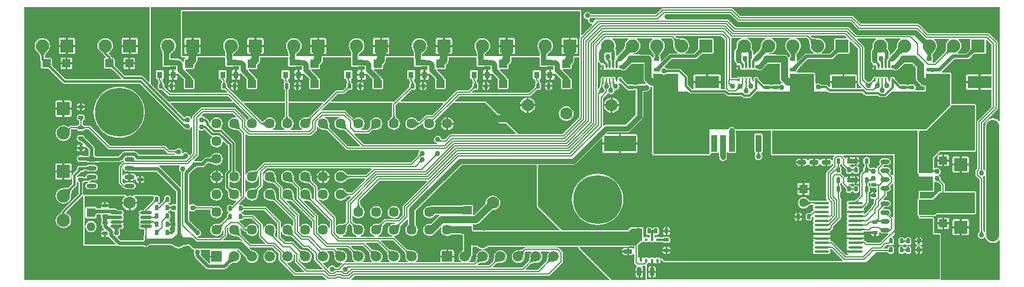
<source format=gtl>
G04 Layer_Physical_Order=1*
G04 Layer_Color=2232046*
%FSLAX24Y24*%
%MOIN*%
G70*
G01*
G75*
G04:AMPARAMS|DCode=10|XSize=30mil|YSize=22mil|CornerRadius=5.5mil|HoleSize=0mil|Usage=FLASHONLY|Rotation=180.000|XOffset=0mil|YOffset=0mil|HoleType=Round|Shape=RoundedRectangle|*
%AMROUNDEDRECTD10*
21,1,0.0300,0.0110,0,0,180.0*
21,1,0.0190,0.0220,0,0,180.0*
1,1,0.0110,-0.0095,0.0055*
1,1,0.0110,0.0095,0.0055*
1,1,0.0110,0.0095,-0.0055*
1,1,0.0110,-0.0095,-0.0055*
%
%ADD10ROUNDEDRECTD10*%
%ADD11O,0.0571X0.0236*%
%ADD12O,0.0669X0.0177*%
%ADD13R,0.0618X0.0744*%
G04:AMPARAMS|DCode=14|XSize=30mil|YSize=22mil|CornerRadius=5.5mil|HoleSize=0mil|Usage=FLASHONLY|Rotation=270.000|XOffset=0mil|YOffset=0mil|HoleType=Round|Shape=RoundedRectangle|*
%AMROUNDEDRECTD14*
21,1,0.0300,0.0110,0,0,270.0*
21,1,0.0190,0.0220,0,0,270.0*
1,1,0.0110,-0.0055,-0.0095*
1,1,0.0110,-0.0055,0.0095*
1,1,0.0110,0.0055,0.0095*
1,1,0.0110,0.0055,-0.0095*
%
%ADD14ROUNDEDRECTD14*%
G04:AMPARAMS|DCode=15|XSize=50mil|YSize=24mil|CornerRadius=6mil|HoleSize=0mil|Usage=FLASHONLY|Rotation=180.000|XOffset=0mil|YOffset=0mil|HoleType=Round|Shape=RoundedRectangle|*
%AMROUNDEDRECTD15*
21,1,0.0500,0.0120,0,0,180.0*
21,1,0.0380,0.0240,0,0,180.0*
1,1,0.0120,-0.0190,0.0060*
1,1,0.0120,0.0190,0.0060*
1,1,0.0120,0.0190,-0.0060*
1,1,0.0120,-0.0190,-0.0060*
%
%ADD15ROUNDEDRECTD15*%
%ADD16R,0.0748X0.0315*%
%ADD17R,0.0157X0.0177*%
G04:AMPARAMS|DCode=18|XSize=50mil|YSize=24mil|CornerRadius=6mil|HoleSize=0mil|Usage=FLASHONLY|Rotation=90.000|XOffset=0mil|YOffset=0mil|HoleType=Round|Shape=RoundedRectangle|*
%AMROUNDEDRECTD18*
21,1,0.0500,0.0120,0,0,90.0*
21,1,0.0380,0.0240,0,0,90.0*
1,1,0.0120,0.0060,0.0190*
1,1,0.0120,0.0060,-0.0190*
1,1,0.0120,-0.0060,-0.0190*
1,1,0.0120,-0.0060,0.0190*
%
%ADD18ROUNDEDRECTD18*%
%ADD19O,0.0866X0.0138*%
%ADD20O,0.0516X0.0256*%
%ADD21R,0.1358X0.0709*%
%ADD22R,0.0472X0.0472*%
%ADD23R,0.0472X0.0472*%
%ADD24R,0.0316X0.0383*%
%ADD25R,0.0339X0.0949*%
%ADD26R,0.3593X0.5264*%
%ADD27R,0.0110X0.0197*%
%ADD28R,0.0110X0.0197*%
%ADD29R,0.0787X0.0354*%
%ADD30R,0.1791X0.0906*%
%ADD31R,0.0394X0.0394*%
%ADD32C,0.0197*%
%ADD33C,0.0748*%
%ADD34C,0.0118*%
%ADD35C,0.0295*%
%ADD36C,0.0394*%
%ADD37C,0.0787*%
%ADD38C,0.0079*%
%ADD39C,0.0315*%
%ADD40R,0.0079X0.0079*%
%ADD41C,0.0700*%
%ADD42R,0.0591X0.0591*%
%ADD43C,0.0591*%
%ADD44C,0.0570*%
%ADD45C,0.0748*%
%ADD46R,0.0748X0.0748*%
%ADD47C,0.0512*%
%ADD48R,0.0512X0.0512*%
%ADD49R,0.0748X0.0748*%
%ADD50C,0.2756*%
%ADD51C,0.0295*%
%ADD52C,0.0276*%
G36*
X48667Y5726D02*
X48657Y5726D01*
X48647Y5726D01*
X48637Y5724D01*
X48626Y5720D01*
X48615Y5715D01*
X48604Y5709D01*
X48592Y5701D01*
X48580Y5692D01*
X48568Y5681D01*
X48555Y5669D01*
X48453Y5678D01*
X48466Y5691D01*
X48476Y5703D01*
X48484Y5714D01*
X48490Y5724D01*
X48493Y5732D01*
X48494Y5739D01*
X48492Y5745D01*
X48489Y5749D01*
X48483Y5753D01*
X48474Y5755D01*
X48667Y5726D01*
D02*
G37*
G36*
X51762Y5887D02*
X51763Y5870D01*
X51765Y5854D01*
X51768Y5840D01*
X51772Y5826D01*
X51777Y5813D01*
X51783Y5801D01*
X51789Y5790D01*
X51797Y5779D01*
X51805Y5770D01*
X51750Y5714D01*
X51740Y5723D01*
X51730Y5730D01*
X51719Y5737D01*
X51707Y5743D01*
X51694Y5747D01*
X51680Y5751D01*
X51665Y5754D01*
X51650Y5756D01*
X51633Y5758D01*
X51616Y5758D01*
X51762Y5904D01*
X51762Y5887D01*
D02*
G37*
G36*
X13403Y6032D02*
Y5546D01*
X13256Y5400D01*
X13251Y5398D01*
X13240Y5389D01*
X13229Y5382D01*
X13215Y5375D01*
X13196Y5369D01*
X13173Y5363D01*
X13147Y5358D01*
X13117Y5354D01*
X13044Y5350D01*
X13003Y5350D01*
X12997Y5348D01*
X12910Y5336D01*
X12826Y5301D01*
X12754Y5246D01*
X12699Y5174D01*
X12671Y5107D01*
X12621Y5117D01*
Y5883D01*
X12671Y5893D01*
X12699Y5826D01*
X12754Y5754D01*
X12826Y5699D01*
X12910Y5664D01*
X13000Y5652D01*
X13090Y5664D01*
X13174Y5699D01*
X13246Y5754D01*
X13301Y5826D01*
X13336Y5910D01*
X13348Y5997D01*
X13350Y6003D01*
X13350Y6036D01*
X13353Y6042D01*
X13403Y6032D01*
D02*
G37*
G36*
X18234Y6169D02*
X18292Y6118D01*
X18319Y6097D01*
X18344Y6079D01*
X18369Y6065D01*
X18392Y6054D01*
X18414Y6046D01*
X18434Y6041D01*
X18453Y6039D01*
X18453Y5961D01*
X18434Y5959D01*
X18414Y5954D01*
X18392Y5946D01*
X18369Y5935D01*
X18344Y5921D01*
X18319Y5903D01*
X18292Y5882D01*
X18234Y5831D01*
X18204Y5800D01*
X18204Y6199D01*
X18234Y6169D01*
D02*
G37*
G36*
X3765Y5875D02*
X3765Y5875D01*
X3769Y5875D01*
X3890Y5873D01*
X3894Y5873D01*
X3895Y5870D01*
X3895Y5867D01*
X3893Y5862D01*
X3889Y5855D01*
X3883Y5847D01*
X3875Y5837D01*
X3854Y5814D01*
X3840Y5800D01*
X3765Y5875D01*
X3762Y5875D01*
X3759Y5876D01*
X3757Y5876D01*
X3756Y5877D01*
X3755Y5878D01*
X3754Y5879D01*
X3754Y5880D01*
X3755Y5882D01*
X3757Y5883D01*
X3765Y5875D01*
D02*
G37*
G36*
X3486Y5929D02*
X3493Y5923D01*
X3502Y5918D01*
X3513Y5913D01*
X3525Y5909D01*
X3539Y5906D01*
X3555Y5904D01*
X3573Y5902D01*
X3614Y5901D01*
Y5783D01*
X3592Y5782D01*
X3555Y5780D01*
X3539Y5777D01*
X3525Y5774D01*
X3513Y5770D01*
X3502Y5766D01*
X3493Y5760D01*
X3486Y5755D01*
X3480Y5748D01*
Y5936D01*
X3486Y5929D01*
D02*
G37*
G36*
X16285Y5954D02*
X16290Y5877D01*
X16294Y5843D01*
X16300Y5813D01*
X16307Y5785D01*
X16315Y5761D01*
X16325Y5740D01*
X16336Y5722D01*
X16348Y5707D01*
X16293Y5652D01*
X16278Y5664D01*
X16260Y5675D01*
X16239Y5685D01*
X16215Y5693D01*
X16187Y5700D01*
X16157Y5706D01*
X16123Y5710D01*
X16046Y5715D01*
X16003Y5715D01*
X16285Y5997D01*
X16285Y5954D01*
D02*
G37*
G36*
X47713Y5663D02*
X47707Y5661D01*
X47701Y5657D01*
X47696Y5651D01*
X47692Y5643D01*
X47688Y5633D01*
X47685Y5622D01*
X47683Y5609D01*
X47682Y5595D01*
X47682Y5578D01*
X47603D01*
X47603Y5595D01*
X47602Y5609D01*
X47600Y5622D01*
X47597Y5633D01*
X47593Y5643D01*
X47589Y5651D01*
X47584Y5657D01*
X47578Y5661D01*
X47572Y5663D01*
X47564Y5664D01*
X47721D01*
X47713Y5663D01*
D02*
G37*
G36*
X46129D02*
X46122Y5661D01*
X46117Y5657D01*
X46112Y5651D01*
X46107Y5643D01*
X46104Y5633D01*
X46101Y5622D01*
X46099Y5609D01*
X46098Y5595D01*
X46098Y5578D01*
X46019D01*
X46019Y5595D01*
X46017Y5609D01*
X46015Y5622D01*
X46013Y5633D01*
X46009Y5643D01*
X46005Y5651D01*
X46000Y5657D01*
X45994Y5661D01*
X45988Y5663D01*
X45980Y5664D01*
X46136D01*
X46129Y5663D01*
D02*
G37*
G36*
X48913Y5527D02*
X48900Y5514D01*
X48890Y5501D01*
X48882Y5491D01*
X48876Y5481D01*
X48873Y5473D01*
X48872Y5466D01*
X48874Y5460D01*
X48877Y5455D01*
X48884Y5452D01*
X48892Y5450D01*
X48700Y5479D01*
X48709Y5478D01*
X48719Y5479D01*
X48729Y5481D01*
X48740Y5485D01*
X48751Y5490D01*
X48762Y5496D01*
X48774Y5504D01*
X48786Y5513D01*
X48798Y5524D01*
X48811Y5536D01*
X48913Y5527D01*
D02*
G37*
G36*
X15285Y5954D02*
X15290Y5877D01*
X15294Y5843D01*
X15300Y5813D01*
X15307Y5785D01*
X15315Y5761D01*
X15325Y5740D01*
X15336Y5722D01*
X15348Y5707D01*
X15293Y5652D01*
X15278Y5664D01*
X15260Y5675D01*
X15239Y5685D01*
X15215Y5693D01*
X15187Y5700D01*
X15157Y5706D01*
X15123Y5710D01*
X15046Y5715D01*
X15003Y5715D01*
X15285Y5997D01*
X15285Y5954D01*
D02*
G37*
G36*
X14285D02*
X14290Y5877D01*
X14294Y5843D01*
X14300Y5813D01*
X14307Y5785D01*
X14315Y5761D01*
X14325Y5740D01*
X14336Y5722D01*
X14348Y5707D01*
X14293Y5652D01*
X14278Y5664D01*
X14260Y5675D01*
X14239Y5685D01*
X14215Y5693D01*
X14187Y5700D01*
X14157Y5706D01*
X14123Y5710D01*
X14046Y5715D01*
X14003Y5715D01*
X14285Y5997D01*
X14285Y5954D01*
D02*
G37*
G36*
X3453Y5737D02*
X3443Y5733D01*
X3434Y5727D01*
X3427Y5719D01*
X3420Y5707D01*
X3415Y5694D01*
X3411Y5677D01*
X3408Y5659D01*
X3406Y5637D01*
X3406Y5614D01*
X3287D01*
X3287Y5637D01*
X3285Y5659D01*
X3282Y5677D01*
X3278Y5694D01*
X3273Y5707D01*
X3266Y5719D01*
X3259Y5727D01*
X3250Y5733D01*
X3240Y5737D01*
X3229Y5738D01*
X3464D01*
X3453Y5737D01*
D02*
G37*
G36*
X46768Y6459D02*
X46770Y6452D01*
X46774Y6446D01*
X46780Y6441D01*
X46787Y6437D01*
X46796Y6433D01*
X46806Y6431D01*
X46818Y6429D01*
X46832Y6428D01*
X46847Y6427D01*
Y6348D01*
X46832Y6348D01*
X46818Y6347D01*
X46806Y6345D01*
X46796Y6342D01*
X46787Y6339D01*
X46780Y6334D01*
X46774Y6329D01*
X46770Y6323D01*
X46768Y6317D01*
X46767Y6309D01*
Y6467D01*
X46768Y6459D01*
D02*
G37*
G36*
X45950Y6309D02*
X45949Y6317D01*
X45946Y6323D01*
X45942Y6329D01*
X45937Y6334D01*
X45930Y6339D01*
X45921Y6342D01*
X45910Y6345D01*
X45898Y6347D01*
X45885Y6348D01*
X45870Y6348D01*
Y6427D01*
X45885Y6428D01*
X45898Y6429D01*
X45910Y6431D01*
X45921Y6433D01*
X45930Y6437D01*
X45937Y6441D01*
X45942Y6446D01*
X45946Y6452D01*
X45949Y6459D01*
X45950Y6467D01*
Y6309D01*
D02*
G37*
G36*
X47752Y6459D02*
X47754Y6452D01*
X47758Y6446D01*
X47764Y6441D01*
X47771Y6437D01*
X47780Y6433D01*
X47790Y6431D01*
X47802Y6429D01*
X47816Y6428D01*
X47830Y6427D01*
X47846Y6427D01*
X47955Y6435D01*
X47969Y6437D01*
X47996Y6443D01*
X47885Y6280D01*
X47883Y6293D01*
X47879Y6304D01*
X47874Y6315D01*
X47868Y6324D01*
X47860Y6331D01*
X47851Y6337D01*
X47841Y6342D01*
X47830Y6346D01*
X47818Y6348D01*
X47814Y6348D01*
X47802Y6347D01*
X47790Y6345D01*
X47780Y6342D01*
X47771Y6339D01*
X47764Y6334D01*
X47758Y6329D01*
X47754Y6323D01*
X47752Y6317D01*
X47751Y6309D01*
Y6467D01*
X47752Y6459D01*
D02*
G37*
G36*
X6333Y6582D02*
X6350Y6574D01*
X6369Y6566D01*
X6390Y6559D01*
X6414Y6553D01*
X6439Y6548D01*
X6480Y6544D01*
X6577Y6547D01*
Y6336D01*
X6573Y6337D01*
X6565Y6339D01*
X6554Y6340D01*
X6497Y6342D01*
X6369Y6343D01*
Y6353D01*
X6282Y6359D01*
X6276Y6364D01*
X6279Y6370D01*
X6290Y6376D01*
X6319Y6592D01*
X6333Y6582D01*
D02*
G37*
G36*
X3404Y6333D02*
X3393Y6338D01*
X3381Y6340D01*
X3367Y6339D01*
X3352Y6335D01*
X3336Y6328D01*
X3319Y6318D01*
X3300Y6305D01*
X3280Y6289D01*
X3259Y6270D01*
X3237Y6248D01*
X3115Y6294D01*
X3140Y6320D01*
X3179Y6365D01*
X3192Y6384D01*
X3203Y6402D01*
X3209Y6417D01*
X3212Y6431D01*
X3211Y6442D01*
X3206Y6452D01*
X3198Y6459D01*
X3404Y6333D01*
D02*
G37*
G36*
X46934Y6309D02*
X46933Y6317D01*
X46931Y6323D01*
X46927Y6329D01*
X46921Y6334D01*
X46914Y6339D01*
X46905Y6342D01*
X46895Y6345D01*
X46883Y6347D01*
X46869Y6348D01*
X46854Y6348D01*
Y6427D01*
X46869Y6428D01*
X46883Y6429D01*
X46895Y6431D01*
X46905Y6433D01*
X46914Y6437D01*
X46921Y6441D01*
X46927Y6446D01*
X46931Y6452D01*
X46933Y6459D01*
X46934Y6467D01*
Y6309D01*
D02*
G37*
G36*
X53740Y10039D02*
X53740Y7480D01*
X51772D01*
X51390Y7098D01*
X51390Y6341D01*
X51411Y6392D01*
X51421Y6392D01*
X51432Y6393D01*
X51445Y6395D01*
X51471Y6402D01*
X51486Y6407D01*
X51535Y6426D01*
X51553Y6434D01*
X51479Y6241D01*
X51472Y6254D01*
X51465Y6267D01*
X51457Y6278D01*
X51448Y6287D01*
X51438Y6295D01*
X51428Y6301D01*
X51417Y6306D01*
X51405Y6310D01*
X51392Y6312D01*
X51390Y6312D01*
Y6201D01*
X50591Y6201D01*
X50591Y8543D01*
X50644Y8596D01*
X50984D01*
X51017Y8610D01*
X51030Y8615D01*
X52408Y9993D01*
X52427Y10039D01*
Y10039D01*
X53740Y10039D01*
D02*
G37*
G36*
X13348Y6293D02*
X13336Y6278D01*
X13325Y6260D01*
X13315Y6239D01*
X13307Y6215D01*
X13300Y6187D01*
X13294Y6157D01*
X13290Y6123D01*
X13285Y6046D01*
X13285Y6003D01*
X13003Y6285D01*
X13046Y6285D01*
X13123Y6290D01*
X13157Y6294D01*
X13187Y6300D01*
X13215Y6307D01*
X13239Y6315D01*
X13260Y6325D01*
X13278Y6336D01*
X13293Y6348D01*
X13348Y6293D01*
D02*
G37*
G36*
X48568Y6024D02*
X48592Y6004D01*
X48604Y5996D01*
X48615Y5990D01*
X48626Y5985D01*
X48637Y5981D01*
X48647Y5979D01*
X48657Y5978D01*
X48667Y5979D01*
X48474Y5950D01*
X48483Y5952D01*
X48489Y5955D01*
X48492Y5960D01*
X48494Y5966D01*
X48493Y5973D01*
X48490Y5981D01*
X48484Y5991D01*
X48476Y6001D01*
X48466Y6014D01*
X48453Y6027D01*
X48555Y6036D01*
X48568Y6024D01*
D02*
G37*
G36*
X48004Y5760D02*
X47995Y5762D01*
X47972Y5764D01*
X47904Y5767D01*
X47833Y5768D01*
X47831Y5773D01*
Y5768D01*
X47816Y5767D01*
X47802Y5766D01*
X47790Y5764D01*
X47780Y5761D01*
X47771Y5758D01*
X47764Y5754D01*
X47758Y5748D01*
X47754Y5743D01*
X47752Y5736D01*
X47751Y5728D01*
Y5886D01*
X47752Y5878D01*
X47754Y5872D01*
X47758Y5866D01*
X47764Y5861D01*
X47771Y5856D01*
X47780Y5853D01*
X47790Y5850D01*
X47802Y5848D01*
X47816Y5847D01*
X47816Y5847D01*
X47822Y5847D01*
X47834Y5849D01*
X47845Y5852D01*
X47855Y5857D01*
X47863Y5863D01*
X47870Y5870D01*
X47876Y5879D01*
X47880Y5889D01*
X47883Y5900D01*
X47884Y5912D01*
X48004Y5760D01*
D02*
G37*
G36*
X47604Y6239D02*
X47600Y6245D01*
X47594Y6249D01*
X47588Y6250D01*
X47579Y6249D01*
X47570Y6246D01*
X47559Y6240D01*
X47547Y6232D01*
X47533Y6221D01*
X47519Y6208D01*
X47502Y6192D01*
X47477Y6278D01*
X47491Y6292D01*
X47513Y6319D01*
X47522Y6331D01*
X47528Y6343D01*
X47533Y6354D01*
X47536Y6364D01*
X47537Y6373D01*
X47536Y6381D01*
X47534Y6389D01*
X47604Y6239D01*
D02*
G37*
G36*
X48884Y6253D02*
X48877Y6249D01*
X48874Y6245D01*
X48872Y6239D01*
X48873Y6232D01*
X48876Y6224D01*
X48882Y6214D01*
X48890Y6203D01*
X48900Y6191D01*
X48913Y6178D01*
X48811Y6169D01*
X48798Y6181D01*
X48774Y6201D01*
X48762Y6209D01*
X48751Y6215D01*
X48740Y6220D01*
X48729Y6224D01*
X48719Y6226D01*
X48709Y6226D01*
X48700Y6226D01*
X48892Y6255D01*
X48884Y6253D01*
D02*
G37*
G36*
X19750Y6427D02*
X19425Y6101D01*
X18464D01*
X18459Y6104D01*
X18444Y6105D01*
X18432Y6108D01*
X18417Y6114D01*
X18400Y6122D01*
X18379Y6134D01*
X18357Y6150D01*
X18333Y6168D01*
X18279Y6216D01*
X18249Y6246D01*
X18244Y6248D01*
X18174Y6301D01*
X18090Y6336D01*
X18000Y6348D01*
X17910Y6336D01*
X17826Y6301D01*
X17754Y6246D01*
X17699Y6174D01*
X17664Y6090D01*
X17652Y6000D01*
X17664Y5910D01*
X17699Y5826D01*
X17754Y5754D01*
X17826Y5699D01*
X17910Y5664D01*
X18000Y5652D01*
X18090Y5664D01*
X18174Y5699D01*
X18244Y5752D01*
X18249Y5754D01*
X18279Y5784D01*
X18333Y5832D01*
X18357Y5851D01*
X18379Y5866D01*
X18400Y5878D01*
X18417Y5886D01*
X18432Y5892D01*
X18444Y5895D01*
X18459Y5896D01*
X18464Y5899D01*
X19353D01*
X19372Y5852D01*
X18621Y5101D01*
X18464D01*
X18459Y5104D01*
X18444Y5105D01*
X18432Y5108D01*
X18417Y5114D01*
X18400Y5122D01*
X18379Y5134D01*
X18357Y5150D01*
X18333Y5168D01*
X18279Y5216D01*
X18249Y5246D01*
X18244Y5248D01*
X18174Y5301D01*
X18090Y5336D01*
X18000Y5348D01*
X17910Y5336D01*
X17826Y5301D01*
X17754Y5246D01*
X17699Y5174D01*
X17664Y5090D01*
X17652Y5000D01*
X17664Y4910D01*
X17699Y4826D01*
X17754Y4754D01*
X17826Y4699D01*
X17910Y4664D01*
X18000Y4652D01*
X18090Y4664D01*
X18174Y4699D01*
X18244Y4752D01*
X18249Y4754D01*
X18279Y4784D01*
X18333Y4832D01*
X18357Y4850D01*
X18379Y4866D01*
X18400Y4878D01*
X18417Y4886D01*
X18432Y4892D01*
X18444Y4895D01*
X18459Y4896D01*
X18464Y4899D01*
X18549D01*
X18568Y4852D01*
X18333Y4617D01*
X18333Y4617D01*
X18311Y4584D01*
X18303Y4546D01*
Y3447D01*
X18256Y3400D01*
X18251Y3398D01*
X18240Y3389D01*
X18229Y3382D01*
X18215Y3375D01*
X18196Y3369D01*
X18173Y3363D01*
X18147Y3358D01*
X18117Y3354D01*
X18044Y3350D01*
X18003Y3350D01*
X17997Y3348D01*
X17910Y3336D01*
X17826Y3301D01*
X17767Y3256D01*
X17717Y3274D01*
Y3684D01*
X17709Y3722D01*
X17687Y3755D01*
X16744Y4699D01*
X16777Y4736D01*
X16826Y4699D01*
X16910Y4664D01*
X17000Y4652D01*
X17090Y4664D01*
X17174Y4699D01*
X17246Y4754D01*
X17301Y4826D01*
X17336Y4910D01*
X17348Y5000D01*
X17336Y5090D01*
X17301Y5174D01*
X17246Y5246D01*
X17174Y5301D01*
X17090Y5336D01*
X17000Y5348D01*
X16910Y5336D01*
X16826Y5301D01*
X16754Y5246D01*
X16726Y5210D01*
X16676Y5227D01*
Y5425D01*
X16668Y5464D01*
X16646Y5497D01*
X16400Y5744D01*
X16398Y5749D01*
X16389Y5760D01*
X16382Y5771D01*
X16375Y5785D01*
X16369Y5804D01*
X16363Y5827D01*
X16358Y5853D01*
X16354Y5883D01*
X16350Y5956D01*
X16350Y5998D01*
X16348Y6003D01*
X16336Y6090D01*
X16301Y6174D01*
X16246Y6246D01*
X16174Y6301D01*
X16090Y6336D01*
X16000Y6348D01*
X15910Y6336D01*
X15826Y6301D01*
X15754Y6246D01*
X15699Y6174D01*
X15664Y6090D01*
X15652Y6000D01*
X15664Y5910D01*
X15699Y5826D01*
X15754Y5754D01*
X15826Y5699D01*
X15910Y5664D01*
X15997Y5652D01*
X16003Y5650D01*
X16044Y5650D01*
X16117Y5646D01*
X16147Y5642D01*
X16173Y5637D01*
X16196Y5631D01*
X16215Y5625D01*
X16229Y5618D01*
X16240Y5611D01*
X16251Y5602D01*
X16256Y5600D01*
X16473Y5383D01*
Y4763D01*
X16426Y4735D01*
X16398Y4749D01*
X16389Y4760D01*
X16382Y4771D01*
X16375Y4785D01*
X16369Y4804D01*
X16363Y4827D01*
X16358Y4853D01*
X16354Y4883D01*
X16350Y4956D01*
X16350Y4998D01*
X16348Y5003D01*
X16336Y5090D01*
X16301Y5174D01*
X16246Y5246D01*
X16174Y5301D01*
X16090Y5336D01*
X16000Y5348D01*
X15910Y5336D01*
X15826Y5301D01*
X15767Y5256D01*
X15717Y5274D01*
Y5384D01*
X15709Y5423D01*
X15687Y5456D01*
X15400Y5744D01*
X15398Y5749D01*
X15389Y5760D01*
X15382Y5771D01*
X15375Y5785D01*
X15369Y5804D01*
X15363Y5827D01*
X15358Y5853D01*
X15354Y5883D01*
X15350Y5956D01*
X15350Y5998D01*
X15348Y6003D01*
X15336Y6090D01*
X15301Y6174D01*
X15246Y6246D01*
X15174Y6301D01*
X15090Y6336D01*
X15000Y6348D01*
X14910Y6336D01*
X14826Y6301D01*
X14754Y6246D01*
X14699Y6174D01*
X14664Y6090D01*
X14652Y6000D01*
X14664Y5910D01*
X14699Y5826D01*
X14754Y5754D01*
X14826Y5699D01*
X14910Y5664D01*
X14997Y5652D01*
X15003Y5650D01*
X15044Y5650D01*
X15117Y5646D01*
X15147Y5642D01*
X15173Y5637D01*
X15196Y5631D01*
X15215Y5625D01*
X15229Y5618D01*
X15240Y5611D01*
X15251Y5602D01*
X15256Y5600D01*
X15514Y5342D01*
Y4778D01*
X15522Y4739D01*
X15544Y4706D01*
X16510Y3740D01*
X16506Y3704D01*
X16458Y3686D01*
X15400Y4744D01*
X15398Y4749D01*
X15389Y4760D01*
X15382Y4771D01*
X15375Y4785D01*
X15369Y4804D01*
X15363Y4827D01*
X15358Y4853D01*
X15354Y4883D01*
X15350Y4956D01*
X15350Y4998D01*
X15348Y5003D01*
X15336Y5090D01*
X15301Y5174D01*
X15246Y5246D01*
X15174Y5301D01*
X15090Y5336D01*
X15000Y5348D01*
X14910Y5336D01*
X14826Y5301D01*
X14767Y5256D01*
X14717Y5274D01*
Y5384D01*
X14709Y5423D01*
X14687Y5456D01*
X14400Y5744D01*
X14398Y5749D01*
X14389Y5760D01*
X14382Y5771D01*
X14375Y5785D01*
X14369Y5804D01*
X14363Y5827D01*
X14358Y5853D01*
X14354Y5883D01*
X14350Y5956D01*
X14350Y5998D01*
X14348Y6003D01*
X14336Y6090D01*
X14301Y6174D01*
X14246Y6246D01*
X14174Y6301D01*
X14090Y6336D01*
X14000Y6348D01*
X13910Y6336D01*
X13826Y6301D01*
X13754Y6246D01*
X13699Y6174D01*
X13664Y6090D01*
X13655Y6025D01*
X13605Y6028D01*
Y6257D01*
X13821Y6473D01*
X19731D01*
X19750Y6427D01*
D02*
G37*
G36*
X15285Y4954D02*
X15290Y4877D01*
X15294Y4843D01*
X15300Y4813D01*
X15307Y4785D01*
X15315Y4761D01*
X15325Y4740D01*
X15336Y4722D01*
X15348Y4707D01*
X15293Y4652D01*
X15278Y4664D01*
X15260Y4675D01*
X15239Y4685D01*
X15215Y4693D01*
X15187Y4700D01*
X15157Y4706D01*
X15123Y4710D01*
X15046Y4715D01*
X15003Y4715D01*
X15285Y4997D01*
X15285Y4954D01*
D02*
G37*
G36*
X14285D02*
X14290Y4877D01*
X14294Y4843D01*
X14300Y4813D01*
X14307Y4785D01*
X14315Y4761D01*
X14325Y4740D01*
X14336Y4722D01*
X14348Y4707D01*
X14293Y4652D01*
X14278Y4664D01*
X14260Y4675D01*
X14239Y4685D01*
X14215Y4693D01*
X14187Y4700D01*
X14157Y4706D01*
X14123Y4710D01*
X14046Y4715D01*
X14003Y4715D01*
X14285Y4997D01*
X14285Y4954D01*
D02*
G37*
G36*
X47178Y4638D02*
X47170Y4629D01*
X47164Y4620D01*
X47161Y4613D01*
X47160Y4607D01*
X47161Y4602D01*
X47164Y4598D01*
X47170Y4595D01*
X47178Y4593D01*
X47188Y4592D01*
X46966D01*
X46976Y4593D01*
X46987Y4595D01*
X46998Y4598D01*
X47010Y4602D01*
X47021Y4607D01*
X47032Y4613D01*
X47043Y4620D01*
X47054Y4629D01*
X47066Y4638D01*
X47077Y4649D01*
X47188D01*
X47178Y4638D01*
D02*
G37*
G36*
X18234Y5169D02*
X18292Y5118D01*
X18319Y5097D01*
X18344Y5079D01*
X18369Y5065D01*
X18392Y5054D01*
X18414Y5046D01*
X18434Y5041D01*
X18453Y5039D01*
X18453Y4961D01*
X18434Y4959D01*
X18414Y4954D01*
X18392Y4946D01*
X18369Y4935D01*
X18344Y4921D01*
X18319Y4903D01*
X18292Y4882D01*
X18234Y4831D01*
X18204Y4800D01*
X18204Y5199D01*
X18234Y5169D01*
D02*
G37*
G36*
X51533Y5710D02*
X51611Y5694D01*
X51615Y5693D01*
X51630Y5693D01*
X51643Y5692D01*
X51655Y5690D01*
X51665Y5688D01*
X51674Y5686D01*
X51682Y5683D01*
X51688Y5680D01*
X51694Y5676D01*
X51699Y5672D01*
X51706Y5666D01*
X51712Y5664D01*
X51867Y5509D01*
Y5183D01*
X51772D01*
X51726Y5164D01*
X51351Y4789D01*
X50655D01*
Y5152D01*
X51378D01*
X51424Y5171D01*
X51443Y5217D01*
Y5710D01*
X51493Y5737D01*
X51533Y5710D01*
D02*
G37*
G36*
X16285Y4954D02*
X16290Y4877D01*
X16294Y4843D01*
X16300Y4813D01*
X16307Y4785D01*
X16315Y4761D01*
X16325Y4740D01*
X16336Y4722D01*
X16348Y4707D01*
X16293Y4652D01*
X16278Y4664D01*
X16260Y4675D01*
X16239Y4685D01*
X16215Y4693D01*
X16187Y4700D01*
X16157Y4706D01*
X16123Y4710D01*
X16046Y4715D01*
X16003Y4715D01*
X16285Y4997D01*
X16285Y4954D01*
D02*
G37*
G36*
X7455Y4871D02*
X7450Y4864D01*
X7441Y4819D01*
Y4709D01*
X7438Y4703D01*
X7432Y4695D01*
X7413Y4672D01*
X7401Y4660D01*
X7398Y4653D01*
X7393Y4647D01*
X7391Y4646D01*
X7391Y4645D01*
X6936Y4190D01*
X6914Y4158D01*
X6909Y4134D01*
X6903Y4120D01*
X6903Y4118D01*
X6762D01*
X6704Y4107D01*
X6655Y4074D01*
X6622Y4025D01*
X6610Y3967D01*
X6622Y3909D01*
X6646Y3872D01*
X6651Y3839D01*
X6646Y3805D01*
X6622Y3769D01*
X6610Y3711D01*
X6622Y3653D01*
X6655Y3604D01*
Y3562D01*
X6622Y3513D01*
X6610Y3455D01*
X6622Y3397D01*
X6646Y3360D01*
X6651Y3327D01*
X6646Y3293D01*
X6622Y3257D01*
X6610Y3199D01*
X6622Y3141D01*
X6655Y3092D01*
X6704Y3059D01*
X6762Y3047D01*
X6903D01*
X6903Y3043D01*
X6904Y3029D01*
X6906Y3023D01*
Y2689D01*
X6903Y2682D01*
X6903Y2631D01*
X6901Y2586D01*
X6894Y2507D01*
X6888Y2476D01*
X6882Y2449D01*
X6875Y2427D01*
X6869Y2412D01*
X6601Y2407D01*
X6597Y2405D01*
X5580D01*
X5398Y2587D01*
X5412Y2634D01*
X5435Y2639D01*
X5504Y2685D01*
X5550Y2754D01*
X5566Y2835D01*
X5550Y2916D01*
X5522Y2958D01*
X5521Y2973D01*
X5521Y2976D01*
X5525Y3000D01*
X5530Y3019D01*
X5536Y3032D01*
X5540Y3040D01*
X5544Y3043D01*
X5545Y3045D01*
X5547Y3045D01*
X5558Y3046D01*
X5560Y3047D01*
X5600D01*
X5658Y3059D01*
X5707Y3092D01*
X5740Y3141D01*
X5752Y3199D01*
X5740Y3257D01*
X5707Y3306D01*
X5732Y3350D01*
X5758Y3389D01*
X5759Y3396D01*
X5354D01*
Y3514D01*
X5759D01*
X5758Y3520D01*
X5732Y3559D01*
X5707Y3604D01*
X5740Y3653D01*
X5752Y3711D01*
X5740Y3769D01*
X5716Y3805D01*
X5711Y3839D01*
X5716Y3872D01*
X5740Y3909D01*
X5752Y3967D01*
X5740Y4025D01*
X5707Y4074D01*
X5658Y4107D01*
X5600Y4118D01*
X5431D01*
X5392Y4157D01*
X5339Y4193D01*
X5278Y4205D01*
X4944D01*
X4917Y4255D01*
X4926Y4268D01*
X4935Y4316D01*
X4705D01*
X4474D01*
X4484Y4268D01*
X4492Y4255D01*
X4466Y4205D01*
X4374D01*
X4370Y4207D01*
X4335Y4207D01*
X4305Y4210D01*
X4281Y4214D01*
X4262Y4218D01*
X4248Y4223D01*
X4240Y4228D01*
X4238Y4229D01*
Y4232D01*
X4237Y4236D01*
X4236Y4239D01*
X4233Y4244D01*
X4219Y4278D01*
X4213Y4281D01*
X4212Y4282D01*
X4206Y4284D01*
X4173Y4297D01*
X3661D01*
X3615Y4278D01*
X3596Y4232D01*
Y3721D01*
X3615Y3675D01*
X3661Y3656D01*
X4173D01*
X4219Y3675D01*
X4238Y3721D01*
Y3854D01*
X4238Y3854D01*
X4242Y3857D01*
X4250Y3862D01*
X4263Y3867D01*
X4282Y3872D01*
X4306Y3876D01*
X4335Y3879D01*
X4370Y3880D01*
X4375Y3882D01*
X4452D01*
X4493Y3832D01*
X4492Y3830D01*
Y3720D01*
X4496Y3703D01*
X4494Y3699D01*
X4499Y3687D01*
X4501Y3675D01*
X4502Y3674D01*
X4503Y3666D01*
X4511Y3653D01*
X4516Y3641D01*
X4522Y3627D01*
X4527Y3611D01*
X4531Y3593D01*
X4532Y3585D01*
X4531Y3577D01*
X4527Y3559D01*
X4522Y3543D01*
X4516Y3529D01*
X4511Y3517D01*
X4503Y3505D01*
X4502Y3496D01*
X4501Y3495D01*
X4499Y3483D01*
X4494Y3471D01*
X4496Y3467D01*
X4492Y3450D01*
Y3340D01*
X4501Y3295D01*
X4527Y3257D01*
X4543Y3246D01*
Y3221D01*
X4555Y3159D01*
X4590Y3107D01*
X4665Y3033D01*
X4645Y2987D01*
X4610D01*
X4558Y2976D01*
X4513Y2947D01*
X4484Y2903D01*
X4474Y2854D01*
X4705D01*
Y2795D01*
X4764D01*
Y2604D01*
X4800D01*
X4852Y2614D01*
X4896Y2644D01*
X4925Y2607D01*
X4934Y2594D01*
X5316Y2212D01*
X5297Y2165D01*
X3543D01*
Y4921D01*
X5829D01*
X5846Y4871D01*
X5797Y4833D01*
X5728Y4744D01*
X5685Y4639D01*
X5678Y4587D01*
X6527D01*
X6520Y4639D01*
X6477Y4744D01*
X6408Y4833D01*
X6359Y4871D01*
X6376Y4921D01*
X7428D01*
X7455Y4871D01*
D02*
G37*
G36*
X48667Y4364D02*
X48657Y4364D01*
X48647Y4364D01*
X48637Y4361D01*
X48626Y4358D01*
X48615Y4353D01*
X48604Y4346D01*
X48592Y4339D01*
X48580Y4329D01*
X48568Y4319D01*
X48555Y4307D01*
X48453Y4316D01*
X48466Y4329D01*
X48476Y4341D01*
X48484Y4352D01*
X48490Y4361D01*
X48493Y4370D01*
X48494Y4377D01*
X48492Y4383D01*
X48489Y4387D01*
X48483Y4391D01*
X48474Y4393D01*
X48667Y4364D01*
D02*
G37*
G36*
X44304Y4680D02*
X44355Y4635D01*
X44379Y4617D01*
X44402Y4602D01*
X44424Y4589D01*
X44444Y4580D01*
X44464Y4573D01*
X44483Y4568D01*
X44501Y4567D01*
Y4488D01*
X44483Y4487D01*
X44464Y4483D01*
X44444Y4476D01*
X44424Y4466D01*
X44402Y4453D01*
X44379Y4438D01*
X44355Y4420D01*
X44304Y4375D01*
X44277Y4348D01*
Y4707D01*
X44304Y4680D01*
D02*
G37*
G36*
X47497Y4331D02*
X47486Y4320D01*
X47454Y4282D01*
X47448Y4274D01*
X47444Y4267D01*
X47440Y4260D01*
X47437Y4254D01*
X47436Y4248D01*
X47343Y4342D01*
X47348Y4338D01*
X47355Y4336D01*
X47364Y4336D01*
X47373Y4338D01*
X47383Y4342D01*
X47394Y4348D01*
X47406Y4357D01*
X47420Y4367D01*
X47434Y4380D01*
X47450Y4395D01*
X47497Y4331D01*
D02*
G37*
G36*
X8175Y4576D02*
X8171Y4582D01*
X8165Y4586D01*
X8158Y4587D01*
X8150Y4586D01*
X8141Y4583D01*
X8130Y4577D01*
X8118Y4568D01*
X8104Y4557D01*
X8090Y4544D01*
X8073Y4529D01*
X8048Y4615D01*
X8062Y4629D01*
X8084Y4656D01*
X8093Y4668D01*
X8099Y4680D01*
X8104Y4690D01*
X8107Y4700D01*
X8108Y4710D01*
X8107Y4718D01*
X8105Y4726D01*
X8175Y4576D01*
D02*
G37*
G36*
X7575D02*
X7571Y4582D01*
X7565Y4586D01*
X7558Y4587D01*
X7550Y4586D01*
X7541Y4583D01*
X7530Y4577D01*
X7518Y4568D01*
X7504Y4557D01*
X7490Y4544D01*
X7473Y4529D01*
X7448Y4615D01*
X7462Y4629D01*
X7484Y4656D01*
X7493Y4668D01*
X7499Y4680D01*
X7504Y4690D01*
X7507Y4700D01*
X7508Y4710D01*
X7507Y4718D01*
X7505Y4726D01*
X7575Y4576D01*
D02*
G37*
G36*
X44728Y4461D02*
X44719Y4466D01*
X44710Y4471D01*
X44700Y4475D01*
X44690Y4478D01*
X44680Y4481D01*
X44668Y4484D01*
X44657Y4486D01*
X44632Y4488D01*
X44618Y4488D01*
X44622Y4567D01*
X44636Y4567D01*
X44674Y4570D01*
X44685Y4572D01*
X44695Y4575D01*
X44705Y4577D01*
X44713Y4581D01*
X44721Y4584D01*
X44728Y4588D01*
Y4461D01*
D02*
G37*
G36*
X8928Y6581D02*
X8899Y6538D01*
X8883Y6457D01*
X8899Y6376D01*
X8945Y6307D01*
X8992Y6275D01*
Y5435D01*
X8946Y5416D01*
X7806Y6556D01*
X7769Y6581D01*
X7784Y6631D01*
X8901D01*
X8928Y6581D01*
D02*
G37*
G36*
X46534Y5485D02*
X46563Y5461D01*
X46575Y5453D01*
X46586Y5447D01*
X46595Y5443D01*
X46603Y5442D01*
X46610Y5444D01*
X46616Y5448D01*
X46620Y5454D01*
X46550Y5304D01*
X46552Y5311D01*
X46553Y5320D01*
X46552Y5329D01*
X46549Y5339D01*
X46544Y5350D01*
X46537Y5362D01*
X46529Y5374D01*
X46519Y5387D01*
X46507Y5401D01*
X46493Y5415D01*
X46518Y5501D01*
X46534Y5485D01*
D02*
G37*
G36*
X46934Y5226D02*
X46933Y5234D01*
X46931Y5241D01*
X46927Y5246D01*
X46921Y5252D01*
X46914Y5256D01*
X46905Y5259D01*
X46895Y5262D01*
X46883Y5264D01*
X46869Y5265D01*
X46854Y5266D01*
Y5344D01*
X46869Y5345D01*
X46883Y5346D01*
X46895Y5348D01*
X46905Y5351D01*
X46914Y5354D01*
X46921Y5359D01*
X46927Y5364D01*
X46931Y5370D01*
X46933Y5376D01*
X46934Y5384D01*
Y5226D01*
D02*
G37*
G36*
X48215Y5607D02*
X48217Y5600D01*
X48221Y5595D01*
X48227Y5590D01*
X48235Y5585D01*
X48245Y5582D01*
X48256Y5579D01*
X48269Y5577D01*
X48283Y5576D01*
X48299Y5576D01*
Y5497D01*
X48283Y5496D01*
X48269Y5495D01*
X48256Y5493D01*
X48245Y5491D01*
X48235Y5487D01*
X48227Y5483D01*
X48221Y5478D01*
X48217Y5472D01*
X48215Y5465D01*
X48214Y5458D01*
Y5614D01*
X48215Y5607D01*
D02*
G37*
G36*
X46098Y5517D02*
X46099Y5503D01*
X46101Y5490D01*
X46104Y5479D01*
X46107Y5469D01*
X46112Y5462D01*
X46117Y5456D01*
X46122Y5451D01*
X46129Y5449D01*
X46136Y5448D01*
X45980D01*
X45988Y5449D01*
X45994Y5451D01*
X46000Y5456D01*
X46005Y5462D01*
X46009Y5469D01*
X46013Y5479D01*
X46015Y5490D01*
X46017Y5503D01*
X46019Y5517D01*
X46019Y5534D01*
X46098D01*
X46098Y5517D01*
D02*
G37*
G36*
X47682Y5517D02*
X47683Y5503D01*
X47685Y5490D01*
X47688Y5479D01*
X47692Y5469D01*
X47696Y5462D01*
X47701Y5456D01*
X47707Y5451D01*
X47713Y5449D01*
X47721Y5448D01*
X47564Y5448D01*
X47572Y5449D01*
X47578Y5451D01*
X47584Y5456D01*
X47589Y5462D01*
X47593Y5469D01*
X47597Y5479D01*
X47600Y5490D01*
X47602Y5503D01*
X47603Y5517D01*
X47603Y5534D01*
X47682D01*
X47682Y5517D01*
D02*
G37*
G36*
X46768Y5376D02*
X46770Y5370D01*
X46774Y5364D01*
X46780Y5359D01*
X46787Y5354D01*
X46796Y5351D01*
X46806Y5348D01*
X46818Y5346D01*
X46832Y5345D01*
X46847Y5344D01*
Y5266D01*
X46832Y5265D01*
X46818Y5264D01*
X46806Y5262D01*
X46796Y5259D01*
X46787Y5256D01*
X46780Y5252D01*
X46774Y5246D01*
X46770Y5241D01*
X46768Y5234D01*
X46767Y5226D01*
Y5384D01*
X46768Y5376D01*
D02*
G37*
G36*
X11740Y5345D02*
X11759Y5332D01*
X11781Y5321D01*
X11804Y5311D01*
X11830Y5303D01*
X11859Y5296D01*
X11890Y5291D01*
X11923Y5287D01*
X11997Y5285D01*
X11715Y5003D01*
X11715Y5041D01*
X11709Y5110D01*
X11704Y5141D01*
X11697Y5170D01*
X11689Y5196D01*
X11679Y5219D01*
X11668Y5241D01*
X11655Y5260D01*
X11640Y5276D01*
X11724Y5360D01*
X11740Y5345D01*
D02*
G37*
G36*
X13348Y5293D02*
X13336Y5278D01*
X13325Y5260D01*
X13315Y5239D01*
X13307Y5215D01*
X13300Y5187D01*
X13294Y5157D01*
X13290Y5123D01*
X13285Y5046D01*
X13285Y5003D01*
X13003Y5285D01*
X13046Y5285D01*
X13123Y5290D01*
X13157Y5294D01*
X13187Y5300D01*
X13215Y5307D01*
X13239Y5315D01*
X13260Y5325D01*
X13278Y5336D01*
X13293Y5348D01*
X13348Y5293D01*
D02*
G37*
G36*
X2824Y5299D02*
X2807Y5279D01*
X2791Y5255D01*
X2778Y5228D01*
X2766Y5196D01*
X2757Y5160D01*
X2749Y5121D01*
X2743Y5078D01*
X2737Y4980D01*
X2736Y4925D01*
X2366Y5295D01*
X2421Y5296D01*
X2519Y5302D01*
X2562Y5308D01*
X2601Y5316D01*
X2637Y5325D01*
X2669Y5337D01*
X2696Y5350D01*
X2720Y5366D01*
X2740Y5383D01*
X2824Y5299D01*
D02*
G37*
G36*
X48754Y5225D02*
X48748Y5223D01*
X48742Y5219D01*
X48737Y5213D01*
X48732Y5206D01*
X48729Y5197D01*
X48726Y5187D01*
X48724Y5175D01*
X48723Y5161D01*
X48722Y5146D01*
X48644D01*
X48643Y5161D01*
X48642Y5175D01*
X48640Y5187D01*
X48637Y5197D01*
X48634Y5206D01*
X48630Y5213D01*
X48624Y5219D01*
X48618Y5223D01*
X48612Y5225D01*
X48604Y5226D01*
X48762D01*
X48754Y5225D01*
D02*
G37*
G36*
X47713Y5161D02*
X47707Y5159D01*
X47701Y5155D01*
X47696Y5149D01*
X47692Y5141D01*
X47688Y5131D01*
X47685Y5120D01*
X47683Y5107D01*
X47682Y5093D01*
X47682Y5077D01*
X47603D01*
X47603Y5093D01*
X47602Y5107D01*
X47600Y5120D01*
X47597Y5131D01*
X47593Y5141D01*
X47589Y5149D01*
X47584Y5155D01*
X47578Y5159D01*
X47572Y5161D01*
X47564Y5162D01*
X47721D01*
X47713Y5161D01*
D02*
G37*
G36*
X46129D02*
X46122Y5159D01*
X46117Y5155D01*
X46112Y5149D01*
X46107Y5141D01*
X46104Y5131D01*
X46101Y5120D01*
X46099Y5107D01*
X46098Y5093D01*
X46098Y5077D01*
X46019D01*
X46019Y5093D01*
X46017Y5107D01*
X46015Y5120D01*
X46013Y5131D01*
X46009Y5141D01*
X46005Y5149D01*
X46000Y5155D01*
X45994Y5159D01*
X45988Y5161D01*
X45980Y5162D01*
X46136D01*
X46129Y5161D01*
D02*
G37*
G36*
X2769Y8737D02*
X2755Y8722D01*
X2743Y8706D01*
X2733Y8690D01*
X2725Y8674D01*
X2720Y8658D01*
X2716Y8641D01*
X2714Y8624D01*
X2714Y8606D01*
X2717Y8588D01*
X2721Y8570D01*
X2569Y8777D01*
X2584Y8767D01*
X2599Y8761D01*
X2614Y8756D01*
X2629Y8754D01*
X2643Y8755D01*
X2658Y8758D01*
X2672Y8763D01*
X2686Y8770D01*
X2700Y8780D01*
X2713Y8792D01*
X2769Y8737D01*
D02*
G37*
G36*
X3490Y8835D02*
X3493Y8829D01*
X3497Y8823D01*
X3503Y8818D01*
X3511Y8814D01*
X3520Y8810D01*
X3531Y8807D01*
X3544Y8805D01*
X3559Y8804D01*
X3575Y8804D01*
Y8725D01*
X3559Y8725D01*
X3544Y8724D01*
X3531Y8722D01*
X3520Y8719D01*
X3511Y8716D01*
X3503Y8711D01*
X3497Y8706D01*
X3493Y8700D01*
X3490Y8694D01*
X3489Y8686D01*
Y8843D01*
X3490Y8835D01*
D02*
G37*
G36*
X3204Y8686D02*
X3203Y8694D01*
X3200Y8700D01*
X3196Y8706D01*
X3190Y8711D01*
X3182Y8716D01*
X3173Y8719D01*
X3162Y8722D01*
X3149Y8724D01*
X3134Y8725D01*
X3118Y8725D01*
Y8804D01*
X3134Y8804D01*
X3149Y8805D01*
X3162Y8807D01*
X3173Y8810D01*
X3182Y8814D01*
X3190Y8818D01*
X3196Y8823D01*
X3200Y8829D01*
X3203Y8835D01*
X3204Y8843D01*
Y8686D01*
D02*
G37*
G36*
X22234Y9169D02*
X22292Y9118D01*
X22319Y9097D01*
X22344Y9079D01*
X22369Y9065D01*
X22392Y9054D01*
X22414Y9046D01*
X22434Y9041D01*
X22453Y9039D01*
X22453Y8961D01*
X22434Y8959D01*
X22414Y8954D01*
X22392Y8946D01*
X22369Y8935D01*
X22344Y8921D01*
X22319Y8903D01*
X22292Y8882D01*
X22234Y8831D01*
X22204Y8801D01*
X22204Y9200D01*
X22234Y9169D01*
D02*
G37*
G36*
X13796Y8801D02*
X13766Y8831D01*
X13708Y8882D01*
X13681Y8903D01*
X13656Y8921D01*
X13631Y8935D01*
X13608Y8946D01*
X13586Y8954D01*
X13566Y8959D01*
X13547Y8961D01*
X13547Y9039D01*
X13566Y9041D01*
X13586Y9046D01*
X13608Y9054D01*
X13631Y9065D01*
X13656Y9079D01*
X13681Y9097D01*
X13708Y9118D01*
X13766Y9169D01*
X13796Y9200D01*
X13796Y8801D01*
D02*
G37*
G36*
X9193Y8986D02*
X9203Y8977D01*
X9214Y8970D01*
X9224Y8965D01*
X9233Y8962D01*
X9243Y8960D01*
X9251Y8960D01*
X9260Y8962D01*
X9268Y8965D01*
X9275Y8970D01*
X9246Y8777D01*
X9119Y8892D01*
X9181Y8997D01*
X9193Y8986D01*
D02*
G37*
G36*
X21319Y10190D02*
X21331Y10185D01*
X21340Y10176D01*
X21353D01*
X21365Y10171D01*
X23766Y10171D01*
X23786Y10125D01*
X23146Y9486D01*
X22841D01*
X22802Y9478D01*
X22769Y9456D01*
X22424Y9111D01*
X22417Y9114D01*
X22400Y9122D01*
X22379Y9134D01*
X22357Y9150D01*
X22333Y9168D01*
X22279Y9216D01*
X22249Y9246D01*
X22244Y9248D01*
X22174Y9301D01*
X22090Y9336D01*
X22000Y9348D01*
X21910Y9336D01*
X21826Y9301D01*
X21754Y9246D01*
X21699Y9174D01*
X21664Y9090D01*
X21652Y9000D01*
X21664Y8910D01*
X21699Y8826D01*
X21754Y8754D01*
X21826Y8699D01*
X21910Y8664D01*
X22000Y8652D01*
X22090Y8664D01*
X22174Y8699D01*
X22244Y8752D01*
X22249Y8754D01*
X22279Y8784D01*
X22333Y8832D01*
X22357Y8851D01*
X22379Y8866D01*
X22400Y8878D01*
X22417Y8886D01*
X22432Y8892D01*
X22444Y8895D01*
X22459Y8896D01*
X22469Y8901D01*
X22495Y8906D01*
X22528Y8928D01*
X22606Y9006D01*
X22654Y8984D01*
X22664Y8910D01*
X22699Y8826D01*
X22754Y8754D01*
X22826Y8699D01*
X22910Y8664D01*
X23000Y8652D01*
X23090Y8664D01*
X23174Y8699D01*
X23246Y8754D01*
X23301Y8826D01*
X23336Y8910D01*
X23348Y9000D01*
X23336Y9090D01*
X23306Y9163D01*
X24341Y10197D01*
X24365Y10200D01*
X24399Y10190D01*
X24411Y10185D01*
X24420Y10176D01*
X24433D01*
X24445Y10171D01*
X26154D01*
X26835Y9490D01*
X26881Y9471D01*
Y9368D01*
X26861Y9360D01*
X26842Y9314D01*
Y9235D01*
X26861Y9189D01*
X26881Y9181D01*
Y9078D01*
X26900Y9032D01*
X26946Y9013D01*
X27313D01*
X27879Y8447D01*
X27860Y8400D01*
X24202D01*
X24163Y8393D01*
X24130Y8371D01*
X23880Y8121D01*
X23720D01*
X23675Y8138D01*
X23669Y8149D01*
X23660Y8191D01*
X23614Y8260D01*
X23546Y8306D01*
X23465Y8322D01*
X23384Y8306D01*
X23315Y8260D01*
X23269Y8191D01*
X23253Y8110D01*
X23269Y8029D01*
X23315Y7961D01*
X23384Y7915D01*
X23421Y7907D01*
X23416Y7857D01*
X19286D01*
X18746Y8398D01*
X18770Y8444D01*
X18780Y8442D01*
X19543D01*
X19582Y8450D01*
X19615Y8472D01*
X19744Y8600D01*
X19749Y8602D01*
X19760Y8611D01*
X19771Y8618D01*
X19785Y8625D01*
X19804Y8631D01*
X19827Y8637D01*
X19853Y8642D01*
X19883Y8646D01*
X19956Y8650D01*
X19998Y8650D01*
X20003Y8652D01*
X20090Y8664D01*
X20174Y8699D01*
X20246Y8754D01*
X20301Y8826D01*
X20336Y8910D01*
X20348Y9000D01*
X20336Y9090D01*
X20301Y9174D01*
X20246Y9246D01*
X20174Y9301D01*
X20090Y9336D01*
X20000Y9348D01*
X19910Y9336D01*
X19826Y9301D01*
X19754Y9246D01*
X19699Y9174D01*
X19664Y9090D01*
X19652Y9003D01*
X19650Y8997D01*
X19650Y8956D01*
X19646Y8883D01*
X19642Y8853D01*
X19637Y8827D01*
X19631Y8804D01*
X19625Y8785D01*
X19618Y8771D01*
X19611Y8760D01*
X19602Y8749D01*
X19600Y8744D01*
X19501Y8645D01*
X19174D01*
X19164Y8695D01*
X19174Y8699D01*
X19246Y8754D01*
X19301Y8826D01*
X19336Y8910D01*
X19348Y9000D01*
X19336Y9090D01*
X19301Y9174D01*
X19246Y9246D01*
X19174Y9301D01*
X19090Y9336D01*
X19000Y9348D01*
X18910Y9336D01*
X18826Y9301D01*
X18764Y9254D01*
X18300Y9717D01*
X18267Y9739D01*
X18228Y9747D01*
X16961D01*
X16940Y9797D01*
X17348Y10204D01*
X17399Y10190D01*
X17411Y10185D01*
X17420Y10176D01*
X17433D01*
X17445Y10171D01*
X20882D01*
X20908Y10121D01*
X20906Y10118D01*
X20899Y10079D01*
Y9464D01*
X20896Y9459D01*
X20895Y9444D01*
X20892Y9432D01*
X20886Y9417D01*
X20878Y9400D01*
X20866Y9379D01*
X20851Y9357D01*
X20832Y9333D01*
X20784Y9279D01*
X20754Y9249D01*
X20752Y9244D01*
X20699Y9174D01*
X20664Y9090D01*
X20652Y9000D01*
X20664Y8910D01*
X20699Y8826D01*
X20754Y8754D01*
X20826Y8699D01*
X20910Y8664D01*
X21000Y8652D01*
X21090Y8664D01*
X21174Y8699D01*
X21246Y8754D01*
X21301Y8826D01*
X21336Y8910D01*
X21348Y9000D01*
X21336Y9090D01*
X21301Y9174D01*
X21248Y9244D01*
X21246Y9249D01*
X21216Y9279D01*
X21168Y9333D01*
X21149Y9357D01*
X21134Y9379D01*
X21122Y9400D01*
X21114Y9417D01*
X21108Y9432D01*
X21105Y9444D01*
X21104Y9459D01*
X21101Y9464D01*
Y10038D01*
X21268Y10204D01*
X21319Y10190D01*
D02*
G37*
G36*
X19997Y8715D02*
X19954Y8715D01*
X19877Y8710D01*
X19843Y8706D01*
X19813Y8700D01*
X19785Y8693D01*
X19761Y8685D01*
X19740Y8675D01*
X19722Y8664D01*
X19707Y8652D01*
X19652Y8707D01*
X19664Y8722D01*
X19675Y8740D01*
X19685Y8761D01*
X19693Y8785D01*
X19700Y8813D01*
X19706Y8843D01*
X19710Y8877D01*
X19715Y8954D01*
X19715Y8997D01*
X19997Y8715D01*
D02*
G37*
G36*
X16963Y10171D02*
X16982Y10125D01*
X16256Y9400D01*
X16251Y9398D01*
X16240Y9389D01*
X16229Y9382D01*
X16215Y9375D01*
X16196Y9369D01*
X16173Y9363D01*
X16147Y9358D01*
X16117Y9354D01*
X16044Y9350D01*
X16003Y9350D01*
X15997Y9348D01*
X15910Y9336D01*
X15826Y9301D01*
X15754Y9246D01*
X15699Y9174D01*
X15664Y9090D01*
X15652Y9000D01*
X15664Y8910D01*
X15699Y8826D01*
X15754Y8754D01*
X15826Y8699D01*
X15836Y8695D01*
X15826Y8645D01*
X15174D01*
X15164Y8695D01*
X15174Y8699D01*
X15246Y8754D01*
X15301Y8826D01*
X15336Y8910D01*
X15348Y9000D01*
X15336Y9090D01*
X15301Y9174D01*
X15246Y9246D01*
X15211Y9273D01*
X15204Y9284D01*
X15173Y9307D01*
X15147Y9329D01*
X15124Y9350D01*
X15105Y9369D01*
X15090Y9388D01*
X15078Y9405D01*
X15070Y9420D01*
X15064Y9434D01*
X15061Y9446D01*
X15060Y9461D01*
X15059Y9464D01*
X15059Y9466D01*
X15057Y9470D01*
Y10171D01*
X16963Y10171D01*
D02*
G37*
G36*
X14855Y9454D02*
X14852Y9449D01*
X14851Y9437D01*
X14848Y9425D01*
X14843Y9409D01*
X14834Y9389D01*
X14824Y9368D01*
X14745Y9245D01*
X14719Y9209D01*
X14716Y9197D01*
X14699Y9174D01*
X14664Y9090D01*
X14652Y9000D01*
X14664Y8910D01*
X14699Y8826D01*
X14754Y8754D01*
X14826Y8699D01*
X14836Y8695D01*
X14826Y8645D01*
X14174D01*
X14164Y8695D01*
X14174Y8699D01*
X14246Y8754D01*
X14301Y8826D01*
X14336Y8910D01*
X14348Y9000D01*
X14336Y9090D01*
X14301Y9174D01*
X14246Y9246D01*
X14174Y9301D01*
X14090Y9336D01*
X14000Y9348D01*
X13910Y9336D01*
X13826Y9301D01*
X13756Y9248D01*
X13751Y9246D01*
X13721Y9216D01*
X13667Y9168D01*
X13643Y9150D01*
X13621Y9134D01*
X13600Y9122D01*
X13583Y9114D01*
X13569Y9109D01*
X13474Y9204D01*
X13456Y9231D01*
X13231Y9456D01*
X13204Y9474D01*
X12553Y10125D01*
X12572Y10171D01*
X14855D01*
Y9454D01*
D02*
G37*
G36*
X17285Y8954D02*
X17290Y8877D01*
X17294Y8843D01*
X17300Y8813D01*
X17307Y8785D01*
X17315Y8761D01*
X17325Y8740D01*
X17336Y8722D01*
X17348Y8707D01*
X17293Y8652D01*
X17278Y8664D01*
X17260Y8675D01*
X17239Y8685D01*
X17215Y8693D01*
X17187Y8700D01*
X17157Y8706D01*
X17123Y8710D01*
X17046Y8715D01*
X17003Y8715D01*
X17285Y8997D01*
X17285Y8954D01*
D02*
G37*
G36*
X12285D02*
X12290Y8877D01*
X12294Y8843D01*
X12300Y8813D01*
X12307Y8785D01*
X12315Y8761D01*
X12325Y8740D01*
X12336Y8722D01*
X12348Y8707D01*
X12293Y8652D01*
X12278Y8664D01*
X12260Y8675D01*
X12239Y8685D01*
X12215Y8693D01*
X12187Y8700D01*
X12157Y8706D01*
X12123Y8710D01*
X12046Y8715D01*
X12003Y8715D01*
X12285Y8997D01*
X12285Y8954D01*
D02*
G37*
G36*
X18285Y8954D02*
X18290Y8877D01*
X18294Y8843D01*
X18300Y8813D01*
X18307Y8785D01*
X18315Y8761D01*
X18325Y8740D01*
X18336Y8722D01*
X18348Y8707D01*
X18293Y8652D01*
X18278Y8664D01*
X18260Y8675D01*
X18239Y8685D01*
X18215Y8693D01*
X18187Y8700D01*
X18157Y8706D01*
X18123Y8710D01*
X18046Y8715D01*
X18003Y8715D01*
X18285Y8997D01*
X18285Y8954D01*
D02*
G37*
G36*
X12829Y9350D02*
X12816Y9293D01*
X12754Y9246D01*
X12731Y9216D01*
X12686Y9229D01*
X12681Y9233D01*
X12673Y9269D01*
X12651Y9302D01*
X12078Y9876D01*
X12045Y9898D01*
X12006Y9906D01*
X10159D01*
X10121Y9898D01*
X10088Y9876D01*
X9653Y9441D01*
X9631Y9408D01*
X9623Y9369D01*
Y9261D01*
X9573Y9256D01*
X9566Y9294D01*
X9520Y9362D01*
X9451Y9408D01*
X9370Y9424D01*
X9289Y9408D01*
X9224Y9365D01*
X9220Y9363D01*
X9213Y9357D01*
X9208Y9353D01*
X9203Y9349D01*
X9197Y9346D01*
X9191Y9344D01*
X9183Y9341D01*
X9178Y9340D01*
X8393Y10125D01*
X8412Y10171D01*
X11878Y10171D01*
X11890Y10176D01*
X11903D01*
X11912Y10185D01*
X11924Y10190D01*
X11975Y10204D01*
X12829Y9350D01*
D02*
G37*
G36*
X12083Y9387D02*
X12060Y9340D01*
X12000Y9348D01*
X11910Y9336D01*
X11826Y9301D01*
X11754Y9246D01*
X11699Y9174D01*
X11664Y9090D01*
X11652Y9000D01*
X11664Y8910D01*
X11699Y8826D01*
X11754Y8754D01*
X11826Y8699D01*
X11910Y8664D01*
X11997Y8652D01*
X12003Y8650D01*
X12044Y8650D01*
X12117Y8646D01*
X12147Y8642D01*
X12173Y8637D01*
X12196Y8631D01*
X12215Y8625D01*
X12229Y8618D01*
X12240Y8611D01*
X12251Y8602D01*
X12256Y8600D01*
X12418Y8438D01*
Y4924D01*
X12384Y4890D01*
X12340Y4909D01*
X12336Y4913D01*
X12348Y5000D01*
X12336Y5090D01*
X12301Y5174D01*
X12246Y5246D01*
X12174Y5301D01*
X12090Y5336D01*
X12005Y5347D01*
X11999Y5350D01*
X11928Y5352D01*
X11899Y5355D01*
X11872Y5360D01*
X11848Y5365D01*
X11827Y5372D01*
X11808Y5380D01*
X11793Y5388D01*
X11780Y5397D01*
X11767Y5409D01*
X11761Y5410D01*
X11717Y5454D01*
Y5725D01*
X11767Y5744D01*
X11826Y5699D01*
X11910Y5664D01*
X12000Y5652D01*
X12090Y5664D01*
X12174Y5699D01*
X12246Y5754D01*
X12301Y5826D01*
X12336Y5910D01*
X12348Y6000D01*
X12336Y6090D01*
X12301Y6174D01*
X12246Y6246D01*
X12174Y6301D01*
X12090Y6336D01*
X12071Y6339D01*
Y7874D01*
X12071Y7874D01*
X12062Y7920D01*
X12036Y7959D01*
X12036Y7959D01*
X11327Y8668D01*
X11288Y8694D01*
X11258Y8700D01*
X11242Y8751D01*
X11246Y8754D01*
X11301Y8826D01*
X11336Y8910D01*
X11348Y9000D01*
X11336Y9090D01*
X11301Y9174D01*
X11246Y9246D01*
X11174Y9301D01*
X11090Y9336D01*
X11000Y9348D01*
X10910Y9336D01*
X10826Y9301D01*
X10754Y9246D01*
X10699Y9174D01*
X10664Y9090D01*
X10660Y9061D01*
X10606Y9036D01*
X10594Y9044D01*
Y9077D01*
X10585Y9123D01*
X10558Y9163D01*
X10558Y9163D01*
X10423Y9298D01*
X10383Y9325D01*
X10337Y9334D01*
X10337Y9334D01*
X10326D01*
X10307Y9362D01*
X10238Y9408D01*
X10184Y9419D01*
X10168Y9473D01*
X10259Y9564D01*
X11907D01*
X12083Y9387D01*
D02*
G37*
G36*
X13039Y9315D02*
X13041Y9289D01*
X13042Y9286D01*
X13042Y9283D01*
X13043Y9282D01*
X13044Y9282D01*
X12956Y9282D01*
X12957Y9282D01*
X12958Y9283D01*
X12958Y9286D01*
X12959Y9289D01*
X12959Y9292D01*
X12960Y9302D01*
X12961Y9323D01*
X13039D01*
X13039Y9315D01*
D02*
G37*
G36*
X33719Y11304D02*
X33727Y11302D01*
X33736Y11298D01*
X33746Y11293D01*
X33757Y11286D01*
X33769Y11278D01*
X33797Y11255D01*
X33812Y11240D01*
X33818Y11238D01*
X34089Y10967D01*
X34128Y10941D01*
X34159Y10935D01*
X34172Y10915D01*
X34211Y10890D01*
X34255Y10881D01*
X34445D01*
X34490Y10890D01*
X34518Y10909D01*
X34530Y10913D01*
X34531Y10916D01*
X34532Y10917D01*
X34534Y10918D01*
X34535Y10919D01*
X34539Y10920D01*
X34546Y10923D01*
X34555Y10925D01*
X34567Y10926D01*
X34582Y10928D01*
X34631Y10895D01*
Y9497D01*
X34062Y8928D01*
X32940D01*
X32859Y8912D01*
X32828Y8891D01*
X32778Y8918D01*
Y10435D01*
X33035Y10692D01*
X33076Y10715D01*
X33098Y10703D01*
X33147Y10671D01*
X33228Y10654D01*
X33309Y10671D01*
X33378Y10716D01*
X33424Y10785D01*
X33439Y10863D01*
X33479Y10896D01*
X33504Y10891D01*
X33585Y10907D01*
X33654Y10953D01*
X33700Y11021D01*
X33716Y11102D01*
X33700Y11183D01*
X33669Y11229D01*
X33679Y11288D01*
X33705Y11304D01*
X33716D01*
X33719Y11304D01*
D02*
G37*
G36*
X32715Y10718D02*
X32698Y10718D01*
X32681Y10717D01*
X32665Y10715D01*
X32651Y10712D01*
X32637Y10708D01*
X32624Y10703D01*
X32612Y10698D01*
X32601Y10691D01*
X32590Y10683D01*
X32581Y10675D01*
X32525Y10731D01*
X32534Y10740D01*
X32541Y10750D01*
X32548Y10761D01*
X32554Y10773D01*
X32558Y10786D01*
X32562Y10800D01*
X32565Y10815D01*
X32567Y10831D01*
X32569Y10847D01*
X32569Y10865D01*
X32715Y10718D01*
D02*
G37*
G36*
X52362Y10039D02*
X50984Y8661D01*
X40253D01*
X40247Y8691D01*
X40201Y8760D01*
X40132Y8806D01*
X40051Y8822D01*
X39970Y8806D01*
X39901Y8760D01*
X39856Y8691D01*
X39850Y8661D01*
X38780D01*
X38780Y7283D01*
X35630D01*
Y11811D01*
X36082D01*
X36139Y11773D01*
X36220Y11757D01*
X36301Y11773D01*
X36359Y11811D01*
X37008D01*
Y10827D01*
X37584D01*
X37670Y10741D01*
X37670Y10741D01*
X37709Y10715D01*
X37717Y10713D01*
X37756Y10705D01*
X37756Y10705D01*
X39652D01*
X39774Y10583D01*
X39774Y10583D01*
X39813Y10557D01*
X39860Y10548D01*
X40596D01*
X40650Y10494D01*
X40650Y10494D01*
X40690Y10468D01*
X40736Y10458D01*
X40736Y10458D01*
X41052D01*
X41052Y10458D01*
X41099Y10468D01*
X41099Y10468D01*
X41099D01*
X41138Y10494D01*
X41138Y10494D01*
X41471Y10827D01*
X43307D01*
Y11811D01*
X44685D01*
X44685Y10827D01*
X45419D01*
X45456Y10789D01*
X45456Y10789D01*
X45496Y10763D01*
X45542Y10754D01*
X47399D01*
X47530Y10623D01*
X47530Y10623D01*
X47569Y10597D01*
X47616Y10587D01*
X47616Y10587D01*
X48273D01*
X48327Y10533D01*
X48327Y10533D01*
X48367Y10507D01*
X48374Y10505D01*
X48413Y10498D01*
X48413Y10498D01*
X48690D01*
X48690Y10498D01*
X48736Y10507D01*
X48776Y10533D01*
X49069Y10827D01*
X50984D01*
X50984Y11811D01*
X52362D01*
X52362Y10039D01*
D02*
G37*
G36*
X21039Y9453D02*
X21041Y9434D01*
X21046Y9414D01*
X21054Y9392D01*
X21065Y9369D01*
X21079Y9344D01*
X21097Y9319D01*
X21118Y9292D01*
X21169Y9234D01*
X21200Y9204D01*
X20801Y9204D01*
X20831Y9234D01*
X20882Y9292D01*
X20903Y9319D01*
X20921Y9344D01*
X20935Y9369D01*
X20946Y9392D01*
X20954Y9414D01*
X20959Y9434D01*
X20961Y9453D01*
X21039Y9453D01*
D02*
G37*
G36*
X9265Y9109D02*
X9256Y9118D01*
X9246Y9125D01*
X9236Y9132D01*
X9225Y9138D01*
X9213Y9142D01*
X9201Y9146D01*
X9188Y9150D01*
X9175Y9152D01*
X9161Y9153D01*
X9146Y9154D01*
Y9272D01*
X9161Y9272D01*
X9175Y9273D01*
X9188Y9276D01*
X9201Y9279D01*
X9213Y9283D01*
X9225Y9288D01*
X9236Y9293D01*
X9246Y9300D01*
X9256Y9308D01*
X9265Y9316D01*
Y9109D01*
D02*
G37*
G36*
X16348Y9293D02*
X16336Y9278D01*
X16325Y9260D01*
X16315Y9239D01*
X16307Y9215D01*
X16300Y9187D01*
X16294Y9157D01*
X16290Y9123D01*
X16285Y9046D01*
X16285Y9003D01*
X16003Y9285D01*
X16046Y9285D01*
X16123Y9290D01*
X16157Y9294D01*
X16187Y9300D01*
X16215Y9307D01*
X16239Y9315D01*
X16260Y9325D01*
X16278Y9336D01*
X16293Y9348D01*
X16348Y9293D01*
D02*
G37*
G36*
X3386Y8938D02*
X3387Y8924D01*
X3389Y8912D01*
X3392Y8902D01*
X3396Y8893D01*
X3400Y8886D01*
X3405Y8880D01*
X3411Y8876D01*
X3418Y8874D01*
X3425Y8873D01*
X3268D01*
X3275Y8874D01*
X3282Y8876D01*
X3288Y8880D01*
X3293Y8886D01*
X3297Y8893D01*
X3301Y8902D01*
X3304Y8912D01*
X3305Y8924D01*
X3307Y8938D01*
X3307Y8953D01*
X3386D01*
X3386Y8938D01*
D02*
G37*
G36*
X14997Y9435D02*
X15002Y9414D01*
X15011Y9393D01*
X15023Y9371D01*
X15038Y9349D01*
X15057Y9326D01*
X15079Y9303D01*
X15104Y9280D01*
X15133Y9256D01*
X15166Y9232D01*
X14771Y9170D01*
X14799Y9208D01*
X14880Y9336D01*
X14893Y9362D01*
X14904Y9386D01*
X14911Y9407D01*
X14915Y9427D01*
X14917Y9444D01*
X14995Y9456D01*
X14997Y9435D01*
D02*
G37*
G36*
X3418Y9236D02*
X3411Y9234D01*
X3405Y9230D01*
X3400Y9224D01*
X3396Y9217D01*
X3392Y9208D01*
X3389Y9198D01*
X3387Y9186D01*
X3386Y9172D01*
X3386Y9157D01*
X3307D01*
X3307Y9172D01*
X3305Y9186D01*
X3304Y9198D01*
X3301Y9208D01*
X3297Y9217D01*
X3293Y9224D01*
X3288Y9230D01*
X3282Y9234D01*
X3275Y9236D01*
X3268Y9237D01*
X3425D01*
X3418Y9236D01*
D02*
G37*
G36*
X55152Y9157D02*
X55102Y9140D01*
X55081Y9168D01*
X54990Y9237D01*
X54885Y9281D01*
X54771Y9296D01*
X54658Y9281D01*
X54552Y9237D01*
X54462Y9168D01*
X54392Y9077D01*
X54348Y8972D01*
X54334Y8858D01*
Y6614D01*
X54335Y6604D01*
X54334Y6594D01*
Y6385D01*
X54284Y6370D01*
X54235Y6403D01*
Y9013D01*
X55013Y9791D01*
X55035Y9823D01*
X55042Y9862D01*
Y13563D01*
X55035Y13602D01*
X55013Y13635D01*
X54560Y14087D01*
X54527Y14109D01*
X54488Y14117D01*
X51105D01*
X50620Y14602D01*
X50587Y14624D01*
X50548Y14632D01*
X47333D01*
X46901Y15064D01*
X46868Y15086D01*
X46829Y15093D01*
X43344D01*
X43314Y15087D01*
X40516D01*
X40112Y15491D01*
X40080Y15513D01*
X40041Y15520D01*
X36146D01*
X36108Y15513D01*
X36075Y15491D01*
X35749Y15165D01*
X32456D01*
X32429Y15183D01*
X32390Y15191D01*
X32099D01*
X32064Y15243D01*
X31995Y15289D01*
X31914Y15305D01*
X31833Y15289D01*
X31764Y15243D01*
X31719Y15175D01*
X31702Y15094D01*
X31719Y15013D01*
X31764Y14944D01*
X31833Y14898D01*
X31914Y14882D01*
X31919Y14883D01*
X31955Y14848D01*
X31954Y14843D01*
X31970Y14762D01*
X32016Y14693D01*
X32084Y14647D01*
X32162Y14632D01*
X32171Y14617D01*
X32185Y14584D01*
X31607Y14006D01*
X31561Y14025D01*
Y15354D01*
X31542Y15400D01*
X31496Y15419D01*
X9055D01*
X9009Y15400D01*
X8990Y15354D01*
Y12795D01*
X9009Y12749D01*
X9055Y12730D01*
X9222D01*
X9247Y12680D01*
X9243Y12675D01*
X9213D01*
X9167Y12656D01*
X9148Y12610D01*
Y12491D01*
X9098Y12476D01*
X9087Y12492D01*
X8975Y12604D01*
X8906Y12650D01*
X8825Y12666D01*
X8624D01*
X8622Y12667D01*
X8517Y12669D01*
X8438Y12674D01*
X8409Y12677D01*
X8390Y12681D01*
X8385Y12840D01*
X8386Y12853D01*
X8392Y12880D01*
X8399Y12905D01*
X8408Y12926D01*
X8419Y12945D01*
X8432Y12962D01*
X8446Y12977D01*
X8463Y12990D01*
X8485Y13004D01*
X8486Y13007D01*
X8487Y13007D01*
X8577Y13076D01*
X8647Y13167D01*
X8691Y13273D01*
X8706Y13386D01*
X8691Y13499D01*
X8647Y13605D01*
X8577Y13695D01*
X8487Y13765D01*
X8381Y13809D01*
X8268Y13824D01*
X8154Y13809D01*
X8049Y13765D01*
X7958Y13695D01*
X7889Y13605D01*
X7845Y13499D01*
X7830Y13386D01*
X7845Y13273D01*
X7887Y13170D01*
X7888Y13166D01*
X7901Y13141D01*
X7913Y13117D01*
X7923Y13091D01*
X7932Y13065D01*
X7946Y13007D01*
X7950Y12978D01*
X7956Y12913D01*
X7956Y12895D01*
X7955Y12753D01*
X7952Y12675D01*
X7952Y12665D01*
X7950Y12659D01*
X7951Y12657D01*
X7947Y12646D01*
Y12263D01*
X7966Y12217D01*
X8011Y12198D01*
X8327D01*
X8344Y12205D01*
X8353Y12206D01*
X8358Y12211D01*
X8373Y12217D01*
X8376Y12225D01*
X8387Y12228D01*
X8407Y12232D01*
X8567Y12242D01*
X8622Y12242D01*
X8624Y12243D01*
X8725D01*
Y12076D01*
X8701Y12030D01*
X8602D01*
Y11817D01*
X8791D01*
X8832Y11834D01*
X9157Y11508D01*
X9148Y11484D01*
Y11012D01*
X9167Y10966D01*
X9213Y10947D01*
X9685D01*
X9731Y10966D01*
X9750Y11012D01*
Y11484D01*
X9731Y11530D01*
X9685Y11549D01*
X9654D01*
X9644Y11597D01*
X9599Y11665D01*
X9599Y11665D01*
X9241Y12023D01*
X9262Y12073D01*
X9685D01*
X9731Y12092D01*
X9750Y12138D01*
Y12309D01*
X9829Y12388D01*
X9870Y12441D01*
X9896Y12504D01*
X9905Y12571D01*
Y12612D01*
X9907Y12618D01*
X9909Y12691D01*
X9912Y12730D01*
X11462D01*
X11496Y12694D01*
X11496Y12675D01*
X11495Y12665D01*
X11494Y12659D01*
X11494Y12657D01*
X11490Y12646D01*
Y12263D01*
X11509Y12217D01*
X11555Y12198D01*
X11871D01*
X11887Y12205D01*
X11897Y12206D01*
X11902Y12211D01*
X11916Y12217D01*
X11920Y12225D01*
X11930Y12228D01*
X11951Y12232D01*
X12111Y12242D01*
X12165Y12242D01*
X12167Y12243D01*
X12269D01*
Y12076D01*
X12245Y12030D01*
X12146D01*
Y11817D01*
X12334D01*
X12375Y11834D01*
X12701Y11508D01*
X12691Y11484D01*
Y11012D01*
X12710Y10966D01*
X12756Y10947D01*
X13228D01*
X13274Y10966D01*
X13293Y11012D01*
Y11484D01*
X13274Y11530D01*
X13228Y11549D01*
X13197D01*
X13188Y11597D01*
X13142Y11665D01*
X13142Y11665D01*
X12784Y12023D01*
X12805Y12073D01*
X13228D01*
X13274Y12092D01*
X13293Y12138D01*
Y12309D01*
X13372Y12388D01*
X13413Y12441D01*
X13439Y12504D01*
X13448Y12571D01*
Y12612D01*
X13451Y12618D01*
X13453Y12691D01*
X13456Y12730D01*
X15005D01*
X15040Y12694D01*
X15039Y12675D01*
X15038Y12665D01*
X15037Y12659D01*
X15038Y12657D01*
X15033Y12646D01*
Y12263D01*
X15052Y12217D01*
X15098Y12198D01*
X15414D01*
X15431Y12205D01*
X15440Y12206D01*
X15445Y12211D01*
X15460Y12217D01*
X15463Y12225D01*
X15474Y12228D01*
X15494Y12232D01*
X15654Y12242D01*
X15708Y12242D01*
X15710Y12243D01*
X15812D01*
Y12076D01*
X15788Y12030D01*
X15689D01*
Y11817D01*
X15878D01*
X15918Y11834D01*
X16244Y11508D01*
X16234Y11484D01*
Y11012D01*
X16253Y10966D01*
X16299Y10947D01*
X16772D01*
X16818Y10966D01*
X16837Y11012D01*
Y11484D01*
X16818Y11530D01*
X16772Y11549D01*
X16741D01*
X16731Y11597D01*
X16685Y11665D01*
X16685Y11665D01*
X16328Y12023D01*
X16348Y12073D01*
X16772D01*
X16818Y12092D01*
X16837Y12138D01*
Y12309D01*
X16916Y12388D01*
X16957Y12441D01*
X16983Y12504D01*
X16991Y12571D01*
Y12612D01*
X16994Y12618D01*
X16996Y12691D01*
X16999Y12730D01*
X18548D01*
X18583Y12694D01*
X18582Y12675D01*
X18581Y12665D01*
X18580Y12659D01*
X18581Y12657D01*
X18576Y12646D01*
Y12263D01*
X18595Y12217D01*
X18641Y12198D01*
X18957D01*
X18974Y12205D01*
X18983Y12206D01*
X18988Y12211D01*
X19003Y12217D01*
X19006Y12225D01*
X19017Y12228D01*
X19037Y12232D01*
X19197Y12242D01*
X19252Y12242D01*
X19254Y12243D01*
X19355D01*
Y12076D01*
X19331Y12030D01*
X19232D01*
Y11817D01*
X19421D01*
X19461Y11834D01*
X19787Y11508D01*
X19778Y11484D01*
Y11012D01*
X19797Y10966D01*
X19843Y10947D01*
X20315D01*
X20361Y10966D01*
X20380Y11012D01*
Y11484D01*
X20361Y11530D01*
X20315Y11549D01*
X20284D01*
X20274Y11597D01*
X20228Y11665D01*
X20228Y11665D01*
X19871Y12023D01*
X19892Y12073D01*
X20315D01*
X20361Y12092D01*
X20380Y12138D01*
Y12309D01*
X20459Y12388D01*
X20500Y12441D01*
X20526Y12504D01*
X20535Y12571D01*
Y12612D01*
X20537Y12618D01*
X20539Y12691D01*
X20542Y12730D01*
X22092D01*
X22126Y12694D01*
X22126Y12675D01*
X22125Y12665D01*
X22124Y12659D01*
X22124Y12657D01*
X22120Y12646D01*
Y12263D01*
X22139Y12217D01*
X22185Y12198D01*
X22500D01*
X22517Y12205D01*
X22526Y12206D01*
X22532Y12211D01*
X22546Y12217D01*
X22550Y12225D01*
X22560Y12228D01*
X22581Y12232D01*
X22741Y12242D01*
X22795Y12242D01*
X22797Y12243D01*
X22899D01*
Y12076D01*
X22874Y12030D01*
X22776D01*
Y11817D01*
X22964D01*
X23005Y11834D01*
X23331Y11508D01*
X23321Y11484D01*
Y11012D01*
X23340Y10966D01*
X23386Y10947D01*
X23858D01*
X23904Y10966D01*
X23923Y11012D01*
Y11484D01*
X23904Y11530D01*
X23858Y11549D01*
X23827D01*
X23818Y11597D01*
X23772Y11665D01*
X23772Y11665D01*
X23414Y12023D01*
X23435Y12073D01*
X23858D01*
X23904Y12092D01*
X23923Y12138D01*
Y12309D01*
X24002Y12388D01*
X24043Y12441D01*
X24069Y12504D01*
X24078Y12571D01*
Y12612D01*
X24081Y12618D01*
X24082Y12691D01*
X24086Y12730D01*
X25635D01*
X25670Y12694D01*
X25669Y12675D01*
X25668Y12665D01*
X25667Y12659D01*
X25667Y12657D01*
X25663Y12646D01*
Y12263D01*
X25682Y12217D01*
X25728Y12198D01*
X26044D01*
X26061Y12205D01*
X26070Y12206D01*
X26075Y12211D01*
X26090Y12217D01*
X26093Y12225D01*
X26104Y12228D01*
X26124Y12232D01*
X26284Y12242D01*
X26338Y12242D01*
X26340Y12243D01*
X26442D01*
Y12076D01*
X26418Y12030D01*
X26319D01*
Y11817D01*
X26508D01*
X26548Y11834D01*
X26874Y11508D01*
X26864Y11484D01*
Y11012D01*
X26883Y10966D01*
X26929Y10947D01*
X27402D01*
X27448Y10966D01*
X27467Y11012D01*
Y11484D01*
X27448Y11530D01*
X27402Y11549D01*
X27370D01*
X27361Y11597D01*
X27315Y11665D01*
X27315Y11665D01*
X26958Y12023D01*
X26978Y12073D01*
X27402D01*
X27448Y12092D01*
X27467Y12138D01*
Y12309D01*
X27545Y12388D01*
X27587Y12441D01*
X27612Y12504D01*
X27621Y12571D01*
Y12612D01*
X27624Y12618D01*
X27626Y12691D01*
X27629Y12730D01*
X29178D01*
X29213Y12694D01*
X29212Y12675D01*
X29211Y12665D01*
X29210Y12659D01*
X29211Y12657D01*
X29206Y12646D01*
Y12263D01*
X29225Y12217D01*
X29271Y12198D01*
X29587D01*
X29604Y12205D01*
X29613Y12206D01*
X29618Y12211D01*
X29633Y12217D01*
X29636Y12225D01*
X29647Y12228D01*
X29667Y12232D01*
X29827Y12242D01*
X29882Y12242D01*
X29884Y12243D01*
X29985D01*
Y12076D01*
X29961Y12030D01*
X29862D01*
Y11817D01*
X30051D01*
X30091Y11834D01*
X30417Y11508D01*
X30408Y11484D01*
Y11012D01*
X30427Y10966D01*
X30472Y10947D01*
X30945D01*
X30991Y10966D01*
X31010Y11012D01*
Y11484D01*
X30991Y11530D01*
X30945Y11549D01*
X30914D01*
X30904Y11597D01*
X30858Y11665D01*
X30858Y11665D01*
X30501Y12023D01*
X30522Y12073D01*
X30945D01*
X30991Y12092D01*
X31010Y12138D01*
Y12309D01*
X31089Y12388D01*
X31130Y12441D01*
X31156Y12504D01*
X31165Y12571D01*
Y12612D01*
X31167Y12618D01*
X31169Y12691D01*
X31172Y12730D01*
X31451D01*
Y9350D01*
X30501Y8400D01*
X28017D01*
X27011Y9406D01*
Y9471D01*
X26992Y9517D01*
X26946Y9536D01*
X26881D01*
X26181Y10236D01*
X24445D01*
X24426Y10282D01*
X24691Y10547D01*
X28656D01*
X28695Y10555D01*
X28727Y10577D01*
X28727Y10577D01*
X29027Y10877D01*
X29034Y10880D01*
X29049Y10894D01*
X29062Y10905D01*
X29069Y10911D01*
X29074Y10910D01*
X29078D01*
X29078Y10910D01*
X29078Y10910D01*
X29184D01*
X29229Y10919D01*
X29267Y10944D01*
X29293Y10982D01*
X29301Y11027D01*
Y11217D01*
X29293Y11262D01*
X29267Y11300D01*
X29254Y11309D01*
X29253Y11311D01*
X29247Y11313D01*
X29236Y11321D01*
X29235Y11327D01*
X29234Y11338D01*
X29233Y11352D01*
X29230Y11359D01*
Y11383D01*
X29223Y11421D01*
X29203Y11452D01*
X29207Y11472D01*
X29221Y11505D01*
X29259Y11521D01*
X29278Y11567D01*
Y11949D01*
X29259Y11995D01*
X29213Y12014D01*
X28897D01*
X28851Y11995D01*
X28832Y11949D01*
Y11567D01*
X28851Y11521D01*
X28897Y11502D01*
X28950D01*
X28951Y11500D01*
X28951Y11487D01*
X28954Y11481D01*
Y11457D01*
X28962Y11418D01*
X28984Y11385D01*
X29004Y11364D01*
X29007Y11341D01*
X28998Y11305D01*
X28991Y11300D01*
X28966Y11262D01*
X28957Y11217D01*
Y11106D01*
X28953Y11100D01*
X28948Y11093D01*
X28929Y11070D01*
X28917Y11057D01*
X28914Y11050D01*
X28909Y11045D01*
X28907Y11043D01*
X28907Y11043D01*
X28614Y10750D01*
X25422D01*
X25403Y10796D01*
X25484Y10877D01*
X25491Y10880D01*
X25506Y10894D01*
X25519Y10905D01*
X25525Y10911D01*
X25531Y10910D01*
X25534D01*
X25535Y10910D01*
X25535Y10910D01*
X25641D01*
X25686Y10919D01*
X25724Y10944D01*
X25749Y10982D01*
X25758Y11027D01*
Y11217D01*
X25749Y11262D01*
X25724Y11300D01*
X25711Y11309D01*
X25710Y11311D01*
X25704Y11313D01*
X25692Y11321D01*
X25691Y11327D01*
X25691Y11338D01*
X25690Y11352D01*
X25687Y11359D01*
Y11383D01*
X25687Y11383D01*
X25687Y11383D01*
X25684Y11400D01*
X25679Y11421D01*
X25679Y11421D01*
X25679Y11421D01*
X25670Y11436D01*
X25659Y11452D01*
X25664Y11472D01*
X25678Y11505D01*
X25716Y11521D01*
X25735Y11567D01*
Y11949D01*
X25716Y11995D01*
X25670Y12014D01*
X25354D01*
X25308Y11995D01*
X25289Y11949D01*
Y11567D01*
X25308Y11521D01*
X25354Y11502D01*
X25400D01*
X25411Y11457D01*
X25414Y11439D01*
X25418Y11418D01*
X25418Y11418D01*
X25418Y11418D01*
X25428Y11403D01*
X25440Y11385D01*
X25440Y11385D01*
X25440Y11385D01*
X25461Y11364D01*
X25464Y11341D01*
X25455Y11305D01*
X25448Y11300D01*
X25423Y11262D01*
X25414Y11217D01*
Y11106D01*
X25410Y11100D01*
X25405Y11093D01*
X25386Y11070D01*
X25374Y11057D01*
X25371Y11050D01*
X25366Y11045D01*
X25363Y11043D01*
X25363Y11043D01*
X25209Y10889D01*
X24591D01*
X24552Y10881D01*
X24520Y10859D01*
X24520Y10859D01*
X23897Y10236D01*
X21365Y10236D01*
X21346Y10282D01*
X21941Y10877D01*
X21948Y10880D01*
X21963Y10894D01*
X21975Y10905D01*
X21982Y10911D01*
X21988Y10910D01*
X21991D01*
X21991Y10910D01*
X21992Y10910D01*
X22098D01*
X22142Y10919D01*
X22180Y10944D01*
X22206Y10982D01*
X22215Y11027D01*
Y11217D01*
X22206Y11262D01*
X22180Y11300D01*
X22167Y11309D01*
X22167Y11311D01*
X22160Y11313D01*
X22149Y11321D01*
X22148Y11327D01*
X22147Y11338D01*
X22147Y11352D01*
X22144Y11359D01*
Y11383D01*
X22144Y11383D01*
X22144Y11383D01*
X22140Y11400D01*
X22136Y11421D01*
X22136Y11421D01*
X22136Y11421D01*
X22126Y11436D01*
X22116Y11452D01*
X22120Y11472D01*
X22134Y11505D01*
X22172Y11521D01*
X22191Y11567D01*
Y11949D01*
X22172Y11995D01*
X22126Y12014D01*
X21811D01*
X21765Y11995D01*
X21746Y11949D01*
Y11567D01*
X21765Y11521D01*
X21811Y11502D01*
X21857D01*
X21867Y11457D01*
X21871Y11439D01*
X21875Y11418D01*
X21875Y11418D01*
X21875Y11418D01*
X21885Y11403D01*
X21897Y11385D01*
X21897Y11385D01*
X21897Y11385D01*
X21918Y11364D01*
X21921Y11341D01*
X21912Y11305D01*
X21905Y11300D01*
X21879Y11262D01*
X21870Y11217D01*
Y11106D01*
X21867Y11100D01*
X21862Y11093D01*
X21843Y11070D01*
X21830Y11057D01*
X21828Y11050D01*
X21822Y11045D01*
X21820Y11043D01*
X21820Y11043D01*
X21013Y10236D01*
X17445D01*
X17426Y10282D01*
X17829Y10686D01*
X18165D01*
X18203Y10694D01*
X18236Y10716D01*
X18397Y10877D01*
X18404Y10880D01*
X18420Y10894D01*
X18432Y10905D01*
X18439Y10911D01*
X18444Y10910D01*
X18448D01*
X18448Y10910D01*
X18448Y10910D01*
X18554D01*
X18599Y10919D01*
X18637Y10944D01*
X18663Y10982D01*
X18671Y11027D01*
Y11217D01*
X18663Y11262D01*
X18637Y11300D01*
X18624Y11309D01*
X18623Y11311D01*
X18617Y11313D01*
X18606Y11321D01*
X18605Y11327D01*
X18604Y11338D01*
X18604Y11352D01*
X18601Y11359D01*
Y11383D01*
X18593Y11421D01*
X18573Y11452D01*
X18577Y11472D01*
X18591Y11505D01*
X18629Y11521D01*
X18648Y11567D01*
Y11949D01*
X18629Y11995D01*
X18583Y12014D01*
X18267D01*
X18221Y11995D01*
X18202Y11949D01*
Y11567D01*
X18221Y11521D01*
X18267Y11502D01*
X18321D01*
X18321Y11500D01*
X18321Y11487D01*
X18324Y11481D01*
Y11457D01*
X18332Y11418D01*
X18354Y11385D01*
X18374Y11364D01*
X18377Y11341D01*
X18368Y11305D01*
X18361Y11300D01*
X18336Y11262D01*
X18327Y11217D01*
Y11106D01*
X18323Y11100D01*
X18318Y11093D01*
X18299Y11070D01*
X18287Y11057D01*
X18284Y11050D01*
X18279Y11045D01*
X18277Y11043D01*
X18277Y11043D01*
X18123Y10889D01*
X17787D01*
X17749Y10881D01*
X17716Y10859D01*
X17093Y10236D01*
X15057Y10236D01*
Y10885D01*
X15060Y10892D01*
X15061Y10906D01*
X15061Y10917D01*
X15062Y10923D01*
X15074Y10931D01*
X15080Y10933D01*
X15081Y10935D01*
X15094Y10944D01*
X15119Y10982D01*
X15128Y11027D01*
Y11217D01*
X15119Y11262D01*
X15094Y11300D01*
X15081Y11309D01*
X15080Y11311D01*
X15074Y11313D01*
X15062Y11321D01*
X15061Y11327D01*
X15061Y11338D01*
X15060Y11352D01*
X15057Y11359D01*
Y11383D01*
X15050Y11421D01*
X15029Y11452D01*
X15034Y11472D01*
X15048Y11505D01*
X15086Y11521D01*
X15105Y11567D01*
Y11949D01*
X15086Y11995D01*
X15040Y12014D01*
X14724D01*
X14678Y11995D01*
X14659Y11949D01*
Y11567D01*
X14678Y11521D01*
X14724Y11502D01*
X14777D01*
X14777Y11500D01*
X14778Y11487D01*
X14781Y11481D01*
Y11457D01*
X14788Y11418D01*
X14810Y11385D01*
X14831Y11364D01*
X14834Y11341D01*
X14825Y11305D01*
X14818Y11300D01*
X14793Y11262D01*
X14784Y11217D01*
Y11027D01*
X14793Y10982D01*
X14818Y10944D01*
X14831Y10935D01*
X14832Y10933D01*
X14838Y10931D01*
X14850Y10923D01*
X14850Y10917D01*
X14851Y10906D01*
X14852Y10892D01*
X14855Y10885D01*
Y10236D01*
X12442D01*
X11635Y11043D01*
X11635Y11043D01*
X11633Y11045D01*
X11628Y11050D01*
X11625Y11057D01*
X11612Y11071D01*
X11602Y11082D01*
X11594Y11092D01*
X11588Y11100D01*
X11585Y11106D01*
Y11217D01*
X11576Y11262D01*
X11551Y11300D01*
X11538Y11309D01*
X11537Y11311D01*
X11531Y11313D01*
X11519Y11321D01*
X11518Y11327D01*
X11517Y11338D01*
X11517Y11352D01*
X11514Y11359D01*
Y11422D01*
X11514Y11422D01*
X11514Y11422D01*
X11510Y11439D01*
X11506Y11461D01*
X11506Y11461D01*
X11521Y11505D01*
X11530Y11515D01*
X11542Y11521D01*
X11561Y11567D01*
Y11949D01*
X11542Y11995D01*
X11496Y12014D01*
X11181D01*
X11135Y11995D01*
X11116Y11949D01*
Y11567D01*
X11135Y11521D01*
X11181Y11502D01*
X11234D01*
X11234Y11494D01*
X11240Y11481D01*
X11245Y11457D01*
X11245Y11457D01*
X11245Y11457D01*
X11255Y11443D01*
X11267Y11424D01*
X11267Y11424D01*
X11267Y11424D01*
X11311Y11380D01*
Y11359D01*
X11308Y11352D01*
X11308Y11338D01*
X11307Y11327D01*
X11306Y11321D01*
X11295Y11313D01*
X11289Y11311D01*
X11288Y11309D01*
X11275Y11300D01*
X11249Y11262D01*
X11240Y11217D01*
Y11027D01*
X11249Y10982D01*
X11275Y10944D01*
X11313Y10919D01*
X11358Y10910D01*
X11464D01*
X11464Y10910D01*
X11464Y10910D01*
X11468D01*
X11473Y10911D01*
X11493Y10894D01*
X11508Y10880D01*
X11515Y10877D01*
X11614Y10777D01*
X11595Y10731D01*
X8403D01*
X8092Y11043D01*
X8092Y11043D01*
X8090Y11045D01*
X8084Y11050D01*
X8082Y11057D01*
X8069Y11071D01*
X8059Y11082D01*
X8051Y11092D01*
X8045Y11100D01*
X8042Y11106D01*
Y11217D01*
X8033Y11262D01*
X8007Y11300D01*
X7994Y11309D01*
X7993Y11311D01*
X7987Y11313D01*
X7976Y11321D01*
X7975Y11327D01*
X7974Y11338D01*
X7974Y11352D01*
X7971Y11359D01*
Y11383D01*
X7963Y11421D01*
X7943Y11452D01*
X7947Y11472D01*
X7961Y11505D01*
X7999Y11521D01*
X8018Y11567D01*
Y11949D01*
X7999Y11995D01*
X7953Y12014D01*
X7637D01*
X7592Y11995D01*
X7573Y11949D01*
Y11567D01*
X7592Y11521D01*
X7637Y11502D01*
X7691D01*
X7691Y11500D01*
X7691Y11487D01*
X7694Y11481D01*
Y11457D01*
X7702Y11418D01*
X7724Y11385D01*
X7744Y11364D01*
X7748Y11341D01*
X7739Y11305D01*
X7731Y11300D01*
X7706Y11262D01*
X7697Y11217D01*
Y11027D01*
X7706Y10982D01*
X7731Y10944D01*
X7769Y10919D01*
X7814Y10910D01*
X7920D01*
X7921Y10910D01*
X7921Y10910D01*
X7924D01*
X7929Y10911D01*
X7950Y10894D01*
X7964Y10880D01*
X7971Y10877D01*
X8290Y10558D01*
X8323Y10536D01*
X8361Y10529D01*
X11651D01*
X11897Y10282D01*
X11878Y10236D01*
X8282Y10236D01*
X7283Y11235D01*
Y15585D01*
X55152Y15585D01*
Y9157D01*
D02*
G37*
G36*
X48667Y6726D02*
X48657Y6726D01*
X48647Y6726D01*
X48637Y6724D01*
X48626Y6720D01*
X48615Y6715D01*
X48604Y6709D01*
X48592Y6701D01*
X48580Y6692D01*
X48568Y6681D01*
X48555Y6669D01*
X48453Y6678D01*
X48466Y6691D01*
X48476Y6703D01*
X48484Y6714D01*
X48490Y6724D01*
X48493Y6732D01*
X48494Y6739D01*
X48492Y6745D01*
X48489Y6749D01*
X48483Y6753D01*
X48474Y6755D01*
X48667Y6726D01*
D02*
G37*
G36*
X47713Y6746D02*
X47707Y6744D01*
X47701Y6739D01*
X47696Y6733D01*
X47692Y6726D01*
X47688Y6716D01*
X47685Y6705D01*
X47683Y6692D01*
X47682Y6677D01*
X47682Y6661D01*
X47603D01*
X47603Y6677D01*
X47602Y6692D01*
X47600Y6705D01*
X47597Y6716D01*
X47593Y6726D01*
X47589Y6733D01*
X47584Y6739D01*
X47578Y6744D01*
X47572Y6746D01*
X47564Y6747D01*
X47721D01*
X47713Y6746D01*
D02*
G37*
G36*
X46129Y6746D02*
X46122Y6743D01*
X46117Y6739D01*
X46112Y6733D01*
X46107Y6725D01*
X46104Y6716D01*
X46101Y6705D01*
X46099Y6692D01*
X46098Y6677D01*
X46098Y6661D01*
X46019D01*
X46019Y6677D01*
X46017Y6692D01*
X46015Y6705D01*
X46013Y6716D01*
X46009Y6725D01*
X46005Y6733D01*
X46000Y6739D01*
X45994Y6743D01*
X45988Y6746D01*
X45980Y6747D01*
X46136D01*
X46129Y6746D01*
D02*
G37*
G36*
X4154Y7101D02*
X4166Y7098D01*
X4181Y7096D01*
X4221Y7092D01*
X4304Y7089D01*
X4375Y7089D01*
Y6892D01*
X4338Y6892D01*
X4166Y6882D01*
X4154Y6879D01*
X4145Y6876D01*
Y7104D01*
X4154Y7101D01*
D02*
G37*
G36*
X22597Y6820D02*
X22579Y6820D01*
X22563Y6818D01*
X22547Y6816D01*
X22533Y6813D01*
X22519Y6810D01*
X22506Y6805D01*
X22494Y6799D01*
X22483Y6792D01*
X22472Y6785D01*
X22463Y6776D01*
X22407Y6832D01*
X22416Y6841D01*
X22423Y6852D01*
X22430Y6863D01*
X22436Y6875D01*
X22440Y6888D01*
X22444Y6902D01*
X22447Y6916D01*
X22449Y6932D01*
X22451Y6949D01*
X22451Y6966D01*
X22597Y6820D01*
D02*
G37*
G36*
X10853Y6756D02*
X10828Y6770D01*
X10778Y6794D01*
X10753Y6803D01*
X10728Y6812D01*
X10703Y6818D01*
X10677Y6823D01*
X10652Y6827D01*
X10626Y6829D01*
X10600Y6830D01*
X10545Y7027D01*
X10573Y7028D01*
X10599Y7032D01*
X10623Y7037D01*
X10646Y7045D01*
X10668Y7056D01*
X10688Y7068D01*
X10706Y7083D01*
X10723Y7101D01*
X10739Y7120D01*
X10753Y7142D01*
X10853Y6756D01*
D02*
G37*
G36*
X9975Y6610D02*
X9958Y6610D01*
X9891Y6606D01*
X9886Y6604D01*
X9882Y6603D01*
X9879Y6601D01*
X9858Y6807D01*
X9946Y6807D01*
X9975Y6610D01*
D02*
G37*
G36*
X46538Y6570D02*
X46566Y6545D01*
X46579Y6537D01*
X46590Y6531D01*
X46599Y6527D01*
X46608Y6526D01*
X46615Y6527D01*
X46621Y6530D01*
X46625Y6536D01*
X46550Y6391D01*
X46552Y6399D01*
X46553Y6407D01*
X46552Y6416D01*
X46549Y6426D01*
X46545Y6437D01*
X46538Y6449D01*
X46530Y6461D01*
X46519Y6474D01*
X46507Y6488D01*
X46493Y6503D01*
X46521Y6586D01*
X46538Y6570D01*
D02*
G37*
G36*
X3721Y6388D02*
X3709Y6396D01*
X3696Y6404D01*
X3682Y6410D01*
X3668Y6416D01*
X3652Y6420D01*
X3636Y6424D01*
X3618Y6427D01*
X3599Y6429D01*
X3584Y6430D01*
X3567Y6429D01*
X3548Y6426D01*
X3531Y6422D01*
X3518Y6416D01*
X3507Y6410D01*
X3499Y6402D01*
X3494Y6393D01*
X3492Y6383D01*
X3492Y6372D01*
X3462Y6547D01*
X3463Y6548D01*
X3466Y6548D01*
X3471Y6548D01*
X3559Y6549D01*
Y6549D01*
X3580Y6550D01*
X3618Y6553D01*
X3636Y6556D01*
X3652Y6560D01*
X3668Y6565D01*
X3682Y6570D01*
X3696Y6577D01*
X3709Y6584D01*
X3721Y6592D01*
Y6388D01*
D02*
G37*
G36*
X6813Y6546D02*
X6821Y6545D01*
X6832Y6544D01*
X6889Y6541D01*
X7017Y6540D01*
Y6343D01*
X6809Y6336D01*
Y6547D01*
X6813Y6546D01*
D02*
G37*
G36*
X47682Y6600D02*
X47683Y6586D01*
X47685Y6573D01*
X47688Y6561D01*
X47692Y6552D01*
X47696Y6544D01*
X47701Y6538D01*
X47707Y6534D01*
X47713Y6531D01*
X47721Y6531D01*
X47564D01*
X47572Y6531D01*
X47578Y6534D01*
X47584Y6538D01*
X47589Y6544D01*
X47593Y6552D01*
X47597Y6561D01*
X47600Y6573D01*
X47602Y6586D01*
X47603Y6600D01*
X47603Y6616D01*
X47682D01*
X47682Y6600D01*
D02*
G37*
G36*
X46098D02*
X46099Y6586D01*
X46101Y6573D01*
X46104Y6561D01*
X46107Y6552D01*
X46112Y6544D01*
X46117Y6538D01*
X46122Y6534D01*
X46129Y6531D01*
X46136Y6531D01*
X45980D01*
X45988Y6531D01*
X45994Y6534D01*
X46000Y6538D01*
X46005Y6544D01*
X46009Y6552D01*
X46013Y6561D01*
X46015Y6573D01*
X46017Y6586D01*
X46019Y6600D01*
X46019Y6616D01*
X46098D01*
X46098Y6600D01*
D02*
G37*
G36*
X9762Y6545D02*
X9760Y6545D01*
X9757Y6543D01*
X9753Y6540D01*
X9741Y6530D01*
X9705Y6495D01*
X9693Y6483D01*
X9554Y6622D01*
X9616Y6692D01*
X9762Y6545D01*
D02*
G37*
G36*
X23613Y8114D02*
X23617Y8103D01*
X23622Y8092D01*
X23628Y8084D01*
X23635Y8076D01*
X23644Y8070D01*
X23654Y8065D01*
X23665Y8062D01*
X23678Y8060D01*
X23692Y8059D01*
X23670Y7980D01*
X23648Y7980D01*
X23538Y7974D01*
X23524Y7971D01*
X23498Y7967D01*
X23611Y8127D01*
X23613Y8114D01*
D02*
G37*
G36*
X35503Y11093D02*
X35531Y11089D01*
X35565Y11055D01*
Y7283D01*
X35584Y7238D01*
X35630Y7219D01*
X38780D01*
X38825Y7238D01*
X38844Y7283D01*
Y7320D01*
X38894Y7350D01*
X39220D01*
X39266Y7369D01*
X39294Y7370D01*
X39329Y7347D01*
X39338Y7176D01*
X39339Y7121D01*
X39339Y7119D01*
Y7102D01*
X39356Y7021D01*
X39401Y6953D01*
X39470Y6907D01*
X39551Y6891D01*
X39632Y6907D01*
X39701Y6953D01*
X39747Y7021D01*
X39763Y7102D01*
Y7118D01*
X39764Y7120D01*
X39767Y7308D01*
X39771Y7363D01*
X39771Y7365D01*
X39782Y7371D01*
X39836Y7369D01*
X39882Y7350D01*
X40220D01*
X40266Y7369D01*
X40285Y7415D01*
Y8364D01*
X40282Y8373D01*
X40283Y8377D01*
X40277Y8385D01*
X40276Y8387D01*
X40265Y8546D01*
X40300Y8596D01*
X42258D01*
Y7283D01*
X42277Y7238D01*
X42323Y7219D01*
X42913Y7219D01*
X45669Y7219D01*
X45805D01*
X45825Y7169D01*
X45777Y7120D01*
X45766Y7104D01*
X45755Y7087D01*
X45755Y7087D01*
X45755Y7087D01*
X45752Y7069D01*
X45748Y7049D01*
Y6930D01*
X45698Y6925D01*
X45695Y6939D01*
X45664Y6985D01*
X45618Y7016D01*
X45564Y7027D01*
X45433D01*
Y6825D01*
Y6624D01*
X45564D01*
X45618Y6634D01*
X45664Y6665D01*
X45695Y6711D01*
X45698Y6725D01*
X45748Y6721D01*
Y6619D01*
X45401Y6272D01*
X45379Y6240D01*
X45371Y6201D01*
Y4772D01*
X45379Y4734D01*
X45397Y4706D01*
X45388Y4671D01*
X45382Y4656D01*
X44754D01*
X44732Y4652D01*
X44728Y4653D01*
X44716Y4648D01*
X44704Y4646D01*
X44703Y4645D01*
X44694Y4644D01*
X44690Y4642D01*
X44688Y4640D01*
X44684Y4639D01*
X44679Y4637D01*
X44672Y4636D01*
X44666Y4635D01*
X44633Y4632D01*
X44621Y4632D01*
X44614Y4629D01*
X44511D01*
X44506Y4632D01*
X44493Y4633D01*
X44482Y4635D01*
X44469Y4640D01*
X44454Y4647D01*
X44436Y4657D01*
X44417Y4670D01*
X44396Y4686D01*
X44348Y4728D01*
X44323Y4753D01*
X44316Y4756D01*
X44254Y4804D01*
X44177Y4835D01*
X44094Y4846D01*
X44012Y4835D01*
X43935Y4804D01*
X43869Y4753D01*
X43819Y4687D01*
X43787Y4610D01*
X43776Y4528D01*
X43787Y4445D01*
X43819Y4368D01*
X43869Y4302D01*
X43935Y4252D01*
X44012Y4220D01*
X44094Y4209D01*
X44177Y4220D01*
X44254Y4252D01*
X44316Y4300D01*
X44323Y4302D01*
X44348Y4327D01*
X44396Y4369D01*
X44417Y4385D01*
X44436Y4398D01*
X44454Y4408D01*
X44469Y4415D01*
X44482Y4420D01*
X44493Y4422D01*
X44506Y4423D01*
X44511Y4426D01*
X44609D01*
X44615Y4423D01*
X44616Y4424D01*
X44617Y4423D01*
X44628Y4423D01*
X44641Y4422D01*
X44661Y4381D01*
X44663Y4376D01*
X44661Y4368D01*
X44661Y4367D01*
X44633Y4325D01*
X44623Y4275D01*
X44633Y4224D01*
X44661Y4182D01*
X44664Y4180D01*
X44669Y4145D01*
X44660Y4122D01*
X44640Y4118D01*
X44607Y4096D01*
X44496Y3985D01*
X44489Y3983D01*
X44474Y3968D01*
X44462Y3957D01*
X44455Y3951D01*
X44449Y3952D01*
X44446D01*
X44446Y3952D01*
X44445Y3952D01*
X44339D01*
X44295Y3943D01*
X44257Y3918D01*
X44231Y3880D01*
X44222Y3835D01*
Y3645D01*
X44231Y3600D01*
X44257Y3562D01*
X44295Y3537D01*
X44339Y3528D01*
X44449D01*
X44494Y3537D01*
X44532Y3562D01*
X44558Y3600D01*
X44567Y3645D01*
Y3720D01*
X44580Y3730D01*
X44595Y3728D01*
X44641Y3712D01*
X44661Y3682D01*
X44664Y3680D01*
Y3620D01*
X44661Y3618D01*
X44633Y3575D01*
X44623Y3525D01*
X44633Y3474D01*
X44661Y3432D01*
X44664Y3430D01*
Y3370D01*
X44661Y3368D01*
X44633Y3325D01*
X44623Y3275D01*
X44633Y3224D01*
X44661Y3182D01*
X44664Y3180D01*
Y3120D01*
X44661Y3118D01*
X44633Y3075D01*
X44623Y3025D01*
X44633Y2974D01*
X44652Y2944D01*
X44651Y2883D01*
X44647Y2881D01*
X44616Y2834D01*
X45118D01*
X45620D01*
X45589Y2881D01*
X45597Y2936D01*
X45616Y2953D01*
X45616Y2953D01*
X45616Y2953D01*
X45650Y2983D01*
X45651Y2985D01*
X45653Y2986D01*
X45679Y3012D01*
X45682Y3019D01*
X45741Y3078D01*
X45763Y3111D01*
X45771Y3150D01*
Y3206D01*
X46130Y3565D01*
X46131Y3567D01*
X46176Y3612D01*
X46187Y3628D01*
X46198Y3645D01*
X46198Y3645D01*
X46198Y3645D01*
X46202Y3663D01*
X46206Y3684D01*
Y4729D01*
X46198Y4768D01*
X46176Y4801D01*
X46160Y4817D01*
Y5068D01*
X46163Y5075D01*
X46163Y5089D01*
X46164Y5100D01*
X46165Y5106D01*
X46176Y5114D01*
X46182Y5116D01*
X46183Y5119D01*
X46196Y5127D01*
X46222Y5165D01*
X46231Y5210D01*
Y5400D01*
X46222Y5445D01*
X46196Y5483D01*
X46183Y5492D01*
X46182Y5494D01*
X46176Y5496D01*
X46165Y5504D01*
X46164Y5510D01*
X46163Y5521D01*
X46163Y5535D01*
X46160Y5542D01*
Y5570D01*
X46163Y5577D01*
X46163Y5591D01*
X46164Y5602D01*
X46165Y5608D01*
X46176Y5616D01*
X46182Y5618D01*
X46183Y5620D01*
X46196Y5629D01*
X46207Y5645D01*
X46257Y5630D01*
Y5605D01*
X46265Y5566D01*
X46287Y5533D01*
X46436Y5385D01*
X46436Y5384D01*
X46438Y5382D01*
X46443Y5377D01*
X46446Y5370D01*
X46459Y5357D01*
X46469Y5345D01*
X46477Y5335D01*
X46482Y5327D01*
X46486Y5321D01*
Y5210D01*
X46495Y5165D01*
X46520Y5127D01*
X46558Y5102D01*
X46603Y5093D01*
X46713D01*
X46758Y5102D01*
X46796Y5127D01*
X46822Y5165D01*
X46822Y5165D01*
X46879D01*
X46879Y5165D01*
X46905Y5127D01*
X46943Y5102D01*
X46988Y5093D01*
X47098D01*
X47142Y5102D01*
X47180Y5127D01*
X47206Y5165D01*
X47215Y5210D01*
Y5400D01*
X47206Y5445D01*
X47180Y5483D01*
X47142Y5508D01*
X47098Y5517D01*
X46988D01*
X46943Y5508D01*
X46905Y5483D01*
X46879Y5445D01*
X46879Y5445D01*
X46822D01*
X46822Y5445D01*
X46796Y5483D01*
X46758Y5508D01*
X46713Y5517D01*
X46634D01*
X46622Y5531D01*
X46646Y5576D01*
X46713D01*
X46765Y5586D01*
X46810Y5616D01*
X46820Y5632D01*
X46880D01*
X46891Y5616D01*
X46935Y5586D01*
X46983Y5577D01*
Y5807D01*
Y6038D01*
X46935Y6028D01*
X46891Y5999D01*
X46880Y5983D01*
X46820D01*
X46810Y5999D01*
X46765Y6028D01*
X46717Y6038D01*
Y5807D01*
X46599D01*
Y6038D01*
X46551Y6028D01*
X46507Y5999D01*
X46491Y5975D01*
X46434Y5972D01*
X46433Y5972D01*
X46430Y5977D01*
X46233Y6174D01*
X46229Y6176D01*
X46229Y6176D01*
X46216Y6240D01*
X46217Y6241D01*
X46222Y6248D01*
X46231Y6293D01*
Y6483D01*
X46222Y6528D01*
X46196Y6566D01*
X46183Y6574D01*
X46182Y6577D01*
X46176Y6579D01*
X46165Y6587D01*
X46164Y6593D01*
X46163Y6603D01*
X46163Y6618D01*
X46160Y6625D01*
Y6653D01*
X46163Y6660D01*
X46163Y6674D01*
X46164Y6685D01*
X46165Y6691D01*
X46176Y6698D01*
X46182Y6701D01*
X46183Y6703D01*
X46196Y6712D01*
X46207Y6728D01*
X46257Y6713D01*
Y6693D01*
X46265Y6654D01*
X46287Y6621D01*
X46443Y6465D01*
X46446Y6458D01*
X46459Y6444D01*
X46469Y6432D01*
X46477Y6422D01*
X46483Y6414D01*
X46486Y6409D01*
Y6293D01*
X46495Y6248D01*
X46520Y6210D01*
X46558Y6184D01*
X46603Y6176D01*
X46713D01*
X46758Y6184D01*
X46796Y6210D01*
X46822Y6248D01*
X46822Y6248D01*
X46879D01*
X46879Y6248D01*
X46905Y6210D01*
X46943Y6184D01*
X46988Y6176D01*
X47098D01*
X47142Y6184D01*
X47180Y6210D01*
X47206Y6248D01*
X47215Y6293D01*
Y6483D01*
X47206Y6528D01*
X47180Y6566D01*
X47142Y6591D01*
X47098Y6600D01*
X46988D01*
X46943Y6591D01*
X46905Y6566D01*
X46879Y6528D01*
X46879Y6528D01*
X46822D01*
X46822Y6528D01*
X46796Y6566D01*
X46758Y6591D01*
X46713Y6600D01*
X46640D01*
X46632Y6608D01*
X46652Y6657D01*
X46654Y6658D01*
X46713D01*
X46765Y6669D01*
X46810Y6698D01*
X46820Y6714D01*
X46880D01*
X46891Y6698D01*
X46935Y6669D01*
X46983Y6659D01*
Y6890D01*
Y7120D01*
X46935Y7111D01*
X46891Y7081D01*
X46880Y7065D01*
X46820D01*
X46810Y7081D01*
X46765Y7111D01*
X46717Y7120D01*
Y6890D01*
X46599D01*
Y7120D01*
X46551Y7111D01*
X46507Y7081D01*
X46491Y7058D01*
X46479Y7053D01*
X46434Y7054D01*
X46433Y7055D01*
X46430Y7060D01*
X46321Y7169D01*
X46342Y7219D01*
X49148D01*
Y6102D01*
X49098Y6081D01*
X48963Y6216D01*
X48960Y6223D01*
X48956Y6228D01*
X48990Y6279D01*
X49005Y6352D01*
X48990Y6426D01*
X48948Y6488D01*
X48886Y6529D01*
X48813Y6544D01*
X48614D01*
X48586Y6593D01*
X48594Y6611D01*
X48600Y6622D01*
X48612Y6633D01*
X48621Y6641D01*
X48630Y6648D01*
X48638Y6653D01*
X48645Y6657D01*
X48650Y6660D01*
X48653Y6661D01*
X48813D01*
X48886Y6675D01*
X48948Y6717D01*
X48990Y6779D01*
X49005Y6852D01*
X48990Y6926D01*
X48948Y6988D01*
X48886Y7029D01*
X48813Y7044D01*
X48553D01*
X48480Y7029D01*
X48418Y6988D01*
X48376Y6926D01*
X48362Y6852D01*
X48376Y6779D01*
X48411Y6728D01*
X48406Y6723D01*
X48403Y6716D01*
X48235Y6548D01*
X48213Y6515D01*
X48209Y6491D01*
X48174Y6470D01*
X48156Y6466D01*
X48113Y6495D01*
X48031Y6511D01*
X47996Y6504D01*
X47984Y6506D01*
X47984Y6506D01*
X47983Y6506D01*
X47958Y6501D01*
X47947Y6499D01*
X47844Y6492D01*
X47830Y6492D01*
X47820Y6492D01*
X47813Y6493D01*
X47806Y6528D01*
X47780Y6566D01*
X47767Y6574D01*
X47766Y6577D01*
X47760Y6579D01*
X47749Y6587D01*
X47748Y6593D01*
X47747Y6603D01*
X47747Y6618D01*
X47744Y6625D01*
Y6653D01*
X47747Y6660D01*
X47747Y6674D01*
X47748Y6685D01*
X47749Y6691D01*
X47760Y6698D01*
X47766Y6701D01*
X47767Y6703D01*
X47780Y6712D01*
X47806Y6750D01*
X47815Y6795D01*
Y6985D01*
X47806Y7030D01*
X47780Y7068D01*
X47742Y7093D01*
X47698Y7102D01*
X47588D01*
X47543Y7093D01*
X47505Y7068D01*
X47479Y7030D01*
X47470Y6985D01*
Y6795D01*
X47479Y6750D01*
X47505Y6712D01*
X47518Y6703D01*
X47519Y6701D01*
X47525Y6698D01*
X47536Y6691D01*
X47537Y6685D01*
X47538Y6674D01*
X47538Y6660D01*
X47541Y6653D01*
Y6625D01*
X47538Y6618D01*
X47538Y6603D01*
X47537Y6593D01*
X47536Y6587D01*
X47525Y6579D01*
X47519Y6577D01*
X47518Y6574D01*
X47505Y6566D01*
X47479Y6528D01*
X47470Y6483D01*
Y6372D01*
X47467Y6366D01*
X47462Y6358D01*
X47443Y6336D01*
X47430Y6323D01*
X47427Y6316D01*
X47422Y6311D01*
X47420Y6309D01*
X47420Y6308D01*
X47330Y6219D01*
X47308Y6186D01*
X47308Y6186D01*
X47308Y6186D01*
X47300Y6147D01*
Y4960D01*
X47039Y4699D01*
X47032Y4696D01*
X47022Y4687D01*
X47013Y4679D01*
X47005Y4673D01*
X46998Y4668D01*
X46991Y4665D01*
X46985Y4662D01*
X46979Y4660D01*
X46974Y4658D01*
X46970Y4658D01*
X46962Y4657D01*
X46960Y4656D01*
X46644D01*
X46593Y4646D01*
X46551Y4618D01*
X46522Y4575D01*
X46512Y4525D01*
X46522Y4474D01*
X46551Y4432D01*
X46554Y4430D01*
Y4370D01*
X46551Y4368D01*
X46522Y4325D01*
X46512Y4275D01*
X46522Y4224D01*
X46542Y4194D01*
X46540Y4133D01*
X46537Y4131D01*
X46506Y4084D01*
X47008D01*
X47510D01*
X47478Y4131D01*
X47475Y4133D01*
X47474Y4194D01*
X47477Y4200D01*
X47482Y4202D01*
X47486Y4214D01*
X47493Y4224D01*
X47494Y4225D01*
X47496Y4228D01*
X47497Y4229D01*
X47498Y4230D01*
X47498Y4231D01*
X47499Y4233D01*
X47500Y4235D01*
X47502Y4239D01*
X47505Y4242D01*
X47534Y4276D01*
X47543Y4285D01*
X47546Y4292D01*
X47714Y4461D01*
X47736Y4494D01*
X47736Y4494D01*
X47744Y4532D01*
Y5068D01*
X47747Y5075D01*
X47747Y5089D01*
X47748Y5100D01*
X47749Y5106D01*
X47760Y5114D01*
X47767Y5116D01*
X47767Y5119D01*
X47780Y5127D01*
X47806Y5165D01*
X47815Y5210D01*
Y5400D01*
X47806Y5445D01*
X47780Y5483D01*
X47767Y5492D01*
X47766Y5494D01*
X47760Y5496D01*
X47749Y5504D01*
X47748Y5510D01*
X47747Y5521D01*
X47747Y5535D01*
X47744Y5542D01*
Y5570D01*
X47747Y5577D01*
X47747Y5591D01*
X47748Y5602D01*
X47749Y5608D01*
X47760Y5616D01*
X47766Y5618D01*
X47767Y5620D01*
X47780Y5629D01*
X47806Y5667D01*
X47811Y5674D01*
X47832Y5672D01*
X47841Y5663D01*
X47864Y5620D01*
X47859Y5591D01*
Y5481D01*
X47868Y5436D01*
X47893Y5398D01*
X47931Y5373D01*
X47976Y5364D01*
X48166D01*
X48169Y5365D01*
X48219Y5324D01*
Y5168D01*
X48169Y5127D01*
X48166Y5128D01*
X48130D01*
Y4936D01*
X48071D01*
Y4877D01*
X47840D01*
X47850Y4829D01*
X47879Y4785D01*
X47924Y4755D01*
X47976Y4745D01*
X48042D01*
X48055Y4728D01*
X48073Y4695D01*
X48067Y4665D01*
Y4470D01*
X47911Y4313D01*
X47889Y4280D01*
X47881Y4241D01*
Y4225D01*
X47551Y3895D01*
X47522Y3894D01*
X47514Y3902D01*
X47499Y3949D01*
X47510Y3966D01*
X47008D01*
X46506D01*
X46537Y3918D01*
X46540Y3916D01*
X46542Y3855D01*
X46522Y3825D01*
X46512Y3775D01*
X46522Y3724D01*
X46551Y3682D01*
X46554Y3680D01*
Y3620D01*
X46551Y3618D01*
X46522Y3575D01*
X46512Y3525D01*
X46522Y3474D01*
X46551Y3432D01*
X46554Y3430D01*
Y3370D01*
X46551Y3368D01*
X46522Y3325D01*
X46512Y3275D01*
X46522Y3224D01*
X46551Y3182D01*
X46554Y3180D01*
Y3120D01*
X46551Y3118D01*
X46522Y3075D01*
X46512Y3025D01*
X46522Y2974D01*
X46542Y2944D01*
X46540Y2883D01*
X46537Y2881D01*
X46506Y2834D01*
X47008D01*
X47510D01*
X47486Y2869D01*
X47491Y2893D01*
X47496Y2905D01*
X47507Y2920D01*
X47514Y2923D01*
X47788D01*
X47827Y2931D01*
X47857Y2951D01*
X47868Y2948D01*
X47903Y2925D01*
X47899Y2909D01*
X48130D01*
Y2850D01*
X48189D01*
Y2658D01*
X48225D01*
X48277Y2669D01*
X48321Y2698D01*
X48351Y2742D01*
X48361Y2795D01*
Y2849D01*
X48411Y2864D01*
X48418Y2855D01*
X48480Y2813D01*
X48553Y2799D01*
X48813D01*
X48852Y2806D01*
X48877Y2760D01*
X48383Y2267D01*
X47680D01*
X47571Y2376D01*
X47538Y2398D01*
X47526Y2400D01*
X47502Y2452D01*
X47502Y2454D01*
X47510Y2466D01*
X47008D01*
X46506D01*
X46537Y2418D01*
X46540Y2416D01*
X46542Y2355D01*
X46522Y2325D01*
X46512Y2275D01*
X46522Y2224D01*
X46551Y2182D01*
X46554Y2180D01*
Y2120D01*
X46551Y2118D01*
X46522Y2075D01*
X46512Y2025D01*
X46522Y1974D01*
X46542Y1944D01*
X46540Y1883D01*
X46537Y1881D01*
X46506Y1834D01*
X47008D01*
Y1716D01*
X46506D01*
X46537Y1668D01*
X46586Y1636D01*
X46625Y1628D01*
X46621Y1578D01*
X46499D01*
X45730Y2346D01*
X45697Y2368D01*
X45658Y2376D01*
X45624D01*
X45617Y2379D01*
X45606Y2394D01*
X45599Y2409D01*
X45596Y2427D01*
X45597Y2430D01*
X45620Y2466D01*
X45118D01*
X44616D01*
X44647Y2418D01*
X44651Y2416D01*
X44652Y2355D01*
X44633Y2325D01*
X44623Y2275D01*
X44633Y2224D01*
X44661Y2182D01*
X44664Y2180D01*
Y2120D01*
X44661Y2118D01*
X44633Y2075D01*
X44623Y2025D01*
X44633Y1974D01*
X44661Y1932D01*
X44664Y1930D01*
Y1870D01*
X44661Y1868D01*
X44633Y1825D01*
X44623Y1775D01*
X44633Y1724D01*
X44661Y1682D01*
X44704Y1653D01*
X44754Y1643D01*
X45482D01*
X45533Y1653D01*
X45575Y1682D01*
X45604Y1724D01*
X45614Y1775D01*
X45604Y1825D01*
X45575Y1867D01*
X45575Y1868D01*
X45576Y1894D01*
X45580Y1906D01*
X45588Y1919D01*
X45605Y1920D01*
X45617Y1920D01*
X45624Y1923D01*
X45670D01*
X46298Y1296D01*
X46277Y1246D01*
X36247D01*
X36117Y1376D01*
X36105Y1381D01*
X36096Y1390D01*
X36083D01*
X36071Y1395D01*
X36059Y1390D01*
X36047D01*
X35992Y1422D01*
X35991Y1424D01*
X35945Y1443D01*
X35787D01*
X35741Y1424D01*
X35736Y1410D01*
X35682D01*
X35676Y1424D01*
X35630Y1443D01*
X35472D01*
X35427Y1424D01*
X35421Y1410D01*
X35367D01*
X35361Y1424D01*
X35315Y1443D01*
X35157D01*
X35118Y1426D01*
X35111Y1424D01*
X35060Y1430D01*
X35057Y1435D01*
X35031Y1452D01*
X35000Y1458D01*
X34980D01*
Y1289D01*
X34862D01*
Y1458D01*
X34843D01*
X34812Y1452D01*
X34797Y1442D01*
X34758Y1456D01*
X34747Y1464D01*
Y2133D01*
X34868Y2254D01*
X34871Y2255D01*
X34874Y2259D01*
X34878Y2260D01*
X34909Y2289D01*
X34919Y2297D01*
X35000D01*
X35046Y2316D01*
X35052Y2330D01*
X35106D01*
X35112Y2316D01*
X35157Y2297D01*
X35315D01*
X35361Y2316D01*
X35367Y2330D01*
X35421D01*
X35427Y2316D01*
X35472Y2297D01*
X35630D01*
X35676Y2316D01*
X35682Y2330D01*
X35736D01*
X35741Y2316D01*
X35787Y2297D01*
X35945D01*
X35968Y2307D01*
X35979Y2309D01*
X35981Y2312D01*
X35991Y2316D01*
X35993Y2322D01*
X35995Y2323D01*
X36042Y2327D01*
X36063Y2327D01*
X36069Y2329D01*
X36092D01*
X36098Y2327D01*
X36135Y2325D01*
X36148Y2324D01*
X36160Y2322D01*
X36169Y2319D01*
X36175Y2317D01*
X36180Y2315D01*
X36181Y2314D01*
X36184Y2311D01*
X36184Y2311D01*
X36184Y2310D01*
X36194Y2305D01*
X36228Y2282D01*
X36273Y2273D01*
X36463D01*
X36508Y2282D01*
X36546Y2308D01*
X36571Y2346D01*
X36580Y2391D01*
Y2501D01*
X36571Y2546D01*
X36546Y2584D01*
X36508Y2609D01*
X36463Y2618D01*
X36273D01*
X36259Y2615D01*
X36258Y2616D01*
X36248Y2613D01*
X36228Y2609D01*
X36227Y2608D01*
X36218Y2607D01*
X36207Y2600D01*
X36197Y2595D01*
X36188Y2590D01*
X36177Y2586D01*
X36166Y2583D01*
X36155Y2580D01*
X36143Y2578D01*
X36115Y2575D01*
X36100Y2575D01*
X36095Y2572D01*
X36069D01*
X36063Y2575D01*
X36042Y2575D01*
X36008Y2577D01*
X35996Y2578D01*
X35993Y2579D01*
X35991Y2585D01*
X35981Y2589D01*
X35979Y2593D01*
X35968Y2595D01*
X35945Y2604D01*
X35787D01*
X35741Y2585D01*
X35736Y2572D01*
X35682Y2571D01*
X35682Y2571D01*
X35679Y2577D01*
X35675Y2636D01*
X35675Y2657D01*
X35673Y2663D01*
Y2689D01*
X35711Y2721D01*
X35713Y2721D01*
X35823D01*
X35868Y2730D01*
X35906Y2755D01*
X35931Y2793D01*
X35940Y2838D01*
Y3028D01*
X35931Y3073D01*
X35906Y3111D01*
X35868Y3136D01*
X35823Y3145D01*
X35713D01*
X35668Y3136D01*
X35630Y3111D01*
X35628Y3108D01*
X35627Y3107D01*
X35625Y3104D01*
X35611Y3083D01*
X35609Y3082D01*
X35601Y3080D01*
X35569Y3077D01*
X35554Y3077D01*
X35531Y3111D01*
X35493Y3136D01*
X35448Y3145D01*
X35338D01*
X35293Y3136D01*
X35255Y3111D01*
X35230Y3073D01*
X35221Y3028D01*
Y2838D01*
X35230Y2793D01*
X35255Y2755D01*
X35293Y2730D01*
X35338Y2721D01*
X35430D01*
Y2663D01*
X35427Y2657D01*
X35426Y2616D01*
X35425Y2587D01*
X35423Y2578D01*
X35423Y2578D01*
X35421Y2571D01*
X35421Y2571D01*
X35366Y2572D01*
X35366Y2572D01*
X35361Y2585D01*
X35315Y2604D01*
X35157D01*
X35112Y2585D01*
X35065Y2603D01*
Y3088D01*
X35046Y3134D01*
X35000Y3153D01*
X34387D01*
X34341Y3134D01*
X34171Y2963D01*
X30501D01*
X29134Y4331D01*
X29134Y6678D01*
X31114D01*
X31195Y6694D01*
X31264Y6740D01*
X32718Y8195D01*
X32764Y8175D01*
Y7933D01*
X33681D01*
Y8407D01*
X32996D01*
X32977Y8453D01*
X33028Y8505D01*
X34149D01*
X34231Y8521D01*
X34299Y8567D01*
X34992Y9260D01*
X35038Y9328D01*
X35054Y9409D01*
Y10812D01*
X35236D01*
X35317Y10828D01*
X35386Y10874D01*
X35432Y10943D01*
X35448Y11024D01*
Y11053D01*
X35449Y11056D01*
X35491Y11095D01*
X35503Y11093D01*
D02*
G37*
G36*
X3495Y8229D02*
X3501Y8216D01*
X3509Y8202D01*
X3520Y8185D01*
X3533Y8168D01*
X3567Y8127D01*
X3610Y8080D01*
X3636Y8055D01*
X3496Y7916D01*
X3473Y7937D01*
X3450Y7957D01*
X3425Y7976D01*
X3400Y7993D01*
X3373Y8008D01*
X3346Y8021D01*
X3319Y8033D01*
X3290Y8043D01*
X3261Y8052D01*
X3230Y8059D01*
X3492Y8241D01*
X3495Y8229D01*
D02*
G37*
G36*
X10682Y8318D02*
X10722Y8292D01*
X10730Y8290D01*
X10739Y8273D01*
X10746Y8236D01*
X10699Y8174D01*
X10664Y8090D01*
X10652Y8000D01*
X10664Y7910D01*
X10699Y7826D01*
X10754Y7754D01*
X10826Y7699D01*
X10910Y7664D01*
X11000Y7652D01*
X11090Y7664D01*
X11174Y7699D01*
X11246Y7754D01*
X11301Y7826D01*
X11336Y7910D01*
X11346Y7983D01*
X11394Y8005D01*
X11650Y7750D01*
Y6393D01*
X11510Y6253D01*
X11484Y6214D01*
X11475Y6167D01*
X11475Y6167D01*
Y5404D01*
X11475Y5404D01*
X11484Y5358D01*
X11510Y5318D01*
X11590Y5239D01*
X11591Y5233D01*
X11603Y5220D01*
X11612Y5207D01*
X11620Y5192D01*
X11628Y5173D01*
X11635Y5152D01*
X11640Y5128D01*
X11645Y5102D01*
X11650Y5038D01*
X11650Y5002D01*
X11652Y4997D01*
X11664Y4910D01*
X11699Y4826D01*
X11754Y4754D01*
X11826Y4699D01*
X11910Y4664D01*
X12000Y4652D01*
X12087Y4664D01*
X12091Y4660D01*
X12110Y4616D01*
X11885Y4391D01*
X11847Y4416D01*
X11802Y4425D01*
X11692D01*
X11647Y4416D01*
X11609Y4391D01*
X11584Y4352D01*
X11575Y4308D01*
Y4118D01*
X11584Y4073D01*
X11609Y4035D01*
X11647Y4009D01*
X11692Y4000D01*
Y3952D01*
X11647Y3943D01*
X11609Y3918D01*
X11584Y3880D01*
X11575Y3835D01*
Y3725D01*
X11571Y3718D01*
X11566Y3711D01*
X11547Y3688D01*
X11535Y3675D01*
X11532Y3668D01*
X11527Y3663D01*
X11525Y3661D01*
X11525Y3661D01*
X11260Y3397D01*
X11255Y3395D01*
X11244Y3385D01*
X11233Y3379D01*
X11219Y3372D01*
X11200Y3366D01*
X11178Y3361D01*
X11151Y3356D01*
X11122Y3353D01*
X11050Y3349D01*
X11009Y3350D01*
X11003Y3348D01*
X11000Y3348D01*
X10910Y3336D01*
X10826Y3301D01*
X10754Y3246D01*
X10699Y3174D01*
X10664Y3090D01*
X10652Y3000D01*
X10664Y2910D01*
X10699Y2826D01*
X10754Y2754D01*
X10826Y2699D01*
X10910Y2664D01*
X11000Y2652D01*
X11090Y2664D01*
X11174Y2699D01*
X11246Y2754D01*
X11301Y2826D01*
X11336Y2910D01*
X11345Y2975D01*
X11395Y2972D01*
Y2758D01*
X11179Y2542D01*
X9949D01*
X9914Y2577D01*
X9936Y2626D01*
X10002Y2639D01*
X10071Y2685D01*
X10117Y2754D01*
X10133Y2835D01*
X10117Y2916D01*
X10071Y2984D01*
X10002Y3030D01*
X9953Y3040D01*
X9894Y3093D01*
X9890Y3094D01*
X9453Y3531D01*
Y4084D01*
X9503Y4098D01*
X9565Y4056D01*
X9646Y4040D01*
X9727Y4056D01*
X9793Y4101D01*
X9796Y4102D01*
X9808Y4113D01*
X9817Y4121D01*
X9826Y4128D01*
X9835Y4134D01*
X9843Y4139D01*
X9851Y4142D01*
X9858Y4145D01*
X9864Y4146D01*
X9871Y4147D01*
X9880Y4148D01*
X9886Y4151D01*
X10635D01*
X10668Y4101D01*
X10664Y4090D01*
X10652Y4000D01*
X10664Y3910D01*
X10699Y3826D01*
X10754Y3754D01*
X10826Y3699D01*
X10910Y3664D01*
X11000Y3652D01*
X11090Y3664D01*
X11174Y3699D01*
X11246Y3754D01*
X11301Y3826D01*
X11336Y3910D01*
X11348Y4000D01*
X11336Y4090D01*
X11301Y4174D01*
X11246Y4246D01*
X11174Y4301D01*
X11090Y4336D01*
X11000Y4348D01*
X10910Y4336D01*
X10850Y4311D01*
X10840Y4311D01*
X10838Y4312D01*
X10834Y4315D01*
X10828Y4320D01*
X10820Y4327D01*
X10807Y4332D01*
X10787Y4346D01*
X10748Y4353D01*
X9886D01*
X9880Y4356D01*
X9871Y4357D01*
X9864Y4358D01*
X9858Y4359D01*
X9851Y4362D01*
X9843Y4365D01*
X9835Y4370D01*
X9826Y4376D01*
X9817Y4383D01*
X9808Y4391D01*
X9796Y4402D01*
X9793Y4403D01*
X9727Y4448D01*
X9646Y4464D01*
X9565Y4448D01*
X9503Y4406D01*
X9453Y4420D01*
Y6154D01*
X9734Y6435D01*
X9738Y6437D01*
X9750Y6448D01*
X9785Y6482D01*
X9791Y6487D01*
X9845Y6497D01*
X9912Y6542D01*
X9960Y6545D01*
X9975Y6545D01*
X9979Y6547D01*
X9984Y6546D01*
X9986Y6547D01*
X10207D01*
X10269Y6559D01*
X10321Y6594D01*
X10494Y6767D01*
X10594D01*
X10598Y6765D01*
X10622Y6765D01*
X10644Y6763D01*
X10666Y6759D01*
X10688Y6755D01*
X10710Y6749D01*
X10732Y6742D01*
X10753Y6734D01*
X10798Y6712D01*
X10821Y6699D01*
X10826Y6699D01*
X10826Y6699D01*
X10910Y6664D01*
X11000Y6652D01*
X11090Y6664D01*
X11174Y6699D01*
X11246Y6754D01*
X11301Y6826D01*
X11336Y6910D01*
X11348Y7000D01*
X11336Y7090D01*
X11301Y7174D01*
X11246Y7246D01*
X11174Y7301D01*
X11090Y7336D01*
X11000Y7348D01*
X10910Y7336D01*
X10826Y7301D01*
X10754Y7246D01*
X10704Y7181D01*
X10698Y7177D01*
X10686Y7158D01*
X10675Y7144D01*
X10663Y7132D01*
X10650Y7121D01*
X10636Y7113D01*
X10622Y7106D01*
X10605Y7100D01*
X10587Y7096D01*
X10567Y7093D01*
X10543Y7092D01*
X10539Y7090D01*
X10427D01*
X10365Y7078D01*
X10313Y7043D01*
X10140Y6870D01*
X9951D01*
X9946Y6872D01*
X9870Y6872D01*
X9845Y6888D01*
X9764Y6905D01*
X9748Y6901D01*
X9723Y6947D01*
X9954Y7178D01*
X9975Y7211D01*
X9983Y7250D01*
Y8625D01*
X10033Y8652D01*
X10076Y8623D01*
X10157Y8607D01*
X10238Y8623D01*
X10307Y8669D01*
X10329Y8671D01*
X10682Y8318D01*
D02*
G37*
G36*
X40199Y8563D02*
X40212Y8373D01*
X40215Y8365D01*
X40219Y8363D01*
X39883D01*
X39887Y8365D01*
X39891Y8373D01*
X39894Y8385D01*
X39896Y8402D01*
X39900Y8452D01*
X39903Y8563D01*
X39904Y8610D01*
X40199D01*
X40199Y8563D01*
D02*
G37*
G36*
X16754Y8754D02*
X16826Y8699D01*
X16910Y8664D01*
X16997Y8652D01*
X17003Y8650D01*
X17044Y8650D01*
X17117Y8646D01*
X17147Y8642D01*
X17173Y8637D01*
X17196Y8631D01*
X17215Y8625D01*
X17229Y8618D01*
X17240Y8611D01*
X17251Y8602D01*
X17256Y8600D01*
X18311Y7546D01*
X18344Y7524D01*
X18383Y7516D01*
X22430D01*
X22444Y7466D01*
X22403Y7404D01*
X22387Y7326D01*
X22386Y7322D01*
X22386Y7307D01*
X22385Y7294D01*
X22383Y7282D01*
X22381Y7272D01*
X22379Y7263D01*
X22376Y7255D01*
X22372Y7249D01*
X22369Y7243D01*
X22365Y7238D01*
X22359Y7231D01*
X22357Y7225D01*
X21947Y6814D01*
X13713D01*
X13674Y6807D01*
X13641Y6785D01*
X13256Y6400D01*
X13251Y6398D01*
X13240Y6389D01*
X13229Y6382D01*
X13215Y6375D01*
X13196Y6369D01*
X13173Y6363D01*
X13147Y6358D01*
X13117Y6354D01*
X13044Y6350D01*
X13003Y6350D01*
X12997Y6348D01*
X12910Y6336D01*
X12826Y6301D01*
X12754Y6246D01*
X12699Y6174D01*
X12671Y6107D01*
X12621Y6117D01*
Y8391D01*
X12667Y8410D01*
X12744Y8333D01*
X12777Y8311D01*
X12816Y8303D01*
X16278D01*
X16317Y8311D01*
X16350Y8333D01*
X16628Y8611D01*
X16650Y8644D01*
X16657Y8683D01*
Y8802D01*
X16707Y8815D01*
X16754Y8754D01*
D02*
G37*
G36*
X17916Y9337D02*
X17910Y9336D01*
X17826Y9301D01*
X17754Y9246D01*
X17699Y9174D01*
X17664Y9090D01*
X17652Y9000D01*
X17664Y8910D01*
X17699Y8826D01*
X17754Y8754D01*
X17826Y8699D01*
X17910Y8664D01*
X17997Y8652D01*
X18003Y8650D01*
X18044Y8650D01*
X18117Y8646D01*
X18147Y8642D01*
X18173Y8637D01*
X18196Y8631D01*
X18215Y8625D01*
X18229Y8618D01*
X18240Y8611D01*
X18251Y8602D01*
X18256Y8600D01*
X19092Y7765D01*
X19073Y7718D01*
X18425D01*
X17400Y8744D01*
X17398Y8749D01*
X17389Y8760D01*
X17382Y8771D01*
X17375Y8785D01*
X17369Y8804D01*
X17363Y8827D01*
X17358Y8853D01*
X17354Y8883D01*
X17350Y8956D01*
X17350Y8998D01*
X17348Y9003D01*
X17336Y9090D01*
X17301Y9174D01*
X17246Y9246D01*
X17174Y9301D01*
X17090Y9336D01*
X17084Y9337D01*
X17088Y9387D01*
X17912D01*
X17916Y9337D01*
D02*
G37*
G36*
X39715Y7414D02*
X39712Y7405D01*
X39709Y7390D01*
X39706Y7369D01*
X39702Y7310D01*
X39699Y7121D01*
X39404D01*
X39403Y7177D01*
X39391Y7405D01*
X39387Y7414D01*
X39383Y7417D01*
X39719D01*
X39715Y7414D01*
D02*
G37*
G36*
X4046Y7267D02*
X4049Y7232D01*
X4054Y7202D01*
X4061Y7176D01*
X4070Y7153D01*
X4081Y7135D01*
X4093Y7121D01*
X4108Y7111D01*
X4125Y7105D01*
X4144Y7103D01*
X3750D01*
X3769Y7105D01*
X3786Y7111D01*
X3800Y7121D01*
X3813Y7135D01*
X3824Y7153D01*
X3833Y7176D01*
X3840Y7202D01*
X3844Y7232D01*
X3847Y7267D01*
X3848Y7305D01*
X4045D01*
X4046Y7267D01*
D02*
G37*
G36*
X3473Y7122D02*
X3487Y7117D01*
X3503Y7112D01*
X3522Y7108D01*
X3543Y7104D01*
X3594Y7099D01*
X3603Y7099D01*
X3749Y7104D01*
X3721Y6888D01*
X3716Y6890D01*
X3707Y6892D01*
X3695Y6894D01*
X3660Y6896D01*
X3547Y6899D01*
X3509Y6899D01*
X3510Y6908D01*
X3463Y6911D01*
X3460Y6914D01*
X3462Y6917D01*
Y7129D01*
X3473Y7122D01*
D02*
G37*
G36*
X8753Y7298D02*
X8740Y7310D01*
X8728Y7321D01*
X8715Y7331D01*
X8703Y7339D01*
X8690Y7346D01*
X8678Y7352D01*
X8665Y7356D01*
X8652Y7360D01*
X8640Y7362D01*
X8627Y7362D01*
Y7441D01*
X8640Y7442D01*
X8652Y7444D01*
X8665Y7447D01*
X8678Y7451D01*
X8690Y7457D01*
X8703Y7464D01*
X8715Y7472D01*
X8728Y7482D01*
X8740Y7493D01*
X8753Y7505D01*
Y7298D01*
D02*
G37*
G36*
X23463Y7175D02*
X23446Y7175D01*
X23429Y7174D01*
X23413Y7172D01*
X23399Y7169D01*
X23385Y7165D01*
X23372Y7160D01*
X23360Y7154D01*
X23349Y7148D01*
X23338Y7140D01*
X23329Y7132D01*
X23273Y7187D01*
X23282Y7197D01*
X23289Y7207D01*
X23296Y7218D01*
X23302Y7230D01*
X23307Y7243D01*
X23310Y7257D01*
X23313Y7272D01*
X23315Y7287D01*
X23317Y7304D01*
X23317Y7321D01*
X23463Y7175D01*
D02*
G37*
G36*
X22597Y7175D02*
X22579Y7175D01*
X22563Y7174D01*
X22547Y7172D01*
X22533Y7169D01*
X22519Y7165D01*
X22506Y7160D01*
X22494Y7154D01*
X22483Y7148D01*
X22472Y7140D01*
X22463Y7132D01*
X22407Y7187D01*
X22416Y7197D01*
X22423Y7207D01*
X22430Y7218D01*
X22436Y7230D01*
X22440Y7243D01*
X22444Y7257D01*
X22447Y7272D01*
X22449Y7287D01*
X22451Y7304D01*
X22451Y7321D01*
X22597Y7175D01*
D02*
G37*
G36*
X11941Y4247D02*
X11924Y4230D01*
X11896Y4198D01*
X11885Y4183D01*
X11875Y4168D01*
X11867Y4154D01*
X11861Y4141D01*
X11857Y4129D01*
X11854Y4117D01*
X11854Y4106D01*
X11852Y4327D01*
X11853Y4317D01*
X11855Y4309D01*
X11858Y4303D01*
X11862Y4300D01*
X11867Y4299D01*
X11874Y4301D01*
X11882Y4305D01*
X11891Y4311D01*
X11901Y4320D01*
X11913Y4331D01*
X11941Y4247D01*
D02*
G37*
G36*
X35000Y2362D02*
X34900D01*
X34893Y2358D01*
X34880Y2349D01*
X34866Y2338D01*
X34834Y2308D01*
X34815Y2335D01*
X34606Y2126D01*
X34213D01*
Y2913D01*
X34387Y3088D01*
X35000D01*
Y2362D01*
D02*
G37*
G36*
X47499Y2265D02*
X47484Y2264D01*
X47460Y2262D01*
X47450Y2261D01*
X47442Y2258D01*
X47436Y2256D01*
X47432Y2252D01*
X47429Y2249D01*
X47428Y2244D01*
X47429Y2239D01*
X47398Y2338D01*
X47398Y2339D01*
X47398Y2340D01*
X47400Y2341D01*
X47403Y2342D01*
X47408Y2342D01*
X47421Y2343D01*
X47452Y2343D01*
X47499Y2265D01*
D02*
G37*
G36*
X45516Y2334D02*
X45525Y2330D01*
X45534Y2326D01*
X45543Y2323D01*
X45554Y2320D01*
X45565Y2318D01*
X45589Y2315D01*
X45602Y2314D01*
X45616Y2314D01*
Y2235D01*
X45602Y2235D01*
X45577Y2233D01*
X45565Y2231D01*
X45543Y2226D01*
X45534Y2223D01*
X45525Y2220D01*
X45516Y2215D01*
X45509Y2211D01*
Y2338D01*
X45516Y2334D01*
D02*
G37*
G36*
X35945Y2533D02*
X35948Y2528D01*
X35954Y2524D01*
X35962Y2520D01*
X35973Y2517D01*
X35986Y2514D01*
X36001Y2512D01*
X36039Y2510D01*
X36062Y2510D01*
Y2392D01*
X36039Y2391D01*
X35986Y2387D01*
X35973Y2385D01*
X35962Y2382D01*
X35954Y2378D01*
X35948Y2374D01*
X35945Y2369D01*
X35944Y2363D01*
Y2538D01*
X35945Y2533D01*
D02*
G37*
G36*
X36234Y2352D02*
X36228Y2359D01*
X36220Y2366D01*
X36211Y2372D01*
X36200Y2377D01*
X36187Y2382D01*
X36173Y2385D01*
X36157Y2388D01*
X36140Y2390D01*
X36100Y2392D01*
X36102Y2510D01*
X36119Y2510D01*
X36152Y2514D01*
X36168Y2516D01*
X36184Y2520D01*
X36198Y2525D01*
X36212Y2530D01*
X36226Y2536D01*
X36239Y2543D01*
X36252Y2551D01*
X36234Y2352D01*
D02*
G37*
G36*
X7048Y2629D02*
X7058Y2499D01*
X7063Y2463D01*
X7071Y2432D01*
X7079Y2405D01*
X7089Y2382D01*
X7100Y2363D01*
X7112Y2348D01*
X7061D01*
X7062Y2345D01*
X7067Y2331D01*
X7072Y2320D01*
X7077Y2313D01*
X6938D01*
X6944Y2320D01*
X6949Y2331D01*
X6954Y2345D01*
X6954Y2348D01*
X6903D01*
X6903Y2139D01*
X6899Y2140D01*
X6890Y2141D01*
X6852Y2143D01*
X6603Y2145D01*
X6602Y2342D01*
X6903Y2348D01*
X6916Y2363D01*
X6927Y2382D01*
X6937Y2405D01*
X6945Y2432D01*
X6952Y2463D01*
X6958Y2499D01*
X6966Y2582D01*
X6968Y2629D01*
X6968Y2681D01*
X7047D01*
X7048Y2629D01*
D02*
G37*
G36*
X50527Y8546D02*
X50526Y8543D01*
X50526Y6201D01*
X50545Y6155D01*
X50591Y6136D01*
Y6004D01*
X51378D01*
Y5217D01*
X50591D01*
Y4789D01*
X50545Y4770D01*
X50526Y4724D01*
Y3839D01*
X50545Y3793D01*
X50591Y3774D01*
Y3642D01*
X51378D01*
Y2756D01*
X49213D01*
X51772Y2756D01*
X51772Y197D01*
X35267Y197D01*
Y1068D01*
X35308Y1109D01*
X35330Y1142D01*
X35355Y1152D01*
X35361Y1155D01*
X35412Y1149D01*
X35416Y1144D01*
X35442Y1127D01*
X35472Y1120D01*
X35492D01*
Y1289D01*
X35610D01*
Y1120D01*
X35630D01*
X35661Y1127D01*
X35687Y1144D01*
X35731D01*
X35757Y1127D01*
X35787Y1120D01*
X35807D01*
Y1289D01*
X35925D01*
Y1120D01*
X35945D01*
X35976Y1127D01*
X36002Y1144D01*
X36019Y1170D01*
X36025Y1201D01*
Y1311D01*
X36071Y1330D01*
X36220Y1181D01*
X47638D01*
X48188Y1731D01*
X48814D01*
X48821Y1728D01*
X48835Y1728D01*
X48845Y1727D01*
X48851Y1726D01*
X48860Y1712D01*
X48862Y1707D01*
X48864Y1706D01*
X48873Y1692D01*
X48911Y1667D01*
X48956Y1658D01*
X49066D01*
X49111Y1667D01*
X49149Y1692D01*
X49174Y1730D01*
X49183Y1775D01*
Y1965D01*
X49174Y2010D01*
X49149Y2048D01*
X49111Y2073D01*
X49066Y2082D01*
X48956D01*
X48911Y2073D01*
X48873Y2048D01*
X48848Y2010D01*
X48839Y1965D01*
Y1937D01*
X48834Y1937D01*
X48821Y1936D01*
X48814Y1934D01*
X48598D01*
X48579Y1980D01*
X48742Y2143D01*
X48893D01*
X48932Y2150D01*
X48937Y2154D01*
X48956Y2150D01*
X49066D01*
X49111Y2159D01*
X49149Y2184D01*
X49174Y2222D01*
X49183Y2267D01*
Y2457D01*
X49174Y2502D01*
X49149Y2540D01*
X49111Y2566D01*
X49096Y2569D01*
X49079Y2623D01*
X49213Y2756D01*
Y7283D01*
X45669D01*
X42913Y7283D01*
X42323Y7283D01*
Y8596D01*
X50493D01*
X50527Y8546D01*
D02*
G37*
G36*
X34544Y1959D02*
X34494Y1943D01*
X34493Y1946D01*
X34447Y1976D01*
X34393Y1987D01*
X34262D01*
Y1786D01*
Y1584D01*
X34393D01*
X34447Y1595D01*
X34493Y1626D01*
X34494Y1628D01*
X34544Y1613D01*
Y1161D01*
X34552Y1123D01*
X34574Y1090D01*
X34672Y991D01*
X34683Y984D01*
X34686Y926D01*
X34677Y920D01*
X34646Y874D01*
X34635Y820D01*
Y689D01*
X34837D01*
X35038D01*
Y820D01*
X35028Y874D01*
X35002Y912D01*
X35012Y942D01*
X35024Y962D01*
X35118D01*
X35152Y968D01*
X35161Y967D01*
X35202Y939D01*
Y197D01*
X35179Y163D01*
X33302D01*
X31463Y2002D01*
X31482Y2048D01*
X34203D01*
X34301Y2061D01*
X34544D01*
Y1959D01*
D02*
G37*
G36*
X48907Y1754D02*
X48906Y1761D01*
X48903Y1768D01*
X48899Y1774D01*
X48893Y1779D01*
X48885Y1783D01*
X48876Y1787D01*
X48865Y1789D01*
X48852Y1791D01*
X48838Y1792D01*
X48822Y1793D01*
Y1872D01*
X48838Y1872D01*
X48852Y1873D01*
X48864Y1875D01*
X48874Y1878D01*
X48883Y1881D01*
X48890Y1886D01*
X48896Y1891D01*
X48900Y1897D01*
X48902Y1903D01*
X48902Y1911D01*
X48907Y1754D01*
D02*
G37*
G36*
X25354Y1927D02*
X25283Y1585D01*
X24938Y1789D01*
X24942Y1791D01*
X24946Y1797D01*
X24949Y1807D01*
X24952Y1820D01*
X24955Y1836D01*
X24959Y1879D01*
X24960Y1936D01*
X24961Y1970D01*
X25354Y1927D01*
D02*
G37*
G36*
X8994Y2890D02*
X8996Y2865D01*
X9000Y2835D01*
X9006Y2805D01*
X9016Y2775D01*
X9028Y2744D01*
X9043Y2713D01*
X9060Y2681D01*
X9080Y2649D01*
X9103Y2617D01*
X9116Y2601D01*
X9119Y2598D01*
X9133Y2590D01*
X9150Y2583D01*
X9171Y2576D01*
X9194Y2571D01*
X9221Y2567D01*
X9283Y2561D01*
X9358Y2559D01*
Y2165D01*
X9319Y2165D01*
X9221Y2158D01*
X9194Y2153D01*
X9171Y2148D01*
X9150Y2142D01*
X9133Y2135D01*
X9119Y2126D01*
X9108Y2117D01*
Y2587D01*
X9012Y2597D01*
X9014Y2557D01*
X9020Y2531D01*
X9027Y2513D01*
X9035Y2501D01*
X8756D01*
X8764Y2513D01*
X8771Y2531D01*
X8777Y2557D01*
X8783Y2589D01*
X8785Y2609D01*
X8786Y2621D01*
X8641Y2637D01*
X8671Y2662D01*
X8698Y2688D01*
X8721Y2714D01*
X8741Y2741D01*
X8758Y2768D01*
X8772Y2797D01*
X8783Y2826D01*
X8791Y2855D01*
X8796Y2886D01*
X8797Y2916D01*
X8797Y2926D01*
X8994D01*
X8994Y2890D01*
D02*
G37*
G36*
X8608Y2117D02*
X8588Y2136D01*
X8567Y2152D01*
X8543Y2167D01*
X8518Y2180D01*
X8491Y2190D01*
X8463Y2199D01*
X8432Y2206D01*
X8400Y2211D01*
X8366Y2214D01*
X8331Y2215D01*
Y2510D01*
X8366Y2511D01*
X8400Y2514D01*
X8432Y2519D01*
X8463Y2525D01*
X8491Y2534D01*
X8518Y2545D01*
X8543Y2558D01*
X8567Y2572D01*
X8588Y2589D01*
X8608Y2607D01*
Y2117D01*
D02*
G37*
G36*
X45516Y2084D02*
X45525Y2080D01*
X45534Y2076D01*
X45543Y2073D01*
X45554Y2070D01*
X45565Y2068D01*
X45589Y2065D01*
X45602Y2064D01*
X45616Y2064D01*
Y1985D01*
X45602Y1985D01*
X45577Y1983D01*
X45565Y1981D01*
X45543Y1976D01*
X45534Y1973D01*
X45525Y1970D01*
X45516Y1965D01*
X45509Y1961D01*
Y2088D01*
X45516Y2084D01*
D02*
G37*
G36*
X13403Y3226D02*
Y2638D01*
X13410Y2599D01*
X13432Y2566D01*
X13746Y2253D01*
X13726Y2207D01*
X12937D01*
X12400Y2744D01*
X12398Y2749D01*
X12389Y2760D01*
X12382Y2771D01*
X12375Y2785D01*
X12369Y2804D01*
X12363Y2827D01*
X12358Y2853D01*
X12354Y2883D01*
X12350Y2956D01*
X12350Y2998D01*
X12348Y3003D01*
X12338Y3078D01*
X12371Y3101D01*
X12382Y3104D01*
X12558Y2928D01*
X12591Y2906D01*
X12614Y2902D01*
X12627Y2896D01*
X12640Y2895D01*
X12649Y2894D01*
X12655Y2893D01*
X12660Y2891D01*
X12663Y2889D01*
X12665Y2888D01*
X12667Y2886D01*
X12669Y2885D01*
X12670Y2882D01*
X12673Y2874D01*
X12682Y2866D01*
X12699Y2826D01*
X12754Y2754D01*
X12826Y2699D01*
X12910Y2664D01*
X13000Y2652D01*
X13090Y2664D01*
X13174Y2699D01*
X13246Y2754D01*
X13301Y2826D01*
X13336Y2910D01*
X13348Y3000D01*
X13336Y3090D01*
X13301Y3174D01*
X13246Y3246D01*
X13174Y3301D01*
X13090Y3336D01*
X13000Y3348D01*
X12910Y3336D01*
X12826Y3301D01*
X12754Y3246D01*
X12699Y3174D01*
X12690Y3154D01*
X12642Y3139D01*
X12628Y3146D01*
X12295Y3478D01*
X12316Y3528D01*
X12402D01*
X12447Y3537D01*
X12485Y3562D01*
X12511Y3600D01*
X12517Y3635D01*
X12524Y3636D01*
X12538Y3636D01*
X12544Y3639D01*
X12990D01*
X13403Y3226D01*
D02*
G37*
G36*
X15285Y2954D02*
X15290Y2877D01*
X15294Y2843D01*
X15300Y2813D01*
X15307Y2785D01*
X15315Y2761D01*
X15325Y2740D01*
X15336Y2722D01*
X15348Y2707D01*
X15293Y2652D01*
X15278Y2664D01*
X15260Y2675D01*
X15239Y2685D01*
X15215Y2693D01*
X15187Y2700D01*
X15157Y2706D01*
X15123Y2710D01*
X15046Y2715D01*
X15003Y2715D01*
X15285Y2997D01*
X15285Y2954D01*
D02*
G37*
G36*
X12285D02*
X12290Y2877D01*
X12294Y2843D01*
X12300Y2813D01*
X12307Y2785D01*
X12315Y2761D01*
X12325Y2740D01*
X12336Y2722D01*
X12348Y2707D01*
X12293Y2652D01*
X12278Y2664D01*
X12260Y2675D01*
X12239Y2685D01*
X12215Y2693D01*
X12187Y2700D01*
X12157Y2706D01*
X12123Y2710D01*
X12046Y2715D01*
X12003Y2715D01*
X12285Y2997D01*
X12285Y2954D01*
D02*
G37*
G36*
X54174Y2935D02*
X54176Y2922D01*
X54179Y2910D01*
X54183Y2897D01*
X54189Y2885D01*
X54196Y2872D01*
X54204Y2860D01*
X54214Y2847D01*
X54225Y2835D01*
X54237Y2822D01*
X54030D01*
X54043Y2835D01*
X54053Y2847D01*
X54063Y2860D01*
X54071Y2872D01*
X54078Y2885D01*
X54084Y2897D01*
X54089Y2910D01*
X54092Y2922D01*
X54094Y2935D01*
X54094Y2947D01*
X54173D01*
X54174Y2935D01*
D02*
G37*
G36*
X24206Y3199D02*
X24211Y3199D01*
X24248Y3198D01*
X24377Y3197D01*
X24377Y2803D01*
X24204Y2801D01*
X24204Y3200D01*
X24206Y3199D01*
D02*
G37*
G36*
X8427Y4107D02*
X8432Y4102D01*
X8435Y4101D01*
X8502Y4056D01*
X8583Y4040D01*
X8623Y4048D01*
X8661Y4017D01*
Y2953D01*
X8455Y2746D01*
X8405Y2767D01*
Y2776D01*
X8213D01*
Y2894D01*
X8405D01*
Y2930D01*
X8394Y2982D01*
X8365Y3026D01*
X8340Y3043D01*
X8340Y3099D01*
X8365Y3116D01*
X8394Y3160D01*
X8405Y3212D01*
Y3248D01*
X8213D01*
Y3366D01*
X8405D01*
Y3402D01*
X8394Y3454D01*
X8365Y3498D01*
X8322Y3527D01*
X8317Y3558D01*
X8318Y3580D01*
X8351Y3602D01*
X8377Y3640D01*
X8386Y3685D01*
Y3875D01*
X8377Y3919D01*
X8351Y3957D01*
X8313Y3983D01*
X8268Y3992D01*
X8268Y4040D01*
X8313Y4049D01*
X8351Y4074D01*
X8367Y4097D01*
X8378Y4103D01*
X8403Y4109D01*
X8407Y4109D01*
X8427Y4107D01*
D02*
G37*
G36*
X21043Y3353D02*
X21037Y3350D01*
X21003Y3350D01*
X20997Y3348D01*
X20910Y3336D01*
X20826Y3301D01*
X20754Y3246D01*
X20699Y3174D01*
X20664Y3090D01*
X20652Y3000D01*
X20664Y2910D01*
X20699Y2826D01*
X20754Y2754D01*
X20826Y2699D01*
X20893Y2671D01*
X20883Y2621D01*
X20117D01*
X20107Y2671D01*
X20174Y2699D01*
X20246Y2754D01*
X20301Y2826D01*
X20336Y2910D01*
X20348Y2997D01*
X20350Y3003D01*
X20350Y3044D01*
X20354Y3117D01*
X20358Y3147D01*
X20363Y3173D01*
X20369Y3196D01*
X20375Y3215D01*
X20382Y3229D01*
X20389Y3240D01*
X20398Y3251D01*
X20400Y3256D01*
X20546Y3403D01*
X21033D01*
X21043Y3353D01*
D02*
G37*
G36*
X35610Y2634D02*
X35615Y2568D01*
X35617Y2557D01*
X35619Y2549D01*
X35622Y2543D01*
X35625Y2539D01*
X35629Y2538D01*
X35474D01*
X35477Y2539D01*
X35480Y2543D01*
X35483Y2549D01*
X35486Y2557D01*
X35488Y2568D01*
X35489Y2581D01*
X35491Y2614D01*
X35492Y2656D01*
X35610D01*
X35610Y2634D01*
D02*
G37*
G36*
X11673Y3113D02*
X11664Y3090D01*
X11652Y3000D01*
X11664Y2910D01*
X11699Y2826D01*
X11754Y2754D01*
X11826Y2699D01*
X11910Y2664D01*
X11997Y2652D01*
X12003Y2650D01*
X12044Y2650D01*
X12117Y2646D01*
X12147Y2642D01*
X12173Y2637D01*
X12196Y2631D01*
X12215Y2625D01*
X12229Y2618D01*
X12240Y2611D01*
X12251Y2602D01*
X12256Y2600D01*
X12441Y2415D01*
X12413Y2373D01*
X12379Y2387D01*
X12312Y2396D01*
X11384D01*
X11365Y2442D01*
X11568Y2645D01*
X11590Y2678D01*
X11597Y2717D01*
Y3108D01*
X11631Y3141D01*
X11673Y3113D01*
D02*
G37*
G36*
X24923Y2745D02*
X25392Y3119D01*
X25375Y3098D01*
X25367Y3071D01*
X25370Y3039D01*
X25382Y3000D01*
X25405Y2956D01*
X25418Y2935D01*
X25442Y2926D01*
X25472Y2916D01*
X25504Y2908D01*
X25538Y2902D01*
X25574Y2896D01*
X25500Y2823D01*
X25531Y2787D01*
X25665Y2645D01*
X25387Y2366D01*
X25355Y2398D01*
X25354Y2352D01*
X24961D01*
X24960Y2427D01*
X24942Y2710D01*
X24936Y2730D01*
X24930Y2741D01*
X24923Y2745D01*
X24919Y2756D01*
X24907Y2766D01*
X24887Y2775D01*
X24860Y2782D01*
X24824Y2789D01*
X24781Y2794D01*
X24671Y2801D01*
X24529Y2803D01*
Y3197D01*
X24923Y3215D01*
Y2745D01*
D02*
G37*
G36*
X18600Y3256D02*
X18602Y3251D01*
X18611Y3240D01*
X18618Y3229D01*
X18625Y3215D01*
X18631Y3196D01*
X18637Y3173D01*
X18642Y3147D01*
X18646Y3117D01*
X18650Y3044D01*
X18650Y3003D01*
X18652Y2997D01*
X18664Y2910D01*
X18699Y2826D01*
X18754Y2754D01*
X18826Y2699D01*
X18893Y2671D01*
X18883Y2621D01*
X18117D01*
X18107Y2671D01*
X18174Y2699D01*
X18246Y2754D01*
X18301Y2826D01*
X18336Y2910D01*
X18348Y2997D01*
X18350Y3002D01*
X18350Y3044D01*
X18354Y3117D01*
X18358Y3147D01*
X18363Y3173D01*
X18369Y3196D01*
X18375Y3215D01*
X18382Y3229D01*
X18389Y3240D01*
X18398Y3251D01*
X18400Y3256D01*
X18476Y3333D01*
X18520Y3337D01*
X18600Y3256D01*
D02*
G37*
G36*
X14235Y2833D02*
X14222Y2803D01*
X14213Y2775D01*
X14208Y2748D01*
X14205Y2723D01*
X14206Y2700D01*
X14211Y2678D01*
X14219Y2658D01*
X14230Y2639D01*
X14244Y2622D01*
X14159Y2597D01*
X14152Y2602D01*
X14140Y2610D01*
X14103Y2631D01*
X13877Y2743D01*
X14250Y2864D01*
X14235Y2833D01*
D02*
G37*
G36*
X14426Y3383D02*
Y2599D01*
X14376Y2578D01*
X14296Y2659D01*
X14294Y2664D01*
X14283Y2677D01*
X14277Y2687D01*
X14273Y2696D01*
X14271Y2708D01*
X14270Y2722D01*
X14272Y2738D01*
X14276Y2758D01*
X14283Y2780D01*
X14294Y2805D01*
X14308Y2835D01*
X14309Y2845D01*
X14336Y2910D01*
X14348Y3000D01*
X14336Y3090D01*
X14301Y3174D01*
X14246Y3246D01*
X14174Y3301D01*
X14090Y3336D01*
X14000Y3348D01*
X13910Y3336D01*
X13826Y3301D01*
X13754Y3246D01*
X13699Y3174D01*
X13664Y3090D01*
X13655Y3025D01*
X13605Y3028D01*
Y3268D01*
X13598Y3306D01*
X13576Y3339D01*
X13103Y3812D01*
X13070Y3834D01*
X13032Y3841D01*
X12544D01*
X12538Y3844D01*
X12524Y3845D01*
X12517Y3845D01*
X12511Y3880D01*
X12485Y3918D01*
X12447Y3943D01*
X12402Y3952D01*
Y4000D01*
X12447Y4009D01*
X12485Y4035D01*
X12511Y4073D01*
X12517Y4107D01*
X12524Y4108D01*
X12538Y4108D01*
X12544Y4111D01*
X13698D01*
X14426Y3383D01*
D02*
G37*
G36*
X26997Y1205D02*
X26952Y1205D01*
X26872Y1200D01*
X26836Y1195D01*
X26805Y1190D01*
X26776Y1183D01*
X26751Y1174D01*
X26729Y1164D01*
X26711Y1153D01*
X26696Y1140D01*
X26640Y1196D01*
X26653Y1211D01*
X26664Y1229D01*
X26674Y1251D01*
X26683Y1276D01*
X26690Y1305D01*
X26696Y1336D01*
X26700Y1372D01*
X26705Y1452D01*
X26705Y1497D01*
X26997Y1205D01*
D02*
G37*
G36*
X25997D02*
X25952Y1205D01*
X25872Y1200D01*
X25836Y1195D01*
X25805Y1190D01*
X25776Y1183D01*
X25751Y1174D01*
X25729Y1164D01*
X25711Y1153D01*
X25696Y1140D01*
X25640Y1196D01*
X25653Y1211D01*
X25664Y1229D01*
X25674Y1251D01*
X25683Y1276D01*
X25690Y1305D01*
X25696Y1336D01*
X25700Y1372D01*
X25705Y1452D01*
X25705Y1497D01*
X25997Y1205D01*
D02*
G37*
G36*
X10632Y1828D02*
X10631Y1826D01*
X10624Y1795D01*
Y1559D01*
X11000D01*
Y1441D01*
X10624D01*
Y1205D01*
X10631Y1174D01*
X10641Y1158D01*
X10622Y1114D01*
X10574Y1111D01*
X10084Y1602D01*
X10117Y1651D01*
X10133Y1732D01*
X10117Y1813D01*
X10103Y1834D01*
X10127Y1878D01*
X10605D01*
X10632Y1828D01*
D02*
G37*
G36*
X14699Y2826D02*
X14754Y2754D01*
X14826Y2699D01*
X14910Y2664D01*
X14997Y2652D01*
X15003Y2650D01*
X15044Y2650D01*
X15117Y2646D01*
X15147Y2642D01*
X15173Y2637D01*
X15196Y2631D01*
X15215Y2625D01*
X15229Y2618D01*
X15240Y2611D01*
X15251Y2602D01*
X15256Y2600D01*
X15842Y2015D01*
X15875Y1993D01*
X15913Y1985D01*
X16139D01*
X16504Y1620D01*
Y1337D01*
X16512Y1298D01*
X16534Y1265D01*
X16982Y817D01*
X16963Y771D01*
X16105D01*
X15613Y1262D01*
Y1375D01*
X15663Y1385D01*
X15690Y1321D01*
X15747Y1247D01*
X15821Y1190D01*
X15907Y1154D01*
X16000Y1142D01*
X16093Y1154D01*
X16179Y1190D01*
X16253Y1247D01*
X16310Y1321D01*
X16346Y1407D01*
X16358Y1500D01*
X16346Y1593D01*
X16310Y1679D01*
X16253Y1753D01*
X16179Y1810D01*
X16093Y1846D01*
X16003Y1858D01*
X15997Y1860D01*
X15954Y1860D01*
X15877Y1865D01*
X15846Y1869D01*
X15818Y1874D01*
X15795Y1880D01*
X15775Y1886D01*
X15760Y1893D01*
X15749Y1900D01*
X15738Y1910D01*
X15732Y1912D01*
X15328Y2316D01*
X15295Y2338D01*
X15256Y2345D01*
X14884D01*
X14629Y2601D01*
Y2864D01*
X14679Y2874D01*
X14699Y2826D01*
D02*
G37*
G36*
X29997Y1205D02*
X29952Y1205D01*
X29872Y1200D01*
X29836Y1195D01*
X29805Y1190D01*
X29776Y1183D01*
X29751Y1174D01*
X29729Y1164D01*
X29711Y1153D01*
X29696Y1140D01*
X29640Y1196D01*
X29653Y1211D01*
X29664Y1229D01*
X29674Y1251D01*
X29683Y1276D01*
X29690Y1305D01*
X29696Y1336D01*
X29700Y1372D01*
X29705Y1452D01*
X29705Y1497D01*
X29997Y1205D01*
D02*
G37*
G36*
X28997D02*
X28952Y1205D01*
X28872Y1200D01*
X28836Y1195D01*
X28805Y1190D01*
X28776Y1183D01*
X28751Y1174D01*
X28729Y1164D01*
X28711Y1153D01*
X28696Y1140D01*
X28640Y1196D01*
X28653Y1211D01*
X28664Y1229D01*
X28674Y1251D01*
X28683Y1276D01*
X28690Y1305D01*
X28696Y1336D01*
X28700Y1372D01*
X28705Y1452D01*
X28705Y1497D01*
X28997Y1205D01*
D02*
G37*
G36*
X11997D02*
X11967Y1204D01*
X11939Y1201D01*
X11911Y1197D01*
X11884Y1190D01*
X11859Y1181D01*
X11834Y1171D01*
X11811Y1158D01*
X11789Y1143D01*
X11768Y1127D01*
X11747Y1108D01*
X11608Y1247D01*
X11627Y1268D01*
X11644Y1289D01*
X11658Y1311D01*
X11671Y1334D01*
X11681Y1359D01*
X11690Y1384D01*
X11697Y1411D01*
X11701Y1439D01*
X11704Y1467D01*
X11705Y1497D01*
X11997Y1205D01*
D02*
G37*
G36*
X15410Y1605D02*
Y1220D01*
X15418Y1182D01*
X15440Y1149D01*
X15930Y659D01*
X15911Y613D01*
X15472D01*
X14988Y1097D01*
X15013Y1143D01*
X15093Y1154D01*
X15179Y1190D01*
X15253Y1247D01*
X15310Y1321D01*
X15346Y1407D01*
X15358Y1500D01*
X15346Y1592D01*
X15348Y1594D01*
X15388Y1623D01*
X15410Y1605D01*
D02*
G37*
G36*
X54693Y13472D02*
Y11783D01*
X54075D01*
Y11348D01*
Y10914D01*
X54693D01*
Y9954D01*
X53923Y9184D01*
X53902Y9151D01*
X53894Y9113D01*
Y6473D01*
X53815Y6394D01*
X53793Y6362D01*
X53786Y6323D01*
Y6118D01*
X53793Y6079D01*
X53815Y6047D01*
X54032Y5829D01*
Y2957D01*
X54030Y2951D01*
X54029Y2941D01*
X54028Y2935D01*
X54026Y2929D01*
X54024Y2922D01*
X54020Y2914D01*
X54016Y2906D01*
X54010Y2897D01*
X54003Y2888D01*
X53995Y2878D01*
X53984Y2867D01*
X53982Y2864D01*
X53938Y2798D01*
X53922Y2717D01*
X53938Y2636D01*
X53984Y2567D01*
X54053Y2521D01*
X54134Y2505D01*
X54215Y2521D01*
X54283Y2567D01*
X54298Y2589D01*
X54323Y2588D01*
X54352Y2580D01*
X54392Y2483D01*
X54462Y2392D01*
X54552Y2322D01*
X54658Y2279D01*
X54771Y2264D01*
X54885Y2279D01*
X54990Y2322D01*
X55081Y2392D01*
X55102Y2420D01*
X55152Y2403D01*
Y163D01*
X51859D01*
X51837Y197D01*
X51837Y2756D01*
X51818Y2802D01*
X51772Y2821D01*
X51443D01*
Y3642D01*
X51424Y3688D01*
X51378Y3707D01*
X50655D01*
Y3774D01*
X51476D01*
X51522Y3793D01*
X51602Y3872D01*
X53740D01*
X53786Y3891D01*
X53805Y3937D01*
Y5118D01*
X53786Y5164D01*
X53740Y5183D01*
X52070D01*
Y5551D01*
X52062Y5590D01*
X52040Y5623D01*
X51856Y5807D01*
X51853Y5814D01*
X51847Y5821D01*
X51844Y5826D01*
X51840Y5831D01*
X51837Y5838D01*
X51834Y5846D01*
X51831Y5855D01*
X51829Y5865D01*
X51828Y5877D01*
X51827Y5889D01*
X51827Y5905D01*
X51825Y5908D01*
X51810Y5987D01*
X51764Y6055D01*
X51738Y6072D01*
Y6132D01*
X51764Y6150D01*
X51810Y6218D01*
X51826Y6299D01*
X51810Y6380D01*
X51764Y6449D01*
X51695Y6495D01*
X51614Y6511D01*
X51533Y6495D01*
X51531Y6493D01*
X51527Y6493D01*
X51510Y6486D01*
X51505Y6484D01*
X51455Y6518D01*
X51455Y7072D01*
X51799Y7415D01*
X53740D01*
X53786Y7434D01*
X53805Y7480D01*
X53805Y10039D01*
X53786Y10085D01*
X53740Y10104D01*
X52427Y10104D01*
X52427Y10970D01*
X52437Y10994D01*
Y11703D01*
X52427Y11727D01*
Y11811D01*
X52408Y11857D01*
X52362Y11876D01*
X51898D01*
X51885Y11896D01*
X51879Y11926D01*
X52587Y12634D01*
X53328D01*
X53390Y12646D01*
X53443Y12681D01*
X53583Y12822D01*
X53586Y12822D01*
X53588Y12825D01*
X53591Y12826D01*
X53668Y12899D01*
X53700Y12924D01*
X53728Y12944D01*
X53733Y12947D01*
X54311D01*
X54357Y12966D01*
X54376Y13012D01*
Y13718D01*
X54426Y13738D01*
X54693Y13472D01*
D02*
G37*
G36*
X31398Y2002D02*
X31403Y1990D01*
Y1977D01*
X31412Y1968D01*
X31417Y1956D01*
X33164Y209D01*
X33145Y163D01*
X18599D01*
X18578Y213D01*
X18772Y407D01*
X29721D01*
X29759Y414D01*
X29792Y436D01*
X30505Y1149D01*
X30527Y1182D01*
X30534Y1220D01*
Y1693D01*
X30527Y1732D01*
X30505Y1765D01*
X30303Y1966D01*
X30270Y1988D01*
X30231Y1996D01*
X28395D01*
X28356Y1988D01*
X28323Y1966D01*
X28268Y1912D01*
X28263Y1910D01*
X28251Y1900D01*
X28240Y1893D01*
X28225Y1886D01*
X28205Y1880D01*
X28182Y1874D01*
X28154Y1869D01*
X28123Y1865D01*
X28046Y1860D01*
X28003Y1860D01*
X27997Y1858D01*
X27907Y1846D01*
X27821Y1810D01*
X27747Y1753D01*
X27690Y1679D01*
X27654Y1593D01*
X27642Y1500D01*
X27654Y1407D01*
X27690Y1321D01*
X27747Y1247D01*
X27821Y1190D01*
X27907Y1154D01*
X28000Y1142D01*
X28093Y1154D01*
X28179Y1190D01*
X28253Y1247D01*
X28310Y1321D01*
X28346Y1407D01*
X28358Y1497D01*
X28360Y1503D01*
X28360Y1546D01*
X28365Y1623D01*
X28369Y1654D01*
X28374Y1682D01*
X28380Y1705D01*
X28386Y1725D01*
X28393Y1740D01*
X28400Y1751D01*
X28410Y1762D01*
X28412Y1768D01*
X28437Y1793D01*
X28723D01*
X28739Y1743D01*
X28690Y1679D01*
X28654Y1593D01*
X28642Y1503D01*
X28640Y1497D01*
X28640Y1454D01*
X28635Y1377D01*
X28631Y1346D01*
X28626Y1318D01*
X28620Y1295D01*
X28614Y1275D01*
X28607Y1260D01*
X28600Y1249D01*
X28590Y1238D01*
X28589Y1232D01*
X28244Y887D01*
X26595D01*
X26576Y933D01*
X26732Y1088D01*
X26738Y1090D01*
X26749Y1100D01*
X26760Y1107D01*
X26775Y1114D01*
X26795Y1120D01*
X26818Y1126D01*
X26846Y1131D01*
X26877Y1135D01*
X26954Y1140D01*
X26997Y1140D01*
X27003Y1142D01*
X27093Y1154D01*
X27179Y1190D01*
X27253Y1247D01*
X27310Y1321D01*
X27346Y1407D01*
X27358Y1500D01*
X27346Y1593D01*
X27310Y1679D01*
X27253Y1753D01*
X27179Y1810D01*
X27093Y1846D01*
X27000Y1858D01*
X26907Y1846D01*
X26821Y1810D01*
X26747Y1753D01*
X26690Y1679D01*
X26654Y1593D01*
X26642Y1503D01*
X26640Y1497D01*
X26640Y1454D01*
X26635Y1377D01*
X26631Y1346D01*
X26626Y1318D01*
X26620Y1295D01*
X26614Y1275D01*
X26607Y1260D01*
X26600Y1249D01*
X26590Y1238D01*
X26588Y1232D01*
X26382Y1026D01*
X25772D01*
X25734Y1076D01*
X25738Y1090D01*
X25749Y1100D01*
X25760Y1107D01*
X25775Y1114D01*
X25795Y1120D01*
X25818Y1126D01*
X25846Y1131D01*
X25877Y1135D01*
X25954Y1140D01*
X25997Y1140D01*
X26003Y1142D01*
X26093Y1154D01*
X26179Y1190D01*
X26253Y1247D01*
X26310Y1321D01*
X26346Y1407D01*
X26358Y1500D01*
X26346Y1593D01*
X26310Y1679D01*
X26253Y1753D01*
X26179Y1810D01*
X26093Y1846D01*
X26008Y1857D01*
Y1908D01*
X26103Y1920D01*
X26213Y1966D01*
X26308Y2039D01*
X26317Y2048D01*
X31372D01*
X31398Y2002D01*
D02*
G37*
G36*
X18432Y896D02*
X18426Y890D01*
X18415Y877D01*
X18411Y871D01*
X18407Y866D01*
X18405Y861D01*
X18403Y857D01*
X18402Y853D01*
X18402Y850D01*
X18403Y847D01*
X18327Y923D01*
X18330Y922D01*
X18334Y922D01*
X18337Y923D01*
X18342Y924D01*
X18347Y927D01*
X18352Y930D01*
X18357Y934D01*
X18370Y945D01*
X18377Y952D01*
X18432Y896D01*
D02*
G37*
G36*
X17588Y1768D02*
X17590Y1762D01*
X17600Y1751D01*
X17607Y1740D01*
X17614Y1725D01*
X17620Y1705D01*
X17626Y1682D01*
X17631Y1654D01*
X17635Y1623D01*
X17640Y1546D01*
X17640Y1503D01*
X17642Y1497D01*
X17654Y1407D01*
X17690Y1321D01*
X17747Y1247D01*
X17821Y1190D01*
X17907Y1154D01*
X18000Y1142D01*
X18068Y1151D01*
X18091Y1103D01*
X17876Y889D01*
X17702D01*
X17669Y937D01*
X17601Y983D01*
X17520Y999D01*
X17439Y983D01*
X17370Y937D01*
X17324Y868D01*
X17318Y838D01*
X17264Y821D01*
X16988Y1097D01*
X17013Y1143D01*
X17093Y1154D01*
X17179Y1190D01*
X17253Y1247D01*
X17310Y1321D01*
X17346Y1407D01*
X17358Y1500D01*
X17346Y1593D01*
X17310Y1679D01*
X17253Y1753D01*
X17224Y1776D01*
X17241Y1826D01*
X17531D01*
X17588Y1768D01*
D02*
G37*
G36*
X29739Y1743D02*
X29690Y1679D01*
X29654Y1593D01*
X29642Y1503D01*
X29640Y1497D01*
X29640Y1454D01*
X29635Y1377D01*
X29631Y1346D01*
X29626Y1318D01*
X29620Y1295D01*
X29614Y1275D01*
X29607Y1260D01*
X29600Y1249D01*
X29590Y1238D01*
X29588Y1232D01*
X29105Y748D01*
X28457D01*
X28438Y794D01*
X28732Y1088D01*
X28738Y1090D01*
X28749Y1100D01*
X28760Y1107D01*
X28775Y1114D01*
X28795Y1120D01*
X28818Y1126D01*
X28846Y1131D01*
X28877Y1135D01*
X28954Y1140D01*
X28997Y1140D01*
X29003Y1142D01*
X29093Y1154D01*
X29179Y1190D01*
X29253Y1247D01*
X29310Y1321D01*
X29346Y1407D01*
X29358Y1500D01*
X29346Y1593D01*
X29310Y1679D01*
X29261Y1743D01*
X29277Y1793D01*
X29723D01*
X29739Y1743D01*
D02*
G37*
G36*
X19711Y1847D02*
X19729Y1836D01*
X19751Y1826D01*
X19776Y1817D01*
X19805Y1810D01*
X19836Y1805D01*
X19872Y1800D01*
X19952Y1795D01*
X19997Y1795D01*
X19705Y1503D01*
X19705Y1548D01*
X19700Y1628D01*
X19696Y1664D01*
X19690Y1695D01*
X19683Y1724D01*
X19674Y1749D01*
X19664Y1771D01*
X19653Y1789D01*
X19640Y1804D01*
X19696Y1860D01*
X19711Y1847D01*
D02*
G37*
G36*
X18711D02*
X18729Y1836D01*
X18751Y1826D01*
X18776Y1817D01*
X18805Y1810D01*
X18836Y1805D01*
X18872Y1800D01*
X18952Y1795D01*
X18997Y1795D01*
X18705Y1503D01*
X18705Y1548D01*
X18700Y1628D01*
X18696Y1664D01*
X18690Y1695D01*
X18683Y1724D01*
X18674Y1749D01*
X18664Y1771D01*
X18653Y1789D01*
X18640Y1804D01*
X18696Y1860D01*
X18711Y1847D01*
D02*
G37*
G36*
X17711D02*
X17729Y1836D01*
X17751Y1826D01*
X17776Y1817D01*
X17805Y1810D01*
X17836Y1805D01*
X17872Y1800D01*
X17952Y1795D01*
X17997Y1795D01*
X17705Y1503D01*
X17705Y1548D01*
X17700Y1628D01*
X17696Y1664D01*
X17690Y1695D01*
X17683Y1724D01*
X17674Y1749D01*
X17664Y1771D01*
X17653Y1789D01*
X17640Y1804D01*
X17696Y1860D01*
X17711Y1847D01*
D02*
G37*
G36*
X28360Y1804D02*
X28347Y1789D01*
X28336Y1771D01*
X28326Y1749D01*
X28317Y1724D01*
X28310Y1695D01*
X28305Y1664D01*
X28300Y1628D01*
X28296Y1548D01*
X28295Y1503D01*
X28003Y1795D01*
X28048Y1795D01*
X28128Y1800D01*
X28164Y1805D01*
X28195Y1810D01*
X28224Y1817D01*
X28249Y1826D01*
X28271Y1836D01*
X28289Y1847D01*
X28304Y1860D01*
X28360Y1804D01*
D02*
G37*
G36*
X21711Y1847D02*
X21729Y1836D01*
X21751Y1826D01*
X21776Y1817D01*
X21805Y1810D01*
X21836Y1805D01*
X21872Y1800D01*
X21952Y1795D01*
X21997Y1795D01*
X21705Y1503D01*
X21705Y1548D01*
X21700Y1628D01*
X21696Y1664D01*
X21690Y1695D01*
X21683Y1724D01*
X21674Y1749D01*
X21664Y1771D01*
X21653Y1789D01*
X21640Y1804D01*
X21696Y1860D01*
X21711Y1847D01*
D02*
G37*
G36*
X20711D02*
X20729Y1836D01*
X20751Y1826D01*
X20776Y1817D01*
X20805Y1810D01*
X20836Y1805D01*
X20872Y1800D01*
X20952Y1795D01*
X20997Y1795D01*
X20705Y1503D01*
X20705Y1548D01*
X20700Y1628D01*
X20696Y1664D01*
X20690Y1695D01*
X20683Y1724D01*
X20674Y1749D01*
X20664Y1771D01*
X20653Y1789D01*
X20640Y1804D01*
X20696Y1860D01*
X20711Y1847D01*
D02*
G37*
G36*
X15711D02*
X15729Y1836D01*
X15751Y1826D01*
X15776Y1817D01*
X15805Y1810D01*
X15836Y1805D01*
X15872Y1800D01*
X15952Y1795D01*
X15997Y1795D01*
X15705Y1503D01*
X15705Y1548D01*
X15700Y1628D01*
X15696Y1664D01*
X15690Y1695D01*
X15683Y1724D01*
X15674Y1749D01*
X15664Y1771D01*
X15653Y1789D01*
X15640Y1804D01*
X15696Y1860D01*
X15711Y1847D01*
D02*
G37*
G36*
X20589Y1768D02*
X20590Y1762D01*
X20600Y1751D01*
X20607Y1740D01*
X20614Y1725D01*
X20620Y1705D01*
X20626Y1682D01*
X20631Y1654D01*
X20635Y1623D01*
X20640Y1546D01*
X20640Y1503D01*
X20642Y1497D01*
X20654Y1407D01*
X20690Y1321D01*
X20747Y1247D01*
X20789Y1214D01*
X20772Y1164D01*
X20228D01*
X20211Y1214D01*
X20253Y1247D01*
X20310Y1321D01*
X20346Y1407D01*
X20358Y1500D01*
X20346Y1593D01*
X20310Y1679D01*
X20253Y1753D01*
X20179Y1810D01*
X20093Y1846D01*
X20003Y1858D01*
X19997Y1860D01*
X19954Y1860D01*
X19877Y1865D01*
X19846Y1869D01*
X19818Y1874D01*
X19795Y1880D01*
X19775Y1886D01*
X19760Y1893D01*
X19749Y1900D01*
X19738Y1910D01*
X19732Y1912D01*
X19414Y2230D01*
X19434Y2280D01*
X20077D01*
X20589Y1768D01*
D02*
G37*
G36*
X19589D02*
X19590Y1762D01*
X19600Y1751D01*
X19607Y1740D01*
X19614Y1725D01*
X19620Y1705D01*
X19626Y1682D01*
X19631Y1654D01*
X19635Y1623D01*
X19640Y1546D01*
X19640Y1503D01*
X19642Y1497D01*
X19654Y1407D01*
X19690Y1321D01*
X19747Y1247D01*
X19789Y1214D01*
X19772Y1164D01*
X19228D01*
X19211Y1214D01*
X19253Y1247D01*
X19310Y1321D01*
X19346Y1407D01*
X19358Y1500D01*
X19346Y1593D01*
X19310Y1679D01*
X19253Y1753D01*
X19179Y1810D01*
X19093Y1846D01*
X19003Y1858D01*
X18997Y1860D01*
X18954Y1860D01*
X18877Y1865D01*
X18846Y1869D01*
X18818Y1874D01*
X18795Y1880D01*
X18775Y1886D01*
X18760Y1893D01*
X18749Y1900D01*
X18738Y1910D01*
X18732Y1912D01*
X18586Y2057D01*
X18605Y2103D01*
X19253D01*
X19589Y1768D01*
D02*
G37*
G36*
X18589D02*
X18590Y1762D01*
X18600Y1751D01*
X18607Y1740D01*
X18614Y1725D01*
X18620Y1705D01*
X18626Y1682D01*
X18631Y1654D01*
X18635Y1623D01*
X18640Y1546D01*
X18640Y1503D01*
X18642Y1497D01*
X18654Y1407D01*
X18690Y1321D01*
X18747Y1247D01*
X18789Y1214D01*
X18772Y1164D01*
X18228D01*
X18211Y1214D01*
X18253Y1247D01*
X18310Y1321D01*
X18346Y1407D01*
X18358Y1500D01*
X18346Y1593D01*
X18310Y1679D01*
X18253Y1753D01*
X18179Y1810D01*
X18093Y1846D01*
X18003Y1858D01*
X17997Y1860D01*
X17954Y1860D01*
X17877Y1865D01*
X17846Y1869D01*
X17818Y1874D01*
X17795Y1880D01*
X17775Y1886D01*
X17760Y1893D01*
X17749Y1900D01*
X17738Y1910D01*
X17741Y1959D01*
X17744Y1965D01*
X18392D01*
X18589Y1768D01*
D02*
G37*
G36*
X12837Y1890D02*
X12938Y1802D01*
X12948Y1797D01*
X12955Y1793D01*
X12961Y1793D01*
X12707Y1467D01*
X12582Y1589D01*
X12813Y1914D01*
X12837Y1890D01*
D02*
G37*
G36*
X25526Y2048D02*
X25653D01*
X25661Y2039D01*
X25755Y1966D01*
X25866Y1920D01*
X25976Y1906D01*
X25976Y1855D01*
X25907Y1846D01*
X25821Y1810D01*
X25747Y1753D01*
X25690Y1679D01*
X25654Y1593D01*
X25642Y1503D01*
X25640Y1497D01*
X25640Y1454D01*
X25635Y1377D01*
X25631Y1346D01*
X25626Y1318D01*
X25620Y1295D01*
X25614Y1275D01*
X25607Y1260D01*
X25600Y1249D01*
X25590Y1238D01*
X25589Y1232D01*
X25521Y1164D01*
X25228D01*
X25211Y1214D01*
X25253Y1247D01*
X25310Y1321D01*
X25346Y1407D01*
X25358Y1497D01*
X25382Y1528D01*
X25408Y1590D01*
X25417Y1657D01*
Y1907D01*
X25418Y1914D01*
X25417Y1917D01*
X25419Y1920D01*
X25417Y1928D01*
Y2025D01*
X25454Y2058D01*
X25526Y2048D01*
D02*
G37*
G36*
X21588Y1768D02*
X21590Y1762D01*
X21600Y1751D01*
X21607Y1740D01*
X21614Y1725D01*
X21620Y1705D01*
X21626Y1682D01*
X21631Y1654D01*
X21635Y1623D01*
X21640Y1546D01*
X21640Y1503D01*
X21642Y1497D01*
X21654Y1407D01*
X21690Y1321D01*
X21747Y1247D01*
X21789Y1214D01*
X21772Y1164D01*
X21228D01*
X21211Y1214D01*
X21253Y1247D01*
X21310Y1321D01*
X21346Y1407D01*
X21358Y1500D01*
X21346Y1593D01*
X21310Y1679D01*
X21253Y1753D01*
X21179Y1810D01*
X21093Y1846D01*
X21003Y1858D01*
X20997Y1860D01*
X20954Y1860D01*
X20877Y1865D01*
X20846Y1869D01*
X20818Y1874D01*
X20795Y1880D01*
X20775Y1886D01*
X20760Y1893D01*
X20749Y1900D01*
X20738Y1910D01*
X20732Y1912D01*
X20271Y2372D01*
X20290Y2418D01*
X20938D01*
X21588Y1768D01*
D02*
G37*
G36*
X49148Y5603D02*
Y3739D01*
X49098Y3719D01*
X48963Y3854D01*
X48960Y3861D01*
X48956Y3865D01*
X48990Y3917D01*
X49005Y3990D01*
X48990Y4063D01*
X48948Y4126D01*
X48886Y4167D01*
X48813Y4182D01*
X48614D01*
X48586Y4231D01*
X48594Y4249D01*
X48600Y4260D01*
X48612Y4271D01*
X48621Y4279D01*
X48630Y4286D01*
X48638Y4291D01*
X48645Y4295D01*
X48650Y4297D01*
X48653Y4299D01*
X48813D01*
X48886Y4313D01*
X48948Y4355D01*
X48990Y4417D01*
X49005Y4490D01*
X48990Y4563D01*
X48948Y4626D01*
X48886Y4667D01*
X48813Y4682D01*
X48595D01*
X48574Y4732D01*
X48755Y4912D01*
X48777Y4945D01*
X48784Y4984D01*
Y5137D01*
X48787Y5144D01*
X48788Y5157D01*
X48788Y5161D01*
X48813D01*
X48886Y5175D01*
X48948Y5217D01*
X48990Y5279D01*
X49005Y5352D01*
X48990Y5426D01*
X48956Y5477D01*
X48960Y5482D01*
X48963Y5489D01*
X49098Y5624D01*
X49148Y5603D01*
D02*
G37*
G36*
X47406Y3834D02*
X47414Y3830D01*
X47423Y3826D01*
X47433Y3823D01*
X47444Y3820D01*
X47455Y3818D01*
X47479Y3815D01*
X47492Y3814D01*
X47506Y3814D01*
Y3735D01*
X47492Y3735D01*
X47466Y3733D01*
X47455Y3731D01*
X47433Y3726D01*
X47423Y3723D01*
X47414Y3720D01*
X47406Y3715D01*
X47398Y3711D01*
Y3838D01*
X47406Y3834D01*
D02*
G37*
G36*
X4848Y3857D02*
X4860Y3847D01*
X4874Y3838D01*
X4892Y3830D01*
X4912Y3824D01*
X4934Y3819D01*
X4960Y3814D01*
X4988Y3811D01*
X5051Y3809D01*
X5050Y3612D01*
X4954Y3613D01*
X4819Y3623D01*
X4815Y3606D01*
X4811Y3585D01*
X4815Y3564D01*
X4820Y3542D01*
X4826Y3522D01*
X4833Y3503D01*
X4841Y3486D01*
X4850Y3471D01*
X4803D01*
X4803Y3469D01*
X4606D01*
X4606Y3471D01*
X4559D01*
X4568Y3486D01*
X4576Y3503D01*
X4583Y3522D01*
X4589Y3542D01*
X4594Y3564D01*
X4598Y3585D01*
X4594Y3606D01*
X4589Y3628D01*
X4583Y3648D01*
X4576Y3667D01*
X4568Y3684D01*
X4559Y3699D01*
X4606D01*
X4606Y3701D01*
X4803D01*
X4803Y3699D01*
X4806D01*
X4839Y3869D01*
X4848Y3857D01*
D02*
G37*
G36*
X48884Y3891D02*
X48877Y3887D01*
X48874Y3883D01*
X48872Y3877D01*
X48873Y3870D01*
X48876Y3861D01*
X48882Y3852D01*
X48890Y3841D01*
X48900Y3829D01*
X48913Y3816D01*
X48811Y3807D01*
X48798Y3819D01*
X48774Y3839D01*
X48762Y3846D01*
X48751Y3853D01*
X48740Y3858D01*
X48729Y3861D01*
X48719Y3864D01*
X48709Y3864D01*
X48700Y3864D01*
X48892Y3893D01*
X48884Y3891D01*
D02*
G37*
G36*
X13664Y5910D02*
X13699Y5826D01*
X13754Y5754D01*
X13826Y5699D01*
X13910Y5664D01*
X13997Y5652D01*
X14003Y5650D01*
X14044Y5650D01*
X14117Y5646D01*
X14147Y5642D01*
X14173Y5637D01*
X14196Y5631D01*
X14215Y5625D01*
X14229Y5618D01*
X14240Y5611D01*
X14251Y5602D01*
X14256Y5600D01*
X14514Y5342D01*
Y4794D01*
X14522Y4755D01*
X14544Y4722D01*
X15450Y3816D01*
Y3759D01*
X15404Y3740D01*
X14400Y4744D01*
X14398Y4749D01*
X14389Y4760D01*
X14382Y4771D01*
X14375Y4785D01*
X14369Y4804D01*
X14363Y4827D01*
X14358Y4853D01*
X14354Y4883D01*
X14350Y4956D01*
X14350Y4998D01*
X14348Y5003D01*
X14336Y5090D01*
X14301Y5174D01*
X14246Y5246D01*
X14174Y5301D01*
X14090Y5336D01*
X14000Y5348D01*
X13910Y5336D01*
X13826Y5301D01*
X13754Y5246D01*
X13699Y5174D01*
X13664Y5090D01*
X13652Y5000D01*
X13664Y4910D01*
X13699Y4826D01*
X13754Y4754D01*
X13826Y4699D01*
X13910Y4664D01*
X13997Y4652D01*
X14003Y4650D01*
X14044Y4650D01*
X14117Y4646D01*
X14147Y4642D01*
X14173Y4637D01*
X14196Y4631D01*
X14215Y4625D01*
X14229Y4618D01*
X14240Y4611D01*
X14251Y4602D01*
X14256Y4600D01*
X15311Y3546D01*
Y3243D01*
X15261Y3226D01*
X15246Y3246D01*
X15174Y3301D01*
X15090Y3336D01*
X15000Y3348D01*
X14910Y3336D01*
X14826Y3301D01*
X14754Y3246D01*
X14699Y3174D01*
X14679Y3126D01*
X14629Y3136D01*
Y3425D01*
X14621Y3464D01*
X14599Y3497D01*
X13812Y4284D01*
X13779Y4306D01*
X13740Y4314D01*
X12544D01*
X12538Y4317D01*
X12524Y4317D01*
X12517Y4318D01*
X12511Y4352D01*
X12485Y4391D01*
X12447Y4416D01*
X12402Y4425D01*
X12292D01*
X12273Y4421D01*
X12248Y4467D01*
X12591Y4810D01*
X12613Y4843D01*
X12621Y4882D01*
Y4883D01*
X12671Y4893D01*
X12699Y4826D01*
X12754Y4754D01*
X12826Y4699D01*
X12910Y4664D01*
X13000Y4652D01*
X13090Y4664D01*
X13174Y4699D01*
X13246Y4754D01*
X13301Y4826D01*
X13336Y4910D01*
X13348Y4997D01*
X13350Y5002D01*
X13350Y5044D01*
X13354Y5117D01*
X13358Y5147D01*
X13363Y5173D01*
X13369Y5196D01*
X13375Y5215D01*
X13382Y5229D01*
X13389Y5240D01*
X13398Y5251D01*
X13400Y5256D01*
X13576Y5432D01*
X13598Y5465D01*
X13605Y5504D01*
Y5972D01*
X13655Y5975D01*
X13664Y5910D01*
D02*
G37*
G36*
X45523Y3826D02*
X45525Y3823D01*
X45529Y3821D01*
X45535Y3819D01*
X45543Y3818D01*
X45552Y3816D01*
X45576Y3815D01*
X45606Y3814D01*
Y3735D01*
X45590Y3735D01*
X45543Y3732D01*
X45535Y3730D01*
X45529Y3728D01*
X45525Y3726D01*
X45523Y3724D01*
X45522Y3721D01*
Y3828D01*
X45523Y3826D01*
D02*
G37*
G36*
X12457Y3811D02*
X12459Y3805D01*
X12463Y3799D01*
X12469Y3794D01*
X12476Y3789D01*
X12485Y3786D01*
X12495Y3783D01*
X12507Y3781D01*
X12521Y3780D01*
X12536Y3780D01*
Y3701D01*
X12521Y3700D01*
X12507Y3699D01*
X12495Y3697D01*
X12485Y3694D01*
X12476Y3691D01*
X12469Y3687D01*
X12463Y3681D01*
X12459Y3676D01*
X12457Y3669D01*
X12456Y3661D01*
Y3819D01*
X12457Y3811D01*
D02*
G37*
G36*
X22849Y5717D02*
X21522Y4389D01*
X21500Y4356D01*
X21492Y4318D01*
Y3840D01*
X21257Y3605D01*
X21042D01*
X21025Y3648D01*
X21025Y3654D01*
X21072Y3661D01*
X21090Y3664D01*
X21174Y3699D01*
X21246Y3754D01*
X21301Y3826D01*
X21336Y3910D01*
X21348Y4000D01*
X21336Y4090D01*
X21301Y4174D01*
X21246Y4246D01*
X21174Y4301D01*
X21090Y4336D01*
X21000Y4348D01*
X20910Y4336D01*
X20826Y4301D01*
X20754Y4246D01*
X20699Y4174D01*
X20664Y4090D01*
X20652Y4000D01*
X20664Y3910D01*
X20699Y3826D01*
X20754Y3754D01*
X20826Y3699D01*
X20910Y3664D01*
X20928Y3661D01*
X20975Y3654D01*
X20975Y3648D01*
X20958Y3605D01*
X20504D01*
X20465Y3598D01*
X20432Y3576D01*
X20256Y3400D01*
X20251Y3398D01*
X20240Y3389D01*
X20229Y3382D01*
X20215Y3375D01*
X20196Y3369D01*
X20173Y3363D01*
X20147Y3358D01*
X20117Y3354D01*
X20044Y3350D01*
X20003Y3350D01*
X19997Y3348D01*
X19910Y3336D01*
X19826Y3301D01*
X19754Y3246D01*
X19699Y3174D01*
X19664Y3090D01*
X19652Y3000D01*
X19664Y2910D01*
X19699Y2826D01*
X19754Y2754D01*
X19826Y2699D01*
X19893Y2671D01*
X19883Y2621D01*
X19117D01*
X19107Y2671D01*
X19174Y2699D01*
X19246Y2754D01*
X19301Y2826D01*
X19336Y2910D01*
X19348Y3000D01*
X19336Y3090D01*
X19301Y3174D01*
X19246Y3246D01*
X19174Y3301D01*
X19090Y3336D01*
X19003Y3348D01*
X18997Y3350D01*
X18956Y3350D01*
X18883Y3354D01*
X18853Y3358D01*
X18827Y3363D01*
X18804Y3369D01*
X18785Y3375D01*
X18771Y3382D01*
X18760Y3389D01*
X18749Y3398D01*
X18744Y3400D01*
X18645Y3499D01*
Y3826D01*
X18695Y3836D01*
X18699Y3826D01*
X18754Y3754D01*
X18826Y3699D01*
X18910Y3664D01*
X19000Y3652D01*
X19090Y3664D01*
X19174Y3699D01*
X19246Y3754D01*
X19301Y3826D01*
X19336Y3910D01*
X19348Y4000D01*
X19336Y4090D01*
X19301Y4174D01*
X19248Y4244D01*
X19246Y4249D01*
X19216Y4279D01*
X19168Y4333D01*
X19150Y4357D01*
X19134Y4379D01*
X19122Y4400D01*
X19114Y4417D01*
X19108Y4432D01*
X19105Y4444D01*
X19104Y4459D01*
X19101Y4464D01*
Y4667D01*
X20198Y5763D01*
X22830D01*
X22849Y5717D01*
D02*
G37*
G36*
X11709Y3591D02*
X11705Y3598D01*
X11699Y3602D01*
X11692Y3603D01*
X11684Y3602D01*
X11675Y3598D01*
X11664Y3592D01*
X11652Y3584D01*
X11638Y3573D01*
X11623Y3560D01*
X11607Y3544D01*
X11582Y3630D01*
X11596Y3645D01*
X11618Y3672D01*
X11626Y3684D01*
X11633Y3695D01*
X11638Y3706D01*
X11641Y3716D01*
X11642Y3725D01*
X11641Y3734D01*
X11639Y3742D01*
X11709Y3591D01*
D02*
G37*
G36*
X48326Y3590D02*
X48310Y3574D01*
X48286Y3545D01*
X48282Y3539D01*
X48292Y3536D01*
X48303Y3534D01*
X48314Y3532D01*
X48339Y3530D01*
X48352Y3530D01*
X48354Y3509D01*
Y3530D01*
X48373Y3530D01*
X48405Y3533D01*
X48418Y3536D01*
X48429Y3539D01*
X48439Y3543D01*
X48446Y3548D01*
X48451Y3554D01*
X48454Y3561D01*
X48455Y3568D01*
Y3412D01*
X48454Y3419D01*
X48451Y3426D01*
X48446Y3432D01*
X48439Y3437D01*
X48429Y3441D01*
X48418Y3445D01*
X48405Y3447D01*
X48390Y3449D01*
X48373Y3450D01*
X48356Y3451D01*
X48342Y3450D01*
X48327Y3449D01*
X48314Y3447D01*
X48303Y3444D01*
X48294Y3441D01*
X48287Y3437D01*
X48282Y3431D01*
X48279Y3426D01*
X48278Y3419D01*
X48279Y3411D01*
X48259Y3497D01*
X48128Y3558D01*
X48136Y3556D01*
X48145Y3555D01*
X48154Y3556D01*
X48164Y3559D01*
X48175Y3564D01*
X48186Y3570D01*
X48199Y3579D01*
X48212Y3589D01*
X48225Y3601D01*
X48240Y3615D01*
X48326Y3590D01*
D02*
G37*
G36*
X7520Y3646D02*
X7516Y3651D01*
X7510Y3655D01*
X7504Y3659D01*
X7497Y3662D01*
X7488Y3665D01*
X7478Y3667D01*
X7467Y3669D01*
X7455Y3670D01*
X7427Y3671D01*
X7425Y3750D01*
X7441Y3750D01*
X7455Y3752D01*
X7467Y3754D01*
X7478Y3756D01*
X7487Y3760D01*
X7494Y3764D01*
X7499Y3769D01*
X7503Y3775D01*
X7505Y3782D01*
X7505Y3789D01*
X7520Y3646D01*
D02*
G37*
G36*
X7294Y3781D02*
X7297Y3775D01*
X7303Y3769D01*
X7312Y3764D01*
X7322Y3760D01*
X7335Y3756D01*
X7351Y3753D01*
X7369Y3752D01*
X7411Y3750D01*
Y3671D01*
X7389Y3671D01*
X7351Y3668D01*
X7335Y3665D01*
X7322Y3662D01*
X7312Y3657D01*
X7303Y3652D01*
X7297Y3647D01*
X7294Y3640D01*
X7293Y3633D01*
Y3788D01*
X7294Y3781D01*
D02*
G37*
G36*
X8175Y3631D02*
X8171Y3637D01*
X8165Y3641D01*
X8158Y3642D01*
X8150Y3641D01*
X8141Y3638D01*
X8130Y3632D01*
X8118Y3623D01*
X8104Y3613D01*
X8090Y3599D01*
X8073Y3584D01*
X8048Y3670D01*
X8062Y3684D01*
X8084Y3711D01*
X8093Y3723D01*
X8099Y3735D01*
X8104Y3745D01*
X8107Y3755D01*
X8108Y3765D01*
X8107Y3773D01*
X8105Y3781D01*
X8175Y3631D01*
D02*
G37*
G36*
X10786Y4271D02*
X10795Y4263D01*
X10805Y4256D01*
X10814Y4251D01*
X10823Y4248D01*
X10832Y4246D01*
X10841Y4245D01*
X10850Y4246D01*
X10858Y4248D01*
X10866Y4252D01*
X10748Y4134D01*
X10752Y4142D01*
X10754Y4150D01*
X10755Y4159D01*
X10754Y4168D01*
X10752Y4177D01*
X10749Y4186D01*
X10744Y4195D01*
X10737Y4205D01*
X10729Y4214D01*
X10720Y4224D01*
X10776Y4280D01*
X10786Y4271D01*
D02*
G37*
G36*
X12457Y4284D02*
X12459Y4277D01*
X12463Y4271D01*
X12469Y4266D01*
X12476Y4262D01*
X12485Y4258D01*
X12495Y4256D01*
X12507Y4254D01*
X12521Y4252D01*
X12536Y4252D01*
Y4173D01*
X12521Y4173D01*
X12507Y4172D01*
X12495Y4170D01*
X12485Y4167D01*
X12476Y4163D01*
X12469Y4159D01*
X12463Y4154D01*
X12459Y4148D01*
X12457Y4141D01*
X12456Y4134D01*
Y4291D01*
X12457Y4284D01*
D02*
G37*
G36*
X7047Y4107D02*
X7049Y4086D01*
X7051Y4078D01*
X7053Y4071D01*
X7056Y4065D01*
X7059Y4060D01*
X7062Y4057D01*
X7066Y4055D01*
X7071Y4054D01*
X6945D01*
X6949Y4055D01*
X6953Y4057D01*
X6957Y4060D01*
X6960Y4065D01*
X6962Y4071D01*
X6965Y4078D01*
X6966Y4086D01*
X6967Y4096D01*
X6968Y4107D01*
X6968Y4119D01*
X7047D01*
X7047Y4107D01*
D02*
G37*
G36*
X8477Y4149D02*
X8465Y4161D01*
X8452Y4172D01*
X8440Y4181D01*
X8427Y4190D01*
X8415Y4197D01*
X8402Y4202D01*
X8389Y4207D01*
X8377Y4210D01*
X8372Y4211D01*
X8361Y4209D01*
X8351Y4206D01*
X8342Y4203D01*
X8335Y4198D01*
X8329Y4193D01*
X8325Y4187D01*
X8323Y4181D01*
X8322Y4173D01*
Y4331D01*
X8323Y4323D01*
X8325Y4317D01*
X8329Y4311D01*
X8335Y4306D01*
X8342Y4301D01*
X8351Y4298D01*
X8361Y4295D01*
X8372Y4293D01*
X8377Y4294D01*
X8389Y4297D01*
X8402Y4302D01*
X8415Y4307D01*
X8427Y4314D01*
X8440Y4323D01*
X8452Y4332D01*
X8465Y4343D01*
X8477Y4355D01*
Y4149D01*
D02*
G37*
G36*
X19039Y4453D02*
X19041Y4434D01*
X19046Y4414D01*
X19054Y4392D01*
X19065Y4369D01*
X19079Y4344D01*
X19097Y4319D01*
X19118Y4292D01*
X19169Y4234D01*
X19200Y4204D01*
X18801Y4204D01*
X18831Y4234D01*
X18882Y4292D01*
X18903Y4319D01*
X18921Y4344D01*
X18935Y4369D01*
X18946Y4392D01*
X18954Y4414D01*
X18959Y4434D01*
X18961Y4453D01*
X19039Y4453D01*
D02*
G37*
G36*
X9764Y4343D02*
X9776Y4332D01*
X9789Y4323D01*
X9801Y4314D01*
X9814Y4307D01*
X9826Y4302D01*
X9839Y4297D01*
X9851Y4294D01*
X9864Y4292D01*
X9877Y4291D01*
Y4213D01*
X9864Y4212D01*
X9851Y4210D01*
X9839Y4207D01*
X9826Y4202D01*
X9814Y4197D01*
X9801Y4190D01*
X9789Y4181D01*
X9776Y4172D01*
X9764Y4161D01*
X9751Y4149D01*
Y4355D01*
X9764Y4343D01*
D02*
G37*
G36*
X26571Y4178D02*
X26557Y4176D01*
X26541Y4172D01*
X26524Y4165D01*
X26505Y4155D01*
X26485Y4142D01*
X26463Y4127D01*
X26415Y4087D01*
X26361Y4035D01*
X26082Y4314D01*
X26110Y4341D01*
X26174Y4416D01*
X26190Y4438D01*
X26202Y4458D01*
X26212Y4477D01*
X26219Y4494D01*
X26224Y4510D01*
X26225Y4524D01*
X26571Y4178D01*
D02*
G37*
G36*
X24923Y3871D02*
X24919Y3879D01*
X24907Y3885D01*
X24887Y3891D01*
X24860Y3896D01*
X24824Y3900D01*
X24730Y3906D01*
X24529Y3909D01*
Y4303D01*
X24604Y4304D01*
X24887Y4322D01*
X24907Y4328D01*
X24919Y4334D01*
X24923Y4341D01*
Y3871D01*
D02*
G37*
G36*
X4174Y4214D02*
X4180Y4199D01*
X4190Y4185D01*
X4203Y4174D01*
X4221Y4164D01*
X4243Y4156D01*
X4268Y4150D01*
X4298Y4145D01*
X4331Y4143D01*
X4369Y4142D01*
Y3945D01*
X4331Y3944D01*
X4298Y3941D01*
X4268Y3936D01*
X4242Y3929D01*
X4220Y3920D01*
X4203Y3909D01*
X4189Y3897D01*
X4179Y3882D01*
X4173Y3865D01*
X4171Y3846D01*
X4172Y4231D01*
X4174Y4214D01*
D02*
G37*
G36*
X53740Y3937D02*
X51575D01*
X51476Y3839D01*
X50591D01*
Y4724D01*
X51378D01*
X51772Y5118D01*
X53740D01*
Y3937D01*
D02*
G37*
G36*
X2422Y3997D02*
X2423Y3980D01*
X2426Y3964D01*
X2430Y3950D01*
X2435Y3937D01*
X2441Y3927D01*
X2449Y3917D01*
X2457Y3910D01*
X2466Y3904D01*
X2477Y3899D01*
X2247D01*
X2258Y3904D01*
X2267Y3910D01*
X2276Y3917D01*
X2283Y3927D01*
X2289Y3937D01*
X2294Y3950D01*
X2298Y3964D01*
X2301Y3980D01*
X2303Y3997D01*
X2303Y4016D01*
X2421D01*
X2422Y3997D01*
D02*
G37*
G36*
X23441Y3909D02*
X23409Y3909D01*
X23283Y3900D01*
X23273Y3898D01*
X23266Y3894D01*
X23263Y3891D01*
X23114Y4261D01*
X23435Y4303D01*
X23441Y3909D01*
D02*
G37*
G36*
X44560Y3850D02*
X44546Y3836D01*
X44524Y3809D01*
X44515Y3797D01*
X44509Y3785D01*
X44504Y3774D01*
X44501Y3764D01*
X44500Y3755D01*
X44501Y3746D01*
X44503Y3739D01*
X44433Y3889D01*
X44437Y3883D01*
X44443Y3879D01*
X44449Y3877D01*
X44458Y3879D01*
X44467Y3882D01*
X44478Y3888D01*
X44490Y3896D01*
X44504Y3907D01*
X44518Y3920D01*
X44535Y3936D01*
X44560Y3850D01*
D02*
G37*
G36*
X7779Y2945D02*
X7765Y2930D01*
X7743Y2903D01*
X7734Y2891D01*
X7728Y2880D01*
X7723Y2869D01*
X7720Y2859D01*
X7719Y2849D01*
X7719Y2841D01*
X7722Y2833D01*
X7652Y2983D01*
X7656Y2977D01*
X7661Y2973D01*
X7668Y2972D01*
X7676Y2973D01*
X7686Y2977D01*
X7697Y2982D01*
X7709Y2991D01*
X7722Y3002D01*
X7737Y3015D01*
X7753Y3030D01*
X7779Y2945D01*
D02*
G37*
G36*
X47406Y3084D02*
X47414Y3080D01*
X47423Y3076D01*
X47433Y3073D01*
X47444Y3070D01*
X47455Y3068D01*
X47479Y3065D01*
X47492Y3064D01*
X47506Y3064D01*
Y2985D01*
X47492Y2985D01*
X47466Y2983D01*
X47455Y2981D01*
X47433Y2976D01*
X47423Y2973D01*
X47414Y2970D01*
X47406Y2965D01*
X47398Y2961D01*
Y3088D01*
X47406Y3084D01*
D02*
G37*
G36*
X48416Y3117D02*
X48439Y3098D01*
X48450Y3091D01*
X48459Y3087D01*
X48467Y3085D01*
X48474Y3085D01*
X48480Y3088D01*
X48485Y3092D01*
X48489Y3099D01*
X48430Y2957D01*
X48428Y2965D01*
X48426Y2973D01*
X48422Y2982D01*
X48418Y2991D01*
X48412Y3000D01*
X48406Y3009D01*
X48398Y3019D01*
X48381Y3040D01*
X48370Y3050D01*
X48402Y3130D01*
X48416Y3117D01*
D02*
G37*
G36*
X20348Y3293D02*
X20336Y3278D01*
X20325Y3260D01*
X20315Y3239D01*
X20307Y3215D01*
X20300Y3187D01*
X20294Y3157D01*
X20290Y3123D01*
X20285Y3046D01*
X20285Y3003D01*
X20003Y3285D01*
X20046Y3285D01*
X20123Y3290D01*
X20157Y3294D01*
X20187Y3300D01*
X20215Y3307D01*
X20239Y3315D01*
X20260Y3325D01*
X20278Y3336D01*
X20293Y3348D01*
X20348Y3293D01*
D02*
G37*
G36*
X21348Y3293D02*
X21336Y3278D01*
X21325Y3260D01*
X21315Y3239D01*
X21307Y3215D01*
X21300Y3187D01*
X21294Y3157D01*
X21290Y3123D01*
X21285Y3046D01*
X21285Y3003D01*
X21003Y3285D01*
X21046Y3285D01*
X21123Y3290D01*
X21157Y3294D01*
X21187Y3300D01*
X21215Y3307D01*
X21239Y3315D01*
X21260Y3325D01*
X21278Y3336D01*
X21293Y3348D01*
X21348Y3293D01*
D02*
G37*
G36*
X18348D02*
X18336Y3278D01*
X18325Y3260D01*
X18315Y3239D01*
X18307Y3215D01*
X18300Y3187D01*
X18294Y3157D01*
X18290Y3123D01*
X18285Y3046D01*
X18285Y3003D01*
X18003Y3285D01*
X18046Y3285D01*
X18123Y3290D01*
X18157Y3294D01*
X18187Y3300D01*
X18215Y3307D01*
X18239Y3315D01*
X18260Y3325D01*
X18278Y3336D01*
X18293Y3348D01*
X18348Y3293D01*
D02*
G37*
G36*
X29069Y4331D02*
X29088Y4285D01*
X30363Y3009D01*
X30344Y2963D01*
X26128D01*
X26056Y2954D01*
X25984Y2963D01*
X25565D01*
X25549Y2966D01*
X25518Y2972D01*
X25490Y2979D01*
X25463Y2987D01*
X25461Y2988D01*
X25459Y2993D01*
Y3217D01*
X25440Y3262D01*
X25413Y3274D01*
X25423Y3324D01*
X25630D01*
X25697Y3332D01*
X25759Y3358D01*
X25813Y3399D01*
X26399Y3986D01*
X26406Y3988D01*
X26458Y4038D01*
X26503Y4075D01*
X26521Y4088D01*
X26538Y4099D01*
X26552Y4106D01*
X26562Y4110D01*
X26568Y4112D01*
X26577Y4113D01*
X26581Y4115D01*
X26682Y4128D01*
X26782Y4169D01*
X26867Y4235D01*
X26933Y4321D01*
X26974Y4421D01*
X26988Y4528D01*
X26974Y4635D01*
X26933Y4734D01*
X26867Y4820D01*
X26782Y4886D01*
X26682Y4927D01*
X26575Y4941D01*
X26468Y4927D01*
X26368Y4886D01*
X26282Y4820D01*
X26217Y4734D01*
X26175Y4635D01*
X26162Y4534D01*
X26160Y4530D01*
X26159Y4521D01*
X26158Y4515D01*
X26153Y4504D01*
X26146Y4491D01*
X26136Y4474D01*
X26123Y4456D01*
X26062Y4385D01*
X26036Y4359D01*
X26033Y4353D01*
X25524Y3843D01*
X25475Y3846D01*
X25459Y3870D01*
Y4343D01*
X25440Y4388D01*
X25394Y4407D01*
X24921D01*
X24910Y4403D01*
X24904Y4404D01*
X24896Y4397D01*
X24875Y4388D01*
X24874Y4386D01*
X24601Y4368D01*
X24529Y4368D01*
X24522Y4365D01*
X23441D01*
X23434Y4368D01*
X23431Y4367D01*
X23427Y4368D01*
X23410Y4365D01*
X23106D01*
X23039Y4357D01*
X23014Y4346D01*
X23000Y4348D01*
X22910Y4336D01*
X22826Y4301D01*
X22754Y4246D01*
X22699Y4174D01*
X22664Y4090D01*
X22652Y4000D01*
X22664Y3910D01*
X22699Y3826D01*
X22754Y3754D01*
X22826Y3699D01*
X22910Y3664D01*
X23000Y3652D01*
X23090Y3664D01*
X23174Y3699D01*
X23246Y3754D01*
X23301Y3826D01*
X23306Y3837D01*
X23411Y3844D01*
X23442Y3845D01*
X23442Y3845D01*
X23442Y3845D01*
X23448Y3847D01*
X23543D01*
X23558Y3797D01*
X23518Y3766D01*
X23187Y3435D01*
X23180Y3432D01*
X23137Y3390D01*
X23089Y3347D01*
X23079Y3339D01*
X23077Y3338D01*
X23000Y3348D01*
X22910Y3336D01*
X22826Y3301D01*
X22754Y3246D01*
X22699Y3174D01*
X22664Y3090D01*
X22652Y3000D01*
X22664Y2910D01*
X22699Y2826D01*
X22754Y2754D01*
X22826Y2699D01*
X22910Y2664D01*
X23000Y2652D01*
X23090Y2664D01*
X23174Y2699D01*
X23246Y2754D01*
X23284Y2804D01*
X23301Y2817D01*
X23534Y3049D01*
X23553Y3065D01*
X23555Y3069D01*
X23559Y3071D01*
X23561Y3077D01*
X23635Y3150D01*
X23677Y3122D01*
X23664Y3090D01*
X23652Y3000D01*
X23664Y2910D01*
X23699Y2826D01*
X23754Y2754D01*
X23826Y2699D01*
X23910Y2664D01*
X24000Y2652D01*
X24090Y2664D01*
X24174Y2699D01*
X24222Y2736D01*
X24378Y2738D01*
X24384Y2741D01*
X24522D01*
X24528Y2738D01*
X24668Y2736D01*
X24775Y2729D01*
X24815Y2724D01*
X24845Y2719D01*
X24865Y2713D01*
X24868Y2712D01*
X24869Y2709D01*
X24871Y2707D01*
X24872Y2705D01*
X24873Y2704D01*
X24875Y2698D01*
X24878Y2697D01*
X24895Y2424D01*
X24896Y2351D01*
X24898Y2345D01*
Y1981D01*
X24896Y1977D01*
X24897Y1973D01*
X24896Y1970D01*
X24895Y1938D01*
X24894Y1883D01*
X24890Y1844D01*
X24890Y1839D01*
X24821Y1810D01*
X24747Y1753D01*
X24690Y1679D01*
X24654Y1593D01*
X24642Y1500D01*
X24654Y1407D01*
X24690Y1321D01*
X24747Y1247D01*
X24789Y1214D01*
X24772Y1164D01*
X24419D01*
X24376Y1205D01*
Y1441D01*
X23624D01*
Y1205D01*
X23582Y1164D01*
X22228D01*
X22211Y1214D01*
X22253Y1247D01*
X22310Y1321D01*
X22346Y1407D01*
X22358Y1500D01*
X22346Y1593D01*
X22310Y1679D01*
X22253Y1753D01*
X22179Y1810D01*
X22093Y1846D01*
X22003Y1858D01*
X21997Y1860D01*
X21954Y1860D01*
X21877Y1865D01*
X21846Y1869D01*
X21818Y1874D01*
X21795Y1880D01*
X21775Y1886D01*
X21760Y1893D01*
X21749Y1900D01*
X21738Y1910D01*
X21732Y1912D01*
X21052Y2591D01*
X21031Y2606D01*
X21037Y2656D01*
X21037Y2657D01*
X21090Y2664D01*
X21174Y2699D01*
X21246Y2754D01*
X21301Y2826D01*
X21336Y2910D01*
X21348Y2997D01*
X21350Y3002D01*
X21350Y3044D01*
X21354Y3117D01*
X21358Y3147D01*
X21363Y3173D01*
X21369Y3196D01*
X21375Y3215D01*
X21382Y3229D01*
X21389Y3240D01*
X21398Y3251D01*
X21400Y3256D01*
X21742Y3599D01*
X21788Y3580D01*
Y3418D01*
X21787Y3416D01*
X21787Y3387D01*
X21783Y3336D01*
X21780Y3315D01*
X21776Y3297D01*
X21772Y3282D01*
X21767Y3270D01*
X21763Y3261D01*
X21759Y3254D01*
X21752Y3246D01*
X21750Y3240D01*
X21699Y3174D01*
X21664Y3090D01*
X21652Y3000D01*
X21664Y2910D01*
X21699Y2826D01*
X21754Y2754D01*
X21826Y2699D01*
X21910Y2664D01*
X22000Y2652D01*
X22090Y2664D01*
X22174Y2699D01*
X22246Y2754D01*
X22301Y2826D01*
X22336Y2910D01*
X22348Y3000D01*
X22336Y3090D01*
X22301Y3174D01*
X22250Y3240D01*
X22248Y3246D01*
X22241Y3254D01*
X22237Y3261D01*
X22233Y3270D01*
X22228Y3282D01*
X22224Y3297D01*
X22220Y3315D01*
X22217Y3336D01*
X22213Y3387D01*
X22213Y3416D01*
X22212Y3418D01*
Y4078D01*
X24812Y6678D01*
X29069D01*
X29069Y4331D01*
D02*
G37*
G36*
X54334Y6056D02*
Y3071D01*
X54335Y3061D01*
X54334Y3051D01*
Y2894D01*
X54289Y2867D01*
X54284Y2867D01*
X54273Y2878D01*
X54264Y2888D01*
X54257Y2897D01*
X54252Y2906D01*
X54247Y2914D01*
X54244Y2922D01*
X54241Y2929D01*
X54239Y2935D01*
X54238Y2941D01*
X54238Y2951D01*
X54235Y2957D01*
Y5871D01*
X54227Y5910D01*
X54205Y5943D01*
X54176Y5972D01*
X54191Y6020D01*
X54215Y6025D01*
X54284Y6071D01*
X54334Y6056D01*
D02*
G37*
G36*
X35664Y2936D02*
X35728Y2894D01*
X35706Y2893D01*
X35686Y2889D01*
X35668Y2883D01*
X35661Y2879D01*
X35659Y2846D01*
X35659Y2855D01*
X35656Y2863D01*
X35651Y2870D01*
X35649Y2872D01*
X35640Y2864D01*
X35629Y2851D01*
X35621Y2836D01*
X35615Y2818D01*
X35611Y2798D01*
X35610Y2776D01*
X35492D01*
X35491Y2798D01*
X35489Y2818D01*
X35485Y2836D01*
X35479Y2851D01*
X35472Y2864D01*
X35464Y2875D01*
X35453Y2883D01*
X35441Y2889D01*
X35428Y2893D01*
X35413Y2894D01*
X35551Y3012D01*
X35573Y3012D01*
X35611Y3016D01*
X35626Y3019D01*
X35640Y3024D01*
X35650Y3029D01*
X35659Y3035D01*
X35665Y3042D01*
X35669Y3050D01*
X35671Y3059D01*
X35664Y2936D01*
D02*
G37*
G36*
X9920Y2982D02*
X9774Y2836D01*
X9773Y2838D01*
X9771Y2841D01*
X9768Y2845D01*
X9758Y2857D01*
X9723Y2894D01*
X9711Y2905D01*
X9850Y3045D01*
X9920Y2982D01*
D02*
G37*
G36*
X23512Y3115D02*
X23273Y2919D01*
X23086Y3272D01*
X23091Y3272D01*
X23098Y3274D01*
X23107Y3279D01*
X23118Y3287D01*
X23131Y3297D01*
X23182Y3343D01*
X23226Y3386D01*
X23512Y3115D01*
D02*
G37*
G36*
X5532Y3109D02*
X5516Y3103D01*
X5501Y3093D01*
X5488Y3079D01*
X5477Y3061D01*
X5469Y3040D01*
X5462Y3014D01*
X5457Y2984D01*
X5456Y2975D01*
X5458Y2940D01*
X5453D01*
X5453Y2913D01*
X5256D01*
X5255Y2940D01*
X5251D01*
X5252Y2942D01*
X5253Y2945D01*
X5253Y2950D01*
X5254Y2959D01*
X5252Y2984D01*
X5247Y3014D01*
X5240Y3040D01*
X5231Y3061D01*
X5220Y3079D01*
X5208Y3093D01*
X5193Y3103D01*
X5176Y3109D01*
X5157Y3111D01*
X5551D01*
X5532Y3109D01*
D02*
G37*
G36*
X12733Y2901D02*
X12728Y2912D01*
X12722Y2922D01*
X12714Y2931D01*
X12706Y2939D01*
X12696Y2946D01*
X12685Y2951D01*
X12673Y2955D01*
X12660Y2958D01*
X12645Y2960D01*
X12630Y2961D01*
Y3039D01*
X12645Y3040D01*
X12660Y3042D01*
X12673Y3045D01*
X12685Y3049D01*
X12696Y3054D01*
X12706Y3061D01*
X12714Y3069D01*
X12722Y3078D01*
X12728Y3088D01*
X12733Y3099D01*
X12733Y2901D01*
D02*
G37*
G36*
X7503Y3474D02*
X7525Y3455D01*
X7530Y3452D01*
X7535Y3450D01*
X7539Y3449D01*
X7543Y3449D01*
X7545Y3450D01*
X7547Y3453D01*
X7505Y3336D01*
X7505Y3340D01*
X7504Y3345D01*
X7502Y3351D01*
X7499Y3358D01*
X7494Y3365D01*
X7487Y3374D01*
X7470Y3394D01*
X7448Y3417D01*
X7494Y3483D01*
X7503Y3474D01*
D02*
G37*
G36*
X45606Y3326D02*
X45596Y3315D01*
X45563Y3279D01*
X45558Y3271D01*
X45553Y3265D01*
X45550Y3258D01*
X45547Y3253D01*
X45546Y3248D01*
X45457Y3342D01*
X45463Y3338D01*
X45469Y3336D01*
X45477Y3335D01*
X45486Y3337D01*
X45497Y3341D01*
X45508Y3348D01*
X45520Y3356D01*
X45533Y3367D01*
X45548Y3379D01*
X45563Y3394D01*
X45606Y3326D01*
D02*
G37*
G36*
X11351Y3289D02*
X11339Y3274D01*
X11328Y3256D01*
X11318Y3235D01*
X11310Y3211D01*
X11302Y3184D01*
X11296Y3153D01*
X11292Y3119D01*
X11286Y3041D01*
X11285Y2998D01*
X11008Y3285D01*
X11051Y3284D01*
X11127Y3288D01*
X11161Y3292D01*
X11191Y3297D01*
X11219Y3304D01*
X11243Y3312D01*
X11264Y3322D01*
X11282Y3333D01*
X11297Y3345D01*
X11351Y3289D01*
D02*
G37*
G36*
X47406Y3584D02*
X47414Y3580D01*
X47423Y3576D01*
X47433Y3573D01*
X47444Y3570D01*
X47455Y3568D01*
X47479Y3565D01*
X47492Y3564D01*
X47506Y3564D01*
Y3485D01*
X47492Y3485D01*
X47466Y3483D01*
X47455Y3481D01*
X47433Y3476D01*
X47423Y3473D01*
X47414Y3470D01*
X47406Y3465D01*
X47398Y3461D01*
Y3588D01*
X47406Y3584D01*
D02*
G37*
G36*
X7294Y3525D02*
X7297Y3519D01*
X7303Y3513D01*
X7312Y3508D01*
X7322Y3504D01*
X7335Y3500D01*
X7351Y3498D01*
X7369Y3496D01*
X7411Y3494D01*
Y3415D01*
X7389Y3415D01*
X7351Y3412D01*
X7335Y3409D01*
X7322Y3406D01*
X7312Y3402D01*
X7303Y3397D01*
X7297Y3391D01*
X7294Y3384D01*
X7293Y3377D01*
Y3532D01*
X7294Y3525D01*
D02*
G37*
G36*
X47987Y3372D02*
X47986Y3379D01*
X47984Y3385D01*
X47979Y3391D01*
X47973Y3396D01*
X47966Y3401D01*
X47956Y3404D01*
X47945Y3407D01*
X47932Y3409D01*
X47918Y3410D01*
X47901Y3410D01*
Y3489D01*
X47918Y3489D01*
X47932Y3491D01*
X47945Y3492D01*
X47956Y3495D01*
X47966Y3499D01*
X47973Y3503D01*
X47979Y3508D01*
X47984Y3514D01*
X47986Y3520D01*
X47987Y3528D01*
Y3372D01*
D02*
G37*
G36*
X47406Y3334D02*
X47414Y3330D01*
X47423Y3326D01*
X47433Y3323D01*
X47444Y3320D01*
X47455Y3318D01*
X47479Y3315D01*
X47492Y3314D01*
X47506Y3314D01*
Y3235D01*
X47492Y3235D01*
X47466Y3233D01*
X47455Y3231D01*
X47433Y3226D01*
X47423Y3223D01*
X47414Y3220D01*
X47406Y3215D01*
X47398Y3211D01*
Y3338D01*
X47406Y3334D01*
D02*
G37*
G36*
X45634Y3058D02*
X45607Y3032D01*
X45523Y2958D01*
X45522Y2960D01*
X45525Y2966D01*
X45531Y2976D01*
X45498Y3089D01*
X45502Y3082D01*
X45506Y3077D01*
X45512Y3075D01*
X45519Y3075D01*
X45527Y3077D01*
X45537Y3082D01*
X45548Y3089D01*
X45561Y3099D01*
X45574Y3111D01*
X45589Y3125D01*
X45634Y3058D01*
D02*
G37*
G36*
X7079Y3110D02*
X7072Y3108D01*
X7066Y3104D01*
X7061Y3098D01*
X7057Y3091D01*
X7053Y3082D01*
X7051Y3072D01*
X7049Y3060D01*
X7048Y3046D01*
X7047Y3031D01*
X6968D01*
X6968Y3046D01*
X6967Y3060D01*
X6965Y3072D01*
X6962Y3082D01*
X6959Y3091D01*
X6954Y3098D01*
X6949Y3104D01*
X6943Y3108D01*
X6937Y3110D01*
X6929Y3111D01*
X7087D01*
X7079Y3110D01*
D02*
G37*
G36*
X18722Y3336D02*
X18740Y3325D01*
X18761Y3315D01*
X18785Y3307D01*
X18813Y3300D01*
X18843Y3294D01*
X18877Y3290D01*
X18954Y3285D01*
X18997Y3285D01*
X18715Y3003D01*
X18715Y3046D01*
X18710Y3123D01*
X18706Y3157D01*
X18700Y3187D01*
X18693Y3215D01*
X18685Y3239D01*
X18675Y3260D01*
X18664Y3278D01*
X18652Y3293D01*
X18707Y3348D01*
X18722Y3336D01*
D02*
G37*
G36*
X22148Y3384D02*
X22152Y3328D01*
X22156Y3304D01*
X22161Y3282D01*
X22166Y3262D01*
X22173Y3244D01*
X22181Y3228D01*
X22190Y3215D01*
X22199Y3204D01*
X21800D01*
X21810Y3215D01*
X21819Y3228D01*
X21827Y3244D01*
X21834Y3262D01*
X21839Y3282D01*
X21844Y3304D01*
X21848Y3328D01*
X21852Y3384D01*
X21852Y3415D01*
X22148D01*
X22148Y3384D01*
D02*
G37*
G36*
X15997Y4652D02*
X16003Y4650D01*
X16044Y4650D01*
X16117Y4646D01*
X16147Y4642D01*
X16173Y4637D01*
X16196Y4631D01*
X16215Y4625D01*
X16229Y4618D01*
X16240Y4611D01*
X16251Y4602D01*
X16256Y4600D01*
X17376Y3481D01*
Y3125D01*
X17326Y3115D01*
X17301Y3174D01*
X17246Y3246D01*
X17174Y3301D01*
X17090Y3336D01*
X17000Y3348D01*
X16910Y3336D01*
X16826Y3301D01*
X16767Y3256D01*
X16717Y3274D01*
Y3778D01*
X16709Y3817D01*
X16687Y3850D01*
X15926Y4611D01*
X15949Y4659D01*
X15997Y4652D01*
D02*
G37*
G36*
X14997D02*
X15003Y4650D01*
X15044Y4650D01*
X15117Y4646D01*
X15147Y4642D01*
X15173Y4637D01*
X15196Y4631D01*
X15215Y4625D01*
X15229Y4618D01*
X15240Y4611D01*
X15251Y4602D01*
X15256Y4600D01*
X16376Y3481D01*
Y3125D01*
X16326Y3115D01*
X16301Y3174D01*
X16246Y3246D01*
X16174Y3301D01*
X16090Y3336D01*
X16000Y3348D01*
X15910Y3336D01*
X15826Y3301D01*
X15754Y3246D01*
X15703Y3179D01*
X15686Y3179D01*
X15653Y3193D01*
Y3858D01*
X15645Y3897D01*
X15623Y3930D01*
X14944Y4609D01*
X14967Y4656D01*
X14997Y4652D01*
D02*
G37*
G36*
X48182Y13746D02*
X48116Y13695D01*
X48046Y13605D01*
X48002Y13499D01*
X47987Y13386D01*
X48001Y13279D01*
X47941Y13219D01*
X47895Y13150D01*
X47879Y13069D01*
Y12589D01*
X47895Y12508D01*
X47941Y12439D01*
X47984Y12410D01*
X48008Y12387D01*
X48001Y12352D01*
X47995Y12321D01*
Y12282D01*
X48130D01*
Y12223D01*
X48189D01*
Y12045D01*
X48216Y12050D01*
X48242Y12068D01*
X48244Y12071D01*
X48272Y12059D01*
X48382D01*
X48425Y12077D01*
X48468Y12059D01*
X48579D01*
X48622Y12077D01*
X48665Y12059D01*
X48776D01*
X48819Y12077D01*
X48862Y12059D01*
X48972D01*
X49016Y12077D01*
X49059Y12059D01*
X49136D01*
X49141Y12059D01*
X49146Y12059D01*
X49156Y12058D01*
X49158Y12058D01*
X49159Y12057D01*
X49160Y12057D01*
X49160Y12057D01*
X49161Y12057D01*
X49164Y12057D01*
X49164Y12057D01*
X49209Y12027D01*
X49290Y12011D01*
X49371Y12027D01*
X49440Y12073D01*
X49640Y12273D01*
X49642Y12274D01*
X49717Y12348D01*
X49748Y12378D01*
X50208D01*
X50430Y12156D01*
Y11545D01*
X50439Y11478D01*
X50465Y11416D01*
X50506Y11362D01*
X50703Y11165D01*
X50756Y11124D01*
X50819Y11098D01*
X50886Y11089D01*
X50919D01*
Y10892D01*
X50419D01*
X50392Y10942D01*
X50400Y10953D01*
X50409Y10998D01*
Y11108D01*
X50400Y11153D01*
X50375Y11191D01*
X50337Y11216D01*
X50292Y11225D01*
X50102D01*
X50057Y11216D01*
X50029Y11198D01*
X50017Y11193D01*
X50016Y11190D01*
X50015Y11190D01*
X50013Y11189D01*
X50012Y11187D01*
X50008Y11186D01*
X50002Y11184D01*
X49992Y11182D01*
X49981Y11180D01*
X49953Y11178D01*
X49936Y11178D01*
X49922Y11180D01*
X49910Y11182D01*
X49900Y11184D01*
X49893Y11186D01*
X49889Y11187D01*
X49888Y11189D01*
X49886Y11190D01*
X49885Y11190D01*
X49884Y11193D01*
X49873Y11198D01*
X49845Y11216D01*
X49800Y11225D01*
X49610D01*
X49565Y11216D01*
X49548Y11205D01*
X49301Y11452D01*
X49299Y11458D01*
X49271Y11489D01*
X49261Y11501D01*
X49253Y11514D01*
X49246Y11525D01*
X49241Y11535D01*
X49237Y11544D01*
X49235Y11552D01*
X49234Y11554D01*
Y11566D01*
X49230Y11577D01*
X49230Y11583D01*
X49230Y11583D01*
X49224Y11591D01*
X49215Y11612D01*
X49203Y11617D01*
X49199Y11622D01*
X49199Y11622D01*
X49189Y11623D01*
X49169Y11631D01*
X49059D01*
X49031Y11620D01*
X49029Y11623D01*
X49003Y11640D01*
X48976Y11646D01*
Y11468D01*
X48858D01*
Y11646D01*
X48831Y11640D01*
X48805Y11623D01*
X48803Y11620D01*
X48776Y11631D01*
X48665D01*
X48622Y11613D01*
X48579Y11631D01*
X48468D01*
X48425Y11613D01*
X48382Y11631D01*
X48272D01*
X48228Y11613D01*
X48185Y11631D01*
X48075D01*
X48036Y11615D01*
X48034Y11615D01*
X48034Y11614D01*
X48029Y11612D01*
X48012Y11572D01*
X48011Y11570D01*
X48011Y11570D01*
X48010Y11566D01*
Y11562D01*
X48009Y11559D01*
X48005Y11552D01*
X48000Y11543D01*
X47994Y11534D01*
X47960Y11494D01*
X47946Y11479D01*
X47943Y11472D01*
X47854Y11383D01*
X47848Y11381D01*
X47841Y11375D01*
X47836Y11371D01*
X47830Y11368D01*
X47823Y11364D01*
X47816Y11362D01*
X47807Y11359D01*
X47796Y11357D01*
X47785Y11355D01*
X47772Y11355D01*
X47756Y11354D01*
X47756Y11354D01*
X47755Y11354D01*
X47740Y11355D01*
X47727Y11355D01*
X47716Y11357D01*
X47705Y11359D01*
X47696Y11362D01*
X47688Y11364D01*
X47682Y11368D01*
X47676Y11371D01*
X47671Y11375D01*
X47664Y11381D01*
X47658Y11383D01*
X47512Y11529D01*
Y13320D01*
X47504Y13359D01*
X47482Y13392D01*
X47124Y13750D01*
X47143Y13796D01*
X48165D01*
X48182Y13746D01*
D02*
G37*
G36*
X49560D02*
X49494Y13695D01*
X49424Y13605D01*
X49380Y13499D01*
X49368Y13406D01*
X49364Y13399D01*
X49363Y13370D01*
X49359Y13344D01*
X49353Y13319D01*
X49345Y13294D01*
X49334Y13269D01*
X49321Y13244D01*
X49306Y13220D01*
X49289Y13196D01*
X49269Y13172D01*
X49245Y13146D01*
X49244Y13144D01*
X48987Y12887D01*
X48941Y12906D01*
Y13032D01*
X48929Y13093D01*
X48929Y13093D01*
X48929Y13093D01*
X48899Y13137D01*
X48896Y13146D01*
X48879Y13164D01*
X48865Y13179D01*
X48854Y13193D01*
X48846Y13206D01*
X48840Y13216D01*
X48836Y13223D01*
X48835Y13228D01*
X48835Y13228D01*
X48836Y13231D01*
X48834Y13240D01*
X48848Y13273D01*
X48863Y13386D01*
X48848Y13499D01*
X48804Y13605D01*
X48735Y13695D01*
X48668Y13746D01*
X48685Y13796D01*
X49543D01*
X49560Y13746D01*
D02*
G37*
G36*
X40400Y11389D02*
X40399Y11397D01*
X40397Y11403D01*
X40393Y11409D01*
X40387Y11414D01*
X40380Y11419D01*
X40371Y11422D01*
X40361Y11425D01*
X40349Y11427D01*
X40335Y11428D01*
X40320Y11428D01*
Y11507D01*
X40335Y11508D01*
X40349Y11509D01*
X40361Y11511D01*
X40371Y11513D01*
X40380Y11517D01*
X40387Y11521D01*
X40393Y11526D01*
X40397Y11532D01*
X40399Y11539D01*
X40400Y11547D01*
Y11389D01*
D02*
G37*
G36*
X42109Y13012D02*
X42078Y13012D01*
X42047Y13009D01*
X42016Y13004D01*
X41986Y12995D01*
X41956Y12984D01*
X41927Y12970D01*
X41899Y12953D01*
X41871Y12933D01*
X41843Y12910D01*
X41816Y12885D01*
X41615Y13102D01*
X41640Y13129D01*
X41663Y13156D01*
X41683Y13184D01*
X41701Y13213D01*
X41716Y13242D01*
X41728Y13271D01*
X41738Y13301D01*
X41745Y13332D01*
X41750Y13363D01*
X41752Y13395D01*
X42109Y13012D01*
D02*
G37*
G36*
X34432Y13012D02*
X34401Y13012D01*
X34370Y13009D01*
X34339Y13004D01*
X34309Y12995D01*
X34279Y12984D01*
X34250Y12970D01*
X34222Y12953D01*
X34194Y12933D01*
X34166Y12910D01*
X34139Y12885D01*
X33938Y13102D01*
X33963Y13129D01*
X33986Y13156D01*
X34006Y13184D01*
X34024Y13212D01*
X34039Y13242D01*
X34051Y13271D01*
X34061Y13301D01*
X34068Y13332D01*
X34073Y13363D01*
X34075Y13395D01*
X34432Y13012D01*
D02*
G37*
G36*
X49787D02*
X49755Y13012D01*
X49724Y13009D01*
X49693Y13004D01*
X49663Y12995D01*
X49634Y12984D01*
X49605Y12970D01*
X49576Y12953D01*
X49548Y12933D01*
X49520Y12910D01*
X49493Y12885D01*
X49292Y13102D01*
X49317Y13129D01*
X49340Y13156D01*
X49360Y13184D01*
X49378Y13212D01*
X49393Y13242D01*
X49405Y13271D01*
X49415Y13301D01*
X49423Y13332D01*
X49427Y13363D01*
X49429Y13395D01*
X49787Y13012D01*
D02*
G37*
G36*
X48575Y11370D02*
X48572Y11368D01*
X48570Y11364D01*
X48568Y11358D01*
X48567Y11351D01*
X48565Y11342D01*
X48564Y11320D01*
X48563Y11292D01*
X48484D01*
X48484Y11307D01*
X48481Y11351D01*
X48479Y11358D01*
X48477Y11364D01*
X48475Y11368D01*
X48473Y11370D01*
X48470Y11371D01*
X48577D01*
X48575Y11370D01*
D02*
G37*
G36*
X40898D02*
X40895Y11368D01*
X40893Y11364D01*
X40891Y11358D01*
X40889Y11351D01*
X40888Y11342D01*
X40886Y11320D01*
X40886Y11292D01*
X40807D01*
X40807Y11307D01*
X40803Y11351D01*
X40802Y11358D01*
X40800Y11364D01*
X40798Y11368D01*
X40795Y11370D01*
X40793Y11371D01*
X40900D01*
X40898Y11370D01*
D02*
G37*
G36*
X7219Y15585D02*
Y11365D01*
X7172Y11346D01*
X6857Y11661D01*
X6818Y11687D01*
X6772Y11696D01*
X6772Y11696D01*
X5826D01*
X5317Y12205D01*
X5315Y12211D01*
X5273Y12256D01*
X5259Y12273D01*
X5250Y12286D01*
Y12638D01*
X5231Y12684D01*
X5185Y12703D01*
X5075D01*
X5073Y12720D01*
X5073Y12736D01*
X5068Y12748D01*
X5061Y12781D01*
X5035Y12820D01*
X5035Y12820D01*
X4908Y12947D01*
X4918Y12996D01*
X4943Y13007D01*
X5034Y13076D01*
X5104Y13167D01*
X5147Y13273D01*
X5162Y13386D01*
X5147Y13499D01*
X5104Y13605D01*
X5034Y13695D01*
X4943Y13765D01*
X4838Y13809D01*
X4724Y13824D01*
X4611Y13809D01*
X4506Y13765D01*
X4415Y13695D01*
X4345Y13605D01*
X4302Y13499D01*
X4287Y13386D01*
X4302Y13273D01*
X4345Y13167D01*
X4415Y13076D01*
X4506Y13007D01*
X4600Y12968D01*
X4600Y12956D01*
X4606Y12945D01*
X4612Y12913D01*
X4639Y12873D01*
X4763Y12749D01*
X4744Y12703D01*
X4713D01*
X4667Y12684D01*
X4648Y12638D01*
Y12165D01*
X4667Y12119D01*
X4713Y12100D01*
X5064D01*
X5077Y12092D01*
X5116Y12058D01*
X5139Y12036D01*
X5145Y12034D01*
X5633Y11546D01*
X5614Y11499D01*
X2479D01*
X1774Y12205D01*
X1772Y12211D01*
X1730Y12256D01*
X1716Y12273D01*
X1707Y12286D01*
Y12638D01*
X1688Y12684D01*
X1642Y12703D01*
X1310D01*
X1309Y12708D01*
X1307Y12720D01*
X1306Y12736D01*
X1305Y12756D01*
X1303Y12762D01*
Y12782D01*
X1305Y12787D01*
X1307Y12809D01*
X1311Y12828D01*
X1319Y12851D01*
X1330Y12876D01*
X1346Y12904D01*
X1366Y12933D01*
X1390Y12965D01*
X1452Y13035D01*
X1489Y13073D01*
X1490Y13076D01*
X1491Y13076D01*
X1560Y13167D01*
X1604Y13273D01*
X1619Y13386D01*
X1604Y13499D01*
X1560Y13605D01*
X1491Y13695D01*
X1400Y13765D01*
X1294Y13809D01*
X1181Y13824D01*
X1068Y13809D01*
X962Y13765D01*
X872Y13695D01*
X802Y13605D01*
X758Y13499D01*
X743Y13386D01*
X758Y13273D01*
X802Y13167D01*
X872Y13076D01*
X872Y13076D01*
X873Y13073D01*
X910Y13035D01*
X972Y12965D01*
X996Y12933D01*
X1016Y12903D01*
X1032Y12876D01*
X1044Y12851D01*
X1051Y12828D01*
X1056Y12809D01*
X1057Y12787D01*
X1060Y12782D01*
Y12761D01*
X1057Y12755D01*
X1060Y12748D01*
Y12626D01*
X1060Y12626D01*
X1069Y12580D01*
X1095Y12540D01*
X1104Y12531D01*
Y12165D01*
X1123Y12119D01*
X1169Y12100D01*
X1521D01*
X1533Y12092D01*
X1573Y12058D01*
X1595Y12036D01*
X1601Y12034D01*
X2343Y11292D01*
X2343Y11292D01*
X2383Y11266D01*
X2429Y11257D01*
X2429Y11257D01*
X6666D01*
X9072Y8851D01*
X9075Y8844D01*
X9112Y8811D01*
X9151Y8771D01*
X9151Y8771D01*
X9167Y8761D01*
X9202Y8729D01*
X9207Y8727D01*
X9220Y8708D01*
X9289Y8662D01*
X9370Y8646D01*
X9451Y8662D01*
X9520Y8708D01*
X9566Y8776D01*
X9573Y8814D01*
X9623Y8809D01*
Y7330D01*
X9500Y7208D01*
X9452Y7222D01*
X9448Y7246D01*
X9402Y7315D01*
X9333Y7361D01*
X9252Y7377D01*
X9171Y7361D01*
X9104Y7316D01*
X9096Y7318D01*
X9057Y7338D01*
X9070Y7402D01*
X9054Y7483D01*
X9008Y7551D01*
X8939Y7597D01*
X8858Y7613D01*
X8777Y7597D01*
X8711Y7553D01*
X8708Y7552D01*
X8696Y7541D01*
X8687Y7532D01*
X8677Y7525D01*
X8669Y7519D01*
X8661Y7515D01*
X8653Y7511D01*
X8646Y7509D01*
X8640Y7507D01*
X8633Y7506D01*
X8624Y7506D01*
X8618Y7503D01*
X8349D01*
X8143Y7709D01*
X8110Y7731D01*
X8071Y7739D01*
X5003D01*
X3905Y8836D01*
X3873Y8858D01*
X3834Y8866D01*
X3583D01*
X3577Y8869D01*
X3562Y8869D01*
X3552Y8870D01*
X3545Y8871D01*
X3538Y8882D01*
X3535Y8889D01*
X3533Y8889D01*
X3524Y8902D01*
X3486Y8928D01*
X3452Y8935D01*
X3451Y8942D01*
X3451Y8955D01*
X3448Y8962D01*
Y9149D01*
X3451Y9155D01*
X3451Y9169D01*
X3452Y9175D01*
X3486Y9182D01*
X3524Y9208D01*
X3550Y9246D01*
X3559Y9291D01*
Y9401D01*
X3550Y9446D01*
X3524Y9484D01*
X3486Y9509D01*
X3441Y9518D01*
X3251D01*
X3207Y9509D01*
X3169Y9484D01*
X3143Y9446D01*
X3134Y9401D01*
Y9291D01*
X3143Y9246D01*
X3169Y9208D01*
X3207Y9182D01*
X3241Y9175D01*
X3242Y9169D01*
X3242Y9155D01*
X3245Y9149D01*
Y8962D01*
X3242Y8955D01*
X3242Y8942D01*
X3241Y8935D01*
X3207Y8928D01*
X3169Y8902D01*
X3160Y8889D01*
X3158Y8889D01*
X3155Y8882D01*
X3147Y8871D01*
X3141Y8870D01*
X3131Y8869D01*
X3116Y8869D01*
X3110Y8866D01*
X2741D01*
X2702Y8858D01*
X2683Y8845D01*
X2670Y8841D01*
X2659Y8831D01*
X2651Y8825D01*
X2645Y8822D01*
X2640Y8820D01*
X2636Y8820D01*
X2632Y8820D01*
X2627Y8820D01*
X2621Y8822D01*
X2614Y8825D01*
X2601Y8832D01*
X2594Y8834D01*
X2581Y8844D01*
X2476Y8887D01*
X2362Y8902D01*
X2249Y8887D01*
X2143Y8844D01*
X2053Y8774D01*
X1983Y8683D01*
X1939Y8578D01*
X1924Y8465D01*
X1939Y8351D01*
X1983Y8246D01*
X2053Y8155D01*
X2143Y8085D01*
X2249Y8042D01*
X2362Y8027D01*
X2476Y8042D01*
X2581Y8085D01*
X2672Y8155D01*
X2741Y8246D01*
X2785Y8351D01*
X2800Y8465D01*
X2785Y8578D01*
X2784Y8581D01*
X2784Y8585D01*
X2781Y8600D01*
X2779Y8611D01*
X2779Y8619D01*
X2798Y8663D01*
X3110D01*
X3116Y8660D01*
X3131Y8660D01*
X3141Y8659D01*
X3147Y8658D01*
X3155Y8647D01*
X3158Y8641D01*
X3160Y8640D01*
X3169Y8627D01*
X3207Y8601D01*
X3251Y8592D01*
X3441D01*
X3486Y8601D01*
X3524Y8627D01*
X3533Y8640D01*
X3535Y8641D01*
X3538Y8647D01*
X3545Y8658D01*
X3552Y8659D01*
X3562Y8660D01*
X3577Y8660D01*
X3583Y8663D01*
X3792D01*
X4889Y7566D01*
X4922Y7544D01*
X4961Y7536D01*
X8029D01*
X8235Y7330D01*
X8268Y7308D01*
X8307Y7300D01*
X8307Y7300D01*
X8618D01*
X8624Y7297D01*
X8633Y7297D01*
X8635Y7297D01*
X8649Y7280D01*
X8648Y7273D01*
X8637Y7247D01*
X8620Y7230D01*
X6639D01*
X6489Y7381D01*
X6436Y7416D01*
X6374Y7428D01*
X5811D01*
X5749Y7416D01*
X5696Y7381D01*
X5534Y7219D01*
X5515Y7190D01*
X5486Y7170D01*
X5467Y7152D01*
X4380D01*
X4375Y7154D01*
X4305Y7154D01*
X4225Y7157D01*
X4189Y7161D01*
X4178Y7162D01*
X4171Y7164D01*
X4165Y7166D01*
X4155Y7165D01*
X4151Y7168D01*
X4147Y7168D01*
X4145Y7169D01*
X4119Y7210D01*
X4118Y7215D01*
X4114Y7240D01*
X4111Y7270D01*
X4110Y7307D01*
X4108Y7311D01*
Y7604D01*
X4096Y7666D01*
X4061Y7718D01*
X3684Y8096D01*
X3682Y8100D01*
X3657Y8125D01*
X3616Y8170D01*
X3584Y8208D01*
X3573Y8223D01*
X3565Y8235D01*
X3559Y8245D01*
X3557Y8252D01*
X3554Y8259D01*
X3549Y8265D01*
X3548Y8268D01*
X3545Y8278D01*
X3538Y8283D01*
X3524Y8302D01*
X3486Y8328D01*
X3441Y8337D01*
X3251D01*
X3207Y8328D01*
X3169Y8302D01*
X3143Y8264D01*
X3134Y8220D01*
Y8110D01*
X3143Y8065D01*
X3169Y8027D01*
X3207Y8001D01*
X3209Y8001D01*
X3216Y7996D01*
X3244Y7989D01*
X3270Y7982D01*
X3295Y7973D01*
X3319Y7962D01*
X3343Y7951D01*
X3365Y7937D01*
X3387Y7923D01*
X3409Y7907D01*
X3430Y7889D01*
X3452Y7868D01*
X3443Y7820D01*
X3438Y7814D01*
X3406D01*
Y7682D01*
X3587D01*
X3625Y7698D01*
X3785Y7537D01*
Y7311D01*
X3783Y7307D01*
X3783Y7270D01*
X3780Y7240D01*
X3776Y7215D01*
X3774Y7208D01*
X3747Y7169D01*
X3603Y7164D01*
X3599Y7164D01*
X3552Y7169D01*
X3535Y7172D01*
X3520Y7175D01*
X3509Y7178D01*
X3502Y7181D01*
X3494Y7185D01*
X3486Y7186D01*
X3486Y7186D01*
X3474Y7189D01*
X3462Y7193D01*
X3458Y7192D01*
X3441Y7195D01*
X3251D01*
X3207Y7186D01*
X3169Y7161D01*
X3143Y7123D01*
X3134Y7078D01*
Y6968D01*
X3143Y6923D01*
X3169Y6885D01*
X3207Y6859D01*
X3251Y6851D01*
X3347D01*
X3350Y6848D01*
X3412Y6836D01*
X3499D01*
X3501Y6835D01*
X3505Y6836D01*
X3509Y6834D01*
X3546Y6834D01*
X3657Y6832D01*
X3688Y6829D01*
X3696Y6828D01*
X3701Y6827D01*
X3703Y6827D01*
X3710Y6822D01*
X3780Y6809D01*
X4114D01*
X4139Y6814D01*
X4145Y6811D01*
X4154Y6815D01*
X4165Y6815D01*
X4171Y6816D01*
X4175Y6817D01*
X4340Y6827D01*
X4375Y6827D01*
X4379Y6829D01*
X5534D01*
X5596Y6841D01*
X5648Y6876D01*
X5672Y6899D01*
X5710Y6907D01*
X5741Y6927D01*
X5757Y6921D01*
X5782Y6884D01*
X5775Y6858D01*
X5759Y6832D01*
X5729Y6826D01*
X5696Y6804D01*
X5519Y6627D01*
X5497Y6594D01*
X5489Y6555D01*
Y5669D01*
X5497Y5631D01*
X5519Y5598D01*
X5698Y5419D01*
X5731Y5397D01*
X5770Y5389D01*
X5779D01*
X5797Y5362D01*
X5856Y5322D01*
X5925Y5309D01*
X6260D01*
X6329Y5322D01*
X6388Y5362D01*
X6428Y5421D01*
X6441Y5490D01*
X6428Y5560D01*
X6388Y5619D01*
X6329Y5658D01*
X6260Y5672D01*
X5925D01*
X5856Y5658D01*
X5797Y5619D01*
X5786Y5617D01*
X5692Y5711D01*
Y5884D01*
X5738Y5911D01*
X5742Y5910D01*
X5783Y5848D01*
X5848Y5805D01*
X5925Y5789D01*
X6033D01*
Y5990D01*
Y6191D01*
X5925D01*
X5848Y6176D01*
X5783Y6132D01*
X5742Y6070D01*
X5738Y6070D01*
X5692Y6097D01*
Y6467D01*
X5697Y6470D01*
X5753Y6445D01*
X5757Y6421D01*
X5797Y6362D01*
X5856Y6322D01*
X5925Y6309D01*
X6055D01*
X6079Y6292D01*
X6141Y6280D01*
X6364D01*
X6369Y6278D01*
X6495Y6277D01*
X6549Y6275D01*
X6557Y6274D01*
X6563Y6273D01*
X6568Y6275D01*
X6577Y6271D01*
X6581Y6273D01*
X6598Y6269D01*
X6788D01*
X6805Y6273D01*
X6809Y6271D01*
X6810Y6272D01*
X6811Y6271D01*
X7019Y6278D01*
X7023Y6280D01*
X7625D01*
X8734Y5171D01*
Y4461D01*
X8684Y4434D01*
X8664Y4448D01*
X8583Y4464D01*
X8502Y4448D01*
X8435Y4403D01*
X8432Y4402D01*
X8427Y4397D01*
X8407Y4395D01*
X8403Y4395D01*
X8378Y4401D01*
X8367Y4407D01*
X8351Y4430D01*
X8313Y4455D01*
X8268Y4464D01*
X8268Y4512D01*
X8313Y4521D01*
X8351Y4547D01*
X8377Y4585D01*
X8386Y4629D01*
Y4819D01*
X8377Y4864D01*
X8351Y4902D01*
X8313Y4928D01*
X8268Y4937D01*
X8158D01*
X8114Y4928D01*
X8075Y4902D01*
X8050Y4864D01*
X8041Y4819D01*
Y4709D01*
X8038Y4703D01*
X8032Y4695D01*
X8013Y4672D01*
X8001Y4660D01*
X7998Y4653D01*
X7993Y4647D01*
X7991Y4646D01*
X7991Y4645D01*
X7773Y4428D01*
X7751Y4430D01*
X7713Y4455D01*
X7668Y4464D01*
X7668Y4512D01*
X7713Y4521D01*
X7751Y4547D01*
X7777Y4585D01*
X7786Y4629D01*
Y4819D01*
X7777Y4864D01*
X7751Y4902D01*
X7713Y4928D01*
X7668Y4937D01*
X7558D01*
X7514Y4928D01*
X7508Y4929D01*
X7476Y4963D01*
X7474Y4967D01*
X7459Y4973D01*
X7447Y4983D01*
X7437Y4982D01*
X7428Y4986D01*
X6376D01*
X6362Y4980D01*
X6347Y4980D01*
X6340Y4971D01*
X6330Y4967D01*
X6324Y4953D01*
X6314Y4942D01*
X6313Y4938D01*
X6250Y4910D01*
X6209Y4927D01*
X6102Y4941D01*
X5995Y4927D01*
X5954Y4910D01*
X5892Y4938D01*
X5891Y4942D01*
X5881Y4953D01*
X5875Y4967D01*
X5865Y4971D01*
X5858Y4980D01*
X5843Y4980D01*
X5829Y4986D01*
X3543D01*
X3514Y4974D01*
X3478Y4994D01*
X3468Y5003D01*
Y5606D01*
X3470Y5612D01*
X3471Y5634D01*
X3472Y5651D01*
X3474Y5664D01*
X3477Y5674D01*
X3478Y5677D01*
X3486Y5678D01*
X3504Y5690D01*
X3510Y5693D01*
X3511Y5695D01*
X3514Y5697D01*
X3526Y5702D01*
X3527Y5705D01*
X3528Y5705D01*
X3530Y5706D01*
X3531Y5707D01*
X3535Y5709D01*
X3542Y5711D01*
X3551Y5713D01*
X3563Y5715D01*
X3595Y5717D01*
X3615Y5718D01*
X3621Y5720D01*
X3757D01*
X3768Y5720D01*
X3772Y5670D01*
X3761Y5668D01*
X3710Y5658D01*
X3651Y5619D01*
X3612Y5560D01*
X3598Y5490D01*
X3612Y5421D01*
X3651Y5362D01*
X3710Y5322D01*
X3780Y5309D01*
X4114D01*
X4184Y5322D01*
X4243Y5362D01*
X4282Y5421D01*
X4296Y5490D01*
X4282Y5560D01*
X4243Y5619D01*
X4184Y5658D01*
X4114Y5672D01*
X3821D01*
X3810Y5672D01*
X3805Y5722D01*
X3817Y5724D01*
X3845Y5730D01*
X3874Y5749D01*
X3886Y5754D01*
X3886Y5754D01*
X3887Y5754D01*
X3900Y5768D01*
X3901Y5769D01*
X3902Y5770D01*
X3923Y5793D01*
X3924Y5795D01*
X3925Y5796D01*
X3931Y5803D01*
X3937Y5809D01*
X4114D01*
X4184Y5822D01*
X4243Y5862D01*
X4282Y5921D01*
X4296Y5990D01*
X4282Y6060D01*
X4243Y6119D01*
X4184Y6158D01*
X4114Y6172D01*
X3780D01*
X3710Y6158D01*
X3651Y6119D01*
X3612Y6060D01*
X3598Y5990D01*
X3573Y5980D01*
X3526Y5981D01*
X3514Y5986D01*
X3486Y6005D01*
X3441Y6014D01*
X3251D01*
X3207Y6005D01*
X3169Y5980D01*
X3164Y5972D01*
X3114Y5987D01*
Y6037D01*
X3276Y6199D01*
X3282Y6202D01*
X3303Y6222D01*
X3322Y6239D01*
X3339Y6252D01*
X3354Y6263D01*
X3366Y6269D01*
X3366Y6269D01*
X3441D01*
X3486Y6278D01*
X3524Y6304D01*
X3545Y6334D01*
X3545Y6335D01*
X3545Y6335D01*
X3550Y6342D01*
X3553Y6360D01*
X3561Y6362D01*
X3575Y6364D01*
X3586Y6365D01*
X3594Y6365D01*
X3609Y6363D01*
X3623Y6361D01*
X3635Y6358D01*
X3647Y6354D01*
X3657Y6350D01*
X3666Y6346D01*
X3674Y6341D01*
X3683Y6335D01*
X3695Y6332D01*
X3710Y6322D01*
X3780Y6309D01*
X4114D01*
X4184Y6322D01*
X4243Y6362D01*
X4282Y6421D01*
X4296Y6490D01*
X4282Y6560D01*
X4243Y6619D01*
X4184Y6658D01*
X4114Y6672D01*
X3780D01*
X3710Y6658D01*
X3695Y6648D01*
X3683Y6646D01*
X3674Y6639D01*
X3666Y6634D01*
X3657Y6630D01*
X3647Y6626D01*
X3635Y6623D01*
X3623Y6620D01*
X3609Y6617D01*
X3576Y6614D01*
X3558Y6614D01*
X3558Y6614D01*
X3471Y6613D01*
X3469Y6613D01*
X3468Y6613D01*
X3463Y6613D01*
X3461Y6612D01*
X3459Y6613D01*
X3456Y6612D01*
X3455Y6612D01*
X3454D01*
X3441Y6614D01*
X3251D01*
X3207Y6605D01*
X3169Y6580D01*
X3143Y6542D01*
X3134Y6497D01*
Y6458D01*
X3133Y6454D01*
X3134Y6452D01*
Y6414D01*
X3127Y6405D01*
X3092Y6363D01*
X3068Y6339D01*
X3066Y6333D01*
X2906Y6173D01*
X2880Y6134D01*
X2871Y6087D01*
X2871Y6087D01*
Y5601D01*
X2703Y5434D01*
X2698Y5432D01*
X2681Y5418D01*
X2665Y5407D01*
X2643Y5397D01*
X2617Y5387D01*
X2587Y5379D01*
X2551Y5372D01*
X2512Y5367D01*
X2419Y5361D01*
X2366Y5360D01*
X2363Y5359D01*
X2362Y5359D01*
X2249Y5344D01*
X2143Y5300D01*
X2053Y5231D01*
X1983Y5140D01*
X1939Y5034D01*
X1924Y4921D01*
X1939Y4808D01*
X1983Y4702D01*
X2053Y4612D01*
X2143Y4542D01*
X2249Y4498D01*
X2362Y4483D01*
X2476Y4498D01*
X2581Y4542D01*
X2672Y4612D01*
X2741Y4702D01*
X2785Y4808D01*
X2800Y4921D01*
X2800Y4922D01*
X2801Y4925D01*
X2801Y4978D01*
X2808Y5071D01*
X2813Y5110D01*
X2820Y5146D01*
X2828Y5176D01*
X2838Y5202D01*
X2848Y5224D01*
X2859Y5240D01*
X2873Y5257D01*
X2875Y5262D01*
X3078Y5465D01*
X3078Y5465D01*
X3104Y5505D01*
X3114Y5551D01*
X3114Y5551D01*
Y5696D01*
X3164Y5711D01*
X3169Y5704D01*
X3182Y5695D01*
X3183Y5693D01*
X3189Y5690D01*
X3207Y5678D01*
X3215Y5677D01*
X3216Y5674D01*
X3218Y5664D01*
X3221Y5651D01*
X3222Y5634D01*
X3222Y5612D01*
X3225Y5606D01*
Y5050D01*
X2276Y4102D01*
X2250Y4062D01*
X2244Y4030D01*
X2238Y4018D01*
X2238Y4001D01*
X2237Y3988D01*
X2235Y3978D01*
X2233Y3971D01*
X2231Y3966D01*
X2229Y3963D01*
X2228Y3962D01*
X2228Y3961D01*
X2222Y3959D01*
X2216Y3952D01*
X2143Y3922D01*
X2053Y3853D01*
X1983Y3762D01*
X1939Y3657D01*
X1924Y3543D01*
X1939Y3430D01*
X1983Y3324D01*
X2053Y3234D01*
X2143Y3164D01*
X2249Y3120D01*
X2362Y3106D01*
X2476Y3120D01*
X2581Y3164D01*
X2672Y3234D01*
X2741Y3324D01*
X2785Y3430D01*
X2800Y3543D01*
X2785Y3657D01*
X2741Y3762D01*
X2672Y3853D01*
X2581Y3922D01*
X2532Y3943D01*
X2518Y3994D01*
X2522Y4004D01*
X3428Y4910D01*
X3445Y4908D01*
X3478Y4893D01*
Y2165D01*
X3497Y2119D01*
X3543Y2100D01*
X5297D01*
X5309Y2105D01*
X5322D01*
X5331Y2114D01*
X5343Y2119D01*
X5385Y2131D01*
X5405Y2125D01*
X5451Y2094D01*
X5513Y2082D01*
X6598D01*
X6602Y2080D01*
X6851Y2078D01*
X6884Y2076D01*
X6927Y2048D01*
X7008Y2032D01*
X7089Y2048D01*
X7157Y2094D01*
X7214Y2150D01*
X8327D01*
X8329Y2150D01*
X8363Y2149D01*
X8393Y2146D01*
X8420Y2142D01*
X8446Y2136D01*
X8470Y2129D01*
X8491Y2120D01*
X8511Y2110D01*
X8530Y2099D01*
X8546Y2086D01*
X8564Y2070D01*
X8568Y2068D01*
X8651Y2004D01*
X8751Y1963D01*
X8858Y1949D01*
X8965Y1963D01*
X9065Y2004D01*
X9146Y2066D01*
X9150Y2067D01*
X9157Y2073D01*
X9162Y2076D01*
X9173Y2081D01*
X9188Y2085D01*
X9207Y2090D01*
X9228Y2093D01*
X9322Y2100D01*
X9358Y2100D01*
X9365Y2103D01*
X9460D01*
X9609Y1954D01*
X9663Y1912D01*
X9717Y1890D01*
X9744Y1840D01*
X9726Y1813D01*
X9710Y1732D01*
X9726Y1651D01*
X9760Y1600D01*
Y1535D01*
X9772Y1474D01*
X9807Y1421D01*
X10398Y831D01*
X10450Y796D01*
X10512Y783D01*
X11445D01*
X11507Y796D01*
X11559Y831D01*
X11788Y1059D01*
X11792Y1061D01*
X11810Y1077D01*
X11827Y1091D01*
X11844Y1102D01*
X11863Y1112D01*
X11882Y1121D01*
X11903Y1128D01*
X11924Y1133D01*
X11947Y1137D01*
X11971Y1139D01*
X11999Y1140D01*
X12004Y1142D01*
X12093Y1154D01*
X12179Y1190D01*
X12253Y1247D01*
X12310Y1321D01*
X12346Y1407D01*
X12358Y1500D01*
X12346Y1593D01*
X12310Y1679D01*
X12253Y1753D01*
X12179Y1810D01*
X12137Y1828D01*
X12147Y1878D01*
X12205D01*
X12533Y1549D01*
X12536Y1542D01*
X12651Y1430D01*
X12654Y1407D01*
X12690Y1321D01*
X12747Y1247D01*
X12821Y1190D01*
X12907Y1154D01*
X13000Y1142D01*
X13093Y1154D01*
X13179Y1190D01*
X13253Y1247D01*
X13310Y1321D01*
X13346Y1407D01*
X13358Y1500D01*
X13346Y1593D01*
X13310Y1679D01*
X13253Y1753D01*
X13179Y1810D01*
X13093Y1846D01*
X13000Y1858D01*
X12976Y1855D01*
X12881Y1938D01*
X12859Y1960D01*
X12870Y1996D01*
X12879Y2007D01*
X12895Y2004D01*
X14152D01*
X14504Y1652D01*
Y1337D01*
X14512Y1298D01*
X14534Y1265D01*
X15358Y440D01*
X15391Y418D01*
X15430Y410D01*
X16996D01*
X17194Y213D01*
X17173Y163D01*
X163D01*
Y15585D01*
X7169D01*
X7219Y15585D01*
D02*
G37*
G36*
X41957Y13786D02*
X41907Y13765D01*
X41816Y13695D01*
X41747Y13605D01*
X41703Y13499D01*
X41691Y13407D01*
X41687Y13399D01*
X41685Y13370D01*
X41682Y13344D01*
X41676Y13319D01*
X41667Y13294D01*
X41657Y13269D01*
X41644Y13245D01*
X41629Y13220D01*
X41612Y13196D01*
X41592Y13172D01*
X41568Y13146D01*
X41567Y13144D01*
X41310Y12887D01*
X41264Y12907D01*
Y13032D01*
X41252Y13093D01*
X41252Y13093D01*
X41252Y13093D01*
X41222Y13137D01*
X41219Y13146D01*
X41202Y13164D01*
X41188Y13179D01*
X41177Y13193D01*
X41168Y13206D01*
X41163Y13216D01*
X41159Y13223D01*
X41158Y13228D01*
X41158Y13228D01*
X41158Y13231D01*
X41157Y13240D01*
X41171Y13273D01*
X41186Y13386D01*
X41171Y13499D01*
X41127Y13605D01*
X41058Y13695D01*
X40967Y13765D01*
X40917Y13786D01*
X40927Y13836D01*
X41947D01*
X41957Y13786D01*
D02*
G37*
G36*
X48076Y11371D02*
X48069Y11371D01*
X48062Y11370D01*
X48056Y11369D01*
X48050Y11367D01*
X48044Y11366D01*
X48039Y11363D01*
X48034Y11361D01*
X48029Y11358D01*
X48025Y11354D01*
X48020Y11351D01*
X47993Y11434D01*
X48008Y11450D01*
X48046Y11495D01*
X48055Y11509D01*
X48063Y11521D01*
X48069Y11533D01*
X48073Y11545D01*
X48075Y11555D01*
X48076Y11565D01*
Y11371D01*
D02*
G37*
G36*
X26167Y13059D02*
X26141Y13043D01*
X26119Y13025D01*
X26099Y13004D01*
X26081Y12981D01*
X26067Y12955D01*
X26055Y12927D01*
X26045Y12896D01*
X26039Y12864D01*
X26036Y12843D01*
X26042Y12645D01*
X25729D01*
X25731Y12648D01*
X25733Y12657D01*
X25734Y12671D01*
X25737Y12751D01*
X25738Y12896D01*
X25737Y12916D01*
X25731Y12986D01*
X25726Y13020D01*
X25711Y13083D01*
X25701Y13113D01*
X25689Y13142D01*
X25676Y13170D01*
X25661Y13197D01*
X26167Y13059D01*
D02*
G37*
G36*
X29710D02*
X29685Y13043D01*
X29662Y13025D01*
X29642Y13004D01*
X29625Y12981D01*
X29610Y12955D01*
X29598Y12927D01*
X29589Y12896D01*
X29582Y12864D01*
X29580Y12843D01*
X29586Y12645D01*
X29273D01*
X29274Y12648D01*
X29276Y12657D01*
X29277Y12671D01*
X29280Y12751D01*
X29281Y12896D01*
X29281Y12916D01*
X29275Y12986D01*
X29269Y13020D01*
X29254Y13083D01*
X29244Y13113D01*
X29232Y13142D01*
X29219Y13170D01*
X29205Y13197D01*
X29710Y13059D01*
D02*
G37*
G36*
X22623Y13059D02*
X22598Y13043D01*
X22575Y13025D01*
X22555Y13004D01*
X22538Y12981D01*
X22523Y12955D01*
X22511Y12927D01*
X22502Y12896D01*
X22496Y12864D01*
X22493Y12843D01*
X22499Y12645D01*
X22186D01*
X22188Y12648D01*
X22189Y12657D01*
X22191Y12671D01*
X22194Y12751D01*
X22195Y12896D01*
X22194Y12916D01*
X22188Y12986D01*
X22183Y13020D01*
X22167Y13083D01*
X22157Y13113D01*
X22146Y13142D01*
X22133Y13170D01*
X22118Y13197D01*
X22623Y13059D01*
D02*
G37*
G36*
X15537D02*
X15511Y13043D01*
X15489Y13025D01*
X15469Y13004D01*
X15452Y12981D01*
X15437Y12955D01*
X15425Y12927D01*
X15416Y12896D01*
X15409Y12864D01*
X15407Y12843D01*
X15413Y12645D01*
X15099D01*
X15101Y12648D01*
X15103Y12657D01*
X15104Y12671D01*
X15107Y12751D01*
X15108Y12896D01*
X15108Y12916D01*
X15101Y12986D01*
X15096Y13020D01*
X15081Y13083D01*
X15071Y13113D01*
X15059Y13142D01*
X15046Y13170D01*
X15031Y13197D01*
X15537Y13059D01*
D02*
G37*
G36*
X19080Y13059D02*
X19055Y13043D01*
X19032Y13025D01*
X19012Y13004D01*
X18995Y12981D01*
X18980Y12955D01*
X18968Y12927D01*
X18959Y12896D01*
X18952Y12864D01*
X18950Y12843D01*
X18956Y12645D01*
X18643D01*
X18644Y12648D01*
X18646Y12657D01*
X18647Y12671D01*
X18650Y12751D01*
X18651Y12896D01*
X18651Y12916D01*
X18645Y12986D01*
X18639Y13020D01*
X18624Y13083D01*
X18614Y13113D01*
X18602Y13142D01*
X18589Y13170D01*
X18575Y13197D01*
X19080Y13059D01*
D02*
G37*
G36*
X1404Y13080D02*
X1340Y13006D01*
X1313Y12971D01*
X1291Y12938D01*
X1273Y12906D01*
X1258Y12875D01*
X1248Y12846D01*
X1242Y12818D01*
X1240Y12792D01*
X1122D01*
X1120Y12818D01*
X1114Y12846D01*
X1104Y12875D01*
X1090Y12906D01*
X1071Y12938D01*
X1049Y12971D01*
X1023Y13006D01*
X958Y13080D01*
X919Y13119D01*
X1443D01*
X1404Y13080D01*
D02*
G37*
G36*
X34206Y13746D02*
X34139Y13695D01*
X34070Y13605D01*
X34026Y13499D01*
X34014Y13406D01*
X34010Y13399D01*
X34008Y13370D01*
X34004Y13344D01*
X33998Y13319D01*
X33990Y13294D01*
X33980Y13269D01*
X33967Y13244D01*
X33952Y13220D01*
X33935Y13196D01*
X33914Y13172D01*
X33891Y13146D01*
X33890Y13144D01*
X33586Y12841D01*
X33579Y12829D01*
X33529Y12844D01*
Y13090D01*
X33516Y13151D01*
X33481Y13204D01*
X33470Y13215D01*
X33494Y13273D01*
X33509Y13386D01*
X33494Y13499D01*
X33450Y13605D01*
X33380Y13695D01*
X33314Y13746D01*
X33331Y13796D01*
X34189D01*
X34206Y13746D01*
D02*
G37*
G36*
X51412Y13087D02*
X51384Y13055D01*
X51360Y13023D01*
X51338Y12991D01*
X51320Y12959D01*
X51306Y12927D01*
X51294Y12896D01*
X51286Y12864D01*
X51285Y12854D01*
X51287Y12825D01*
X51291Y12802D01*
X51297Y12779D01*
X51303Y12759D01*
X51310Y12740D01*
X51318Y12724D01*
X51327Y12709D01*
X51035D01*
X51044Y12724D01*
X51052Y12740D01*
X51060Y12759D01*
X51066Y12779D01*
X51071Y12802D01*
X51075Y12825D01*
X51078Y12852D01*
X51076Y12864D01*
X51068Y12896D01*
X51057Y12927D01*
X51042Y12959D01*
X51024Y12991D01*
X51003Y13023D01*
X50978Y13055D01*
X50950Y13087D01*
X50919Y13119D01*
X51443D01*
X51412Y13087D01*
D02*
G37*
G36*
X36058D02*
X36030Y13055D01*
X36005Y13023D01*
X35984Y12991D01*
X35966Y12959D01*
X35951Y12927D01*
X35940Y12896D01*
X35932Y12864D01*
X35930Y12854D01*
X35933Y12825D01*
X35937Y12802D01*
X35942Y12779D01*
X35948Y12759D01*
X35955Y12740D01*
X35963Y12724D01*
X35972Y12709D01*
X35681D01*
X35690Y12724D01*
X35698Y12740D01*
X35705Y12759D01*
X35711Y12779D01*
X35717Y12802D01*
X35721Y12825D01*
X35724Y12852D01*
X35722Y12864D01*
X35714Y12896D01*
X35702Y12927D01*
X35687Y12959D01*
X35670Y12991D01*
X35648Y13023D01*
X35624Y13055D01*
X35596Y13087D01*
X35565Y13119D01*
X36089D01*
X36058Y13087D01*
D02*
G37*
G36*
X43735D02*
X43707Y13055D01*
X43682Y13023D01*
X43661Y12991D01*
X43643Y12959D01*
X43629Y12927D01*
X43617Y12896D01*
X43609Y12864D01*
X43607Y12854D01*
X43610Y12825D01*
X43614Y12802D01*
X43619Y12779D01*
X43626Y12759D01*
X43633Y12740D01*
X43641Y12724D01*
X43650Y12709D01*
X43358D01*
X43367Y12724D01*
X43375Y12740D01*
X43382Y12759D01*
X43388Y12779D01*
X43394Y12802D01*
X43398Y12825D01*
X43401Y12852D01*
X43399Y12864D01*
X43391Y12896D01*
X43379Y12927D01*
X43365Y12959D01*
X43347Y12991D01*
X43325Y13023D01*
X43301Y13055D01*
X43273Y13087D01*
X43242Y13119D01*
X43766D01*
X43735Y13087D01*
D02*
G37*
G36*
X7909Y11334D02*
X7910Y11320D01*
X7912Y11307D01*
X7915Y11296D01*
X7918Y11286D01*
X7923Y11279D01*
X7928Y11273D01*
X7933Y11268D01*
X7940Y11266D01*
X7947Y11265D01*
X7791D01*
X7799Y11266D01*
X7805Y11268D01*
X7811Y11273D01*
X7816Y11279D01*
X7820Y11286D01*
X7824Y11296D01*
X7826Y11307D01*
X7828Y11320D01*
X7830Y11334D01*
X7830Y11351D01*
X7909D01*
X7909Y11334D01*
D02*
G37*
G36*
X40677Y11212D02*
X40671Y11205D01*
X40659Y11192D01*
X40655Y11186D01*
X40652Y11181D01*
X40649Y11176D01*
X40648Y11171D01*
X40647Y11167D01*
X40647Y11164D01*
X40648Y11160D01*
X40570Y11238D01*
X40573Y11237D01*
X40577Y11237D01*
X40581Y11238D01*
X40586Y11240D01*
X40591Y11242D01*
X40596Y11246D01*
X40602Y11250D01*
X40608Y11255D01*
X40622Y11268D01*
X40677Y11212D01*
D02*
G37*
G36*
X11452Y11334D02*
X11454Y11320D01*
X11456Y11307D01*
X11458Y11296D01*
X11462Y11286D01*
X11466Y11279D01*
X11471Y11273D01*
X11477Y11268D01*
X11483Y11266D01*
X11491Y11265D01*
X11335D01*
X11342Y11266D01*
X11349Y11268D01*
X11354Y11273D01*
X11359Y11279D01*
X11364Y11286D01*
X11367Y11296D01*
X11370Y11307D01*
X11372Y11320D01*
X11373Y11334D01*
X11373Y11351D01*
X11452D01*
X11452Y11334D01*
D02*
G37*
G36*
X18539D02*
X18540Y11320D01*
X18542Y11307D01*
X18545Y11296D01*
X18548Y11286D01*
X18553Y11279D01*
X18558Y11273D01*
X18563Y11268D01*
X18570Y11266D01*
X18577Y11265D01*
X18421D01*
X18429Y11266D01*
X18435Y11268D01*
X18441Y11273D01*
X18446Y11279D01*
X18450Y11286D01*
X18454Y11296D01*
X18456Y11307D01*
X18458Y11320D01*
X18459Y11334D01*
X18460Y11351D01*
X18539D01*
X18539Y11334D01*
D02*
G37*
G36*
X14996D02*
X14997Y11320D01*
X14999Y11307D01*
X15002Y11296D01*
X15005Y11286D01*
X15009Y11279D01*
X15014Y11273D01*
X15020Y11268D01*
X15027Y11266D01*
X15034Y11265D01*
X14878D01*
X14885Y11266D01*
X14892Y11268D01*
X14898Y11273D01*
X14903Y11279D01*
X14907Y11286D01*
X14910Y11296D01*
X14913Y11307D01*
X14915Y11320D01*
X14916Y11334D01*
X14917Y11351D01*
X14995D01*
X14996Y11334D01*
D02*
G37*
G36*
X48293Y11371D02*
X48381D01*
X48374Y11370D01*
X48369Y11368D01*
X48364Y11364D01*
X48360Y11358D01*
X48357Y11351D01*
X48354Y11342D01*
X48351Y11332D01*
X48351Y11328D01*
X48353Y11318D01*
X48356Y11305D01*
X48361Y11292D01*
X48372Y11262D01*
X48379Y11247D01*
X48396Y11214D01*
X48198Y11272D01*
X48212Y11280D01*
X48224Y11288D01*
X48235Y11298D01*
X48244Y11307D01*
X48252Y11318D01*
X48258Y11328D01*
X48263Y11340D01*
X48267Y11352D01*
X48269Y11365D01*
X48270Y11378D01*
X48293Y11371D01*
D02*
G37*
G36*
X40579Y13786D02*
X40529Y13765D01*
X40438Y13695D01*
X40369Y13605D01*
X40325Y13499D01*
X40310Y13386D01*
X40324Y13279D01*
X40264Y13219D01*
X40218Y13150D01*
X40202Y13069D01*
Y12589D01*
X40218Y12508D01*
X40264Y12439D01*
X40307Y12410D01*
X40331Y12387D01*
X40323Y12352D01*
X40317Y12321D01*
Y12282D01*
X40453D01*
Y12223D01*
X40512D01*
Y12045D01*
X40539Y12050D01*
X40565Y12068D01*
X40567Y12071D01*
X40594Y12059D01*
X40705D01*
X40748Y12077D01*
X40791Y12059D01*
X40902D01*
X40945Y12077D01*
X40988Y12059D01*
X41098D01*
X41142Y12077D01*
X41185Y12059D01*
X41295D01*
X41339Y12077D01*
X41382Y12059D01*
X41459D01*
X41464Y12059D01*
X41469Y12059D01*
X41479Y12058D01*
X41480Y12058D01*
X41481Y12057D01*
X41483Y12057D01*
X41483Y12057D01*
X41484Y12057D01*
X41487Y12057D01*
X41487Y12057D01*
X41532Y12027D01*
X41613Y12011D01*
X41694Y12027D01*
X41763Y12073D01*
X41962Y12273D01*
X41964Y12274D01*
X42040Y12348D01*
X42071Y12378D01*
X42461D01*
X42462Y12378D01*
X42529Y12369D01*
X42753D01*
Y11545D01*
X42758Y11509D01*
X42762Y11478D01*
X42762Y11478D01*
X42762Y11478D01*
X42776Y11442D01*
X42787Y11416D01*
X42787Y11416D01*
X42787Y11416D01*
X42806Y11392D01*
X42829Y11362D01*
X42882Y11308D01*
X42857Y11263D01*
X42783Y11249D01*
X42739Y11219D01*
X42718Y11205D01*
X42714Y11204D01*
X42699Y11193D01*
X42688Y11198D01*
X42660Y11216D01*
X42615Y11225D01*
X42425D01*
X42380Y11216D01*
X42352Y11198D01*
X42340Y11193D01*
X42339Y11190D01*
X42338Y11190D01*
X42336Y11189D01*
X42335Y11187D01*
X42331Y11186D01*
X42324Y11184D01*
X42315Y11182D01*
X42303Y11180D01*
X42276Y11178D01*
X42258Y11178D01*
X42245Y11180D01*
X42232Y11182D01*
X42223Y11184D01*
X42216Y11186D01*
X42212Y11187D01*
X42211Y11189D01*
X42209Y11190D01*
X42208Y11190D01*
X42207Y11193D01*
X42195Y11198D01*
X42167Y11216D01*
X42123Y11225D01*
X41933D01*
X41888Y11216D01*
X41871Y11205D01*
X41624Y11452D01*
X41622Y11458D01*
X41594Y11489D01*
X41584Y11501D01*
X41575Y11514D01*
X41569Y11525D01*
X41563Y11535D01*
X41560Y11544D01*
X41557Y11552D01*
X41557Y11554D01*
Y11566D01*
X41553Y11577D01*
X41553Y11583D01*
X41553Y11583D01*
X41547Y11591D01*
X41538Y11612D01*
X41526Y11617D01*
X41522Y11622D01*
X41522Y11622D01*
X41512Y11623D01*
X41492Y11631D01*
X41382D01*
X41354Y11620D01*
X41352Y11623D01*
X41326Y11640D01*
X41299Y11646D01*
Y11468D01*
X41181D01*
Y11646D01*
X41154Y11640D01*
X41128Y11623D01*
X41126Y11620D01*
X41098Y11631D01*
X40988D01*
X40945Y11613D01*
X40902Y11631D01*
X40791D01*
X40748Y11613D01*
X40705Y11631D01*
X40594D01*
X40551Y11613D01*
X40508Y11631D01*
X40398D01*
X40352Y11612D01*
X40335Y11573D01*
X40332Y11572D01*
X40319Y11572D01*
X40312Y11569D01*
X40020D01*
Y13789D01*
X40039Y13836D01*
X40067Y13836D01*
X40569D01*
X40579Y13786D01*
D02*
G37*
G36*
X48778Y11365D02*
X48780Y11352D01*
X48784Y11340D01*
X48789Y11328D01*
X48795Y11318D01*
X48803Y11307D01*
X48813Y11298D01*
X48823Y11288D01*
X48836Y11280D01*
X48849Y11272D01*
X48651Y11214D01*
X48660Y11231D01*
X48681Y11277D01*
X48687Y11292D01*
X48694Y11318D01*
X48696Y11328D01*
X48696Y11332D01*
X48694Y11342D01*
X48691Y11351D01*
X48687Y11358D01*
X48683Y11364D01*
X48678Y11368D01*
X48673Y11370D01*
X48667Y11371D01*
X48754D01*
X48777Y11378D01*
X48778Y11365D01*
D02*
G37*
G36*
X33024Y11370D02*
X33021Y11368D01*
X33019Y11364D01*
X33017Y11358D01*
X33015Y11351D01*
X33014Y11342D01*
X33013Y11334D01*
X33014Y11328D01*
X33018Y11315D01*
X33022Y11303D01*
X33028Y11290D01*
X33035Y11278D01*
X33043Y11265D01*
X33053Y11253D01*
X33064Y11240D01*
X33076Y11227D01*
X32869D01*
X32881Y11240D01*
X32892Y11253D01*
X32902Y11265D01*
X32910Y11278D01*
X32917Y11290D01*
X32923Y11303D01*
X32927Y11315D01*
X32931Y11328D01*
X32931Y11331D01*
X32929Y11351D01*
X32928Y11358D01*
X32926Y11364D01*
X32924Y11368D01*
X32921Y11370D01*
X32919Y11371D01*
X33026D01*
X33024Y11370D01*
D02*
G37*
G36*
X41093Y11370D02*
X41091Y11369D01*
X41089Y11366D01*
X41087Y11362D01*
X41086Y11358D01*
X41085Y11352D01*
X41084Y11345D01*
X41083Y11335D01*
X41085Y11333D01*
X41146Y11280D01*
X41157Y11272D01*
X41175Y11260D01*
X41184Y11256D01*
X41016Y11225D01*
X41022Y11232D01*
X41026Y11238D01*
X41030Y11245D01*
X41032Y11251D01*
X41032Y11258D01*
X41031Y11265D01*
X41029Y11271D01*
X41026Y11278D01*
X41021Y11284D01*
X41015Y11291D01*
X41043Y11319D01*
X41004D01*
X41004Y11329D01*
X41002Y11352D01*
X41001Y11358D01*
X40999Y11362D01*
X40998Y11366D01*
X40996Y11369D01*
X40994Y11370D01*
X40992Y11371D01*
X41095D01*
X41093Y11370D01*
D02*
G37*
G36*
X32827Y11370D02*
X32824Y11368D01*
X32822Y11364D01*
X32820Y11358D01*
X32819Y11351D01*
X32817Y11342D01*
X32816Y11320D01*
X32815Y11292D01*
X32736D01*
X32736Y11307D01*
X32733Y11351D01*
X32731Y11358D01*
X32729Y11364D01*
X32727Y11368D01*
X32725Y11370D01*
X32722Y11371D01*
X32829D01*
X32827Y11370D01*
D02*
G37*
G36*
X49169Y11551D02*
X49171Y11537D01*
X49176Y11523D01*
X49181Y11508D01*
X49189Y11494D01*
X49198Y11478D01*
X49209Y11463D01*
X49221Y11447D01*
X49251Y11414D01*
X49211Y11287D01*
X49195Y11303D01*
X49163Y11330D01*
X49147Y11341D01*
X49132Y11350D01*
X49117Y11357D01*
X49102Y11363D01*
X49088Y11367D01*
X49074Y11370D01*
X49060Y11371D01*
X49168Y11565D01*
X49169Y11551D01*
D02*
G37*
G36*
X33220Y11370D02*
X33218Y11368D01*
X33216Y11364D01*
X33214Y11358D01*
X33212Y11351D01*
X33211Y11342D01*
X33209Y11320D01*
X33209Y11292D01*
X33130D01*
X33130Y11307D01*
X33126Y11351D01*
X33125Y11358D01*
X33123Y11364D01*
X33121Y11368D01*
X33118Y11370D01*
X33115Y11371D01*
X33223D01*
X33220Y11370D01*
D02*
G37*
G36*
X40701D02*
X40698Y11368D01*
X40696Y11364D01*
X40694Y11358D01*
X40693Y11351D01*
X40691Y11342D01*
X40690Y11320D01*
X40689Y11292D01*
X40610D01*
X40610Y11307D01*
X40607Y11351D01*
X40605Y11358D01*
X40603Y11364D01*
X40601Y11368D01*
X40599Y11370D01*
X40596Y11371D01*
X40703D01*
X40701Y11370D01*
D02*
G37*
G36*
X33417D02*
X33415Y11368D01*
X33413Y11364D01*
X33411Y11358D01*
X33409Y11351D01*
X33408Y11342D01*
X33406Y11320D01*
X33406Y11292D01*
X33327D01*
X33327Y11307D01*
X33323Y11351D01*
X33322Y11358D01*
X33320Y11364D01*
X33318Y11368D01*
X33315Y11370D01*
X33312Y11371D01*
X33420D01*
X33417Y11370D01*
D02*
G37*
G36*
X25626Y11334D02*
X25627Y11320D01*
X25629Y11307D01*
X25631Y11296D01*
X25635Y11286D01*
X25639Y11279D01*
X25644Y11273D01*
X25650Y11268D01*
X25657Y11266D01*
X25664Y11265D01*
X25508D01*
X25515Y11266D01*
X25522Y11268D01*
X25528Y11273D01*
X25533Y11279D01*
X25537Y11286D01*
X25540Y11296D01*
X25543Y11307D01*
X25545Y11320D01*
X25546Y11334D01*
X25547Y11351D01*
X25625D01*
X25626Y11334D01*
D02*
G37*
G36*
X22082D02*
X22083Y11320D01*
X22085Y11307D01*
X22088Y11296D01*
X22092Y11286D01*
X22096Y11279D01*
X22101Y11273D01*
X22107Y11268D01*
X22113Y11266D01*
X22121Y11265D01*
X21964D01*
X21972Y11266D01*
X21978Y11268D01*
X21984Y11273D01*
X21989Y11279D01*
X21994Y11286D01*
X21997Y11296D01*
X22000Y11307D01*
X22002Y11320D01*
X22003Y11334D01*
X22003Y11351D01*
X22082D01*
X22082Y11334D01*
D02*
G37*
G36*
X29169D02*
X29170Y11320D01*
X29172Y11307D01*
X29175Y11296D01*
X29178Y11286D01*
X29182Y11279D01*
X29188Y11273D01*
X29193Y11268D01*
X29200Y11266D01*
X29207Y11265D01*
X29051D01*
X29058Y11266D01*
X29065Y11268D01*
X29071Y11273D01*
X29076Y11279D01*
X29080Y11286D01*
X29084Y11296D01*
X29086Y11307D01*
X29088Y11320D01*
X29089Y11334D01*
X29090Y11351D01*
X29169D01*
X29169Y11334D01*
D02*
G37*
G36*
X41492Y11551D02*
X41494Y11537D01*
X41498Y11523D01*
X41504Y11508D01*
X41512Y11494D01*
X41521Y11478D01*
X41532Y11463D01*
X41544Y11447D01*
X41574Y11414D01*
X41534Y11287D01*
X41518Y11303D01*
X41485Y11330D01*
X41470Y11341D01*
X41455Y11350D01*
X41440Y11357D01*
X41425Y11363D01*
X41411Y11367D01*
X41397Y11370D01*
X41383Y11371D01*
X41491Y11565D01*
X41492Y11551D01*
D02*
G37*
G36*
X33814D02*
X33817Y11537D01*
X33821Y11523D01*
X33827Y11508D01*
X33835Y11494D01*
X33844Y11478D01*
X33855Y11463D01*
X33867Y11447D01*
X33897Y11414D01*
X33857Y11287D01*
X33840Y11303D01*
X33808Y11330D01*
X33793Y11341D01*
X33777Y11350D01*
X33763Y11357D01*
X33748Y11363D01*
X33734Y11367D01*
X33720Y11370D01*
X33706Y11371D01*
X33814Y11565D01*
X33814Y11551D01*
D02*
G37*
G36*
X5177Y12325D02*
X5174Y12314D01*
Y12301D01*
X5177Y12287D01*
X5184Y12271D01*
X5194Y12254D01*
X5207Y12234D01*
X5224Y12213D01*
X5267Y12167D01*
X5184Y12083D01*
X5160Y12107D01*
X5116Y12143D01*
X5097Y12157D01*
X5079Y12167D01*
X5063Y12173D01*
X5049Y12177D01*
X5037D01*
X5026Y12173D01*
X5017Y12167D01*
X5184Y12334D01*
X5177Y12325D01*
D02*
G37*
G36*
X1634D02*
X1630Y12314D01*
Y12301D01*
X1634Y12287D01*
X1640Y12271D01*
X1650Y12254D01*
X1664Y12234D01*
X1681Y12213D01*
X1724Y12167D01*
X1640Y12083D01*
X1616Y12107D01*
X1573Y12143D01*
X1554Y12157D01*
X1536Y12167D01*
X1520Y12173D01*
X1506Y12177D01*
X1493D01*
X1483Y12173D01*
X1473Y12167D01*
X1640Y12334D01*
X1634Y12325D01*
D02*
G37*
G36*
X49821Y12532D02*
X49816Y12529D01*
X49807Y12522D01*
X49794Y12511D01*
X49672Y12395D01*
X49596Y12320D01*
X49347Y12489D01*
X49559Y12713D01*
X49821Y12532D01*
D02*
G37*
G36*
X34466D02*
X34461Y12529D01*
X34452Y12522D01*
X34439Y12511D01*
X34317Y12395D01*
X34242Y12320D01*
X33993Y12489D01*
X34205Y12713D01*
X34466Y12532D01*
D02*
G37*
G36*
X42144D02*
X42138Y12529D01*
X42129Y12522D01*
X42117Y12511D01*
X41994Y12395D01*
X41919Y12320D01*
X41670Y12489D01*
X41882Y12713D01*
X42144Y12532D01*
D02*
G37*
G36*
X43793Y12183D02*
X43769Y12158D01*
X43728Y12111D01*
X43711Y12087D01*
X43682Y12042D01*
X43671Y12020D01*
X43662Y11999D01*
X43655Y11977D01*
X43650Y11957D01*
X43388Y12138D01*
X43409Y12143D01*
X43430Y12151D01*
X43451Y12160D01*
X43473Y12171D01*
X43496Y12184D01*
X43519Y12200D01*
X43565Y12237D01*
X43589Y12258D01*
X43614Y12282D01*
X43793Y12183D01*
D02*
G37*
G36*
X36116D02*
X36092Y12158D01*
X36051Y12111D01*
X36034Y12087D01*
X36005Y12042D01*
X35994Y12020D01*
X35985Y11999D01*
X35978Y11977D01*
X35972Y11957D01*
X35711Y12138D01*
X35732Y12143D01*
X35753Y12151D01*
X35774Y12160D01*
X35796Y12171D01*
X35819Y12184D01*
X35842Y12200D01*
X35888Y12237D01*
X35912Y12258D01*
X35937Y12282D01*
X36116Y12183D01*
D02*
G37*
G36*
X40878Y12577D02*
X40874Y12572D01*
X40871Y12566D01*
X40870Y12560D01*
X40870Y12554D01*
X40871Y12548D01*
X40874Y12542D01*
X40877Y12535D01*
X40882Y12529D01*
X40888Y12522D01*
X40805Y12439D01*
X40694Y12565D01*
X40882Y12583D01*
X40878Y12577D01*
D02*
G37*
G36*
X33435Y12575D02*
X33433Y12567D01*
X33431Y12556D01*
X33429Y12522D01*
X33426Y12373D01*
X33308D01*
X33297Y12579D01*
X33437D01*
X33435Y12575D01*
D02*
G37*
G36*
X52289Y13726D02*
X52250Y13695D01*
X52180Y13605D01*
X52136Y13499D01*
X52121Y13386D01*
X52121Y13385D01*
X52120Y13382D01*
X52120Y13323D01*
X52118Y13271D01*
X52110Y13178D01*
X52104Y13141D01*
X52097Y13109D01*
X52088Y13083D01*
X52080Y13062D01*
X52071Y13047D01*
X52059Y13033D01*
X52058Y13028D01*
X51464Y12434D01*
X51358D01*
X51343Y12484D01*
X51359Y12495D01*
X51384Y12533D01*
X51393Y12578D01*
Y12688D01*
X51390Y12705D01*
X51392Y12709D01*
X51387Y12720D01*
X51384Y12733D01*
X51384Y12734D01*
X51383Y12742D01*
X51375Y12754D01*
X51369Y12766D01*
X51364Y12780D01*
X51359Y12796D01*
X51355Y12815D01*
X51352Y12834D01*
X51350Y12852D01*
X51356Y12876D01*
X51366Y12903D01*
X51378Y12929D01*
X51394Y12957D01*
X51412Y12985D01*
X51434Y13014D01*
X51460Y13043D01*
X51490Y13074D01*
X51491Y13076D01*
X51491Y13076D01*
X51560Y13167D01*
X51604Y13273D01*
X51619Y13386D01*
X51604Y13499D01*
X51560Y13605D01*
X51491Y13695D01*
X51451Y13726D01*
X51468Y13776D01*
X52272D01*
X52289Y13726D01*
D02*
G37*
G36*
X11872Y12637D02*
X11881Y12629D01*
X11896Y12623D01*
X11916Y12618D01*
X11943Y12613D01*
X11976Y12609D01*
X12058Y12604D01*
X12164Y12602D01*
Y12307D01*
X12108Y12307D01*
X11943Y12296D01*
X11916Y12292D01*
X11896Y12286D01*
X11881Y12280D01*
X11872Y12273D01*
X11869Y12265D01*
Y12645D01*
X11872Y12637D01*
D02*
G37*
G36*
X8329D02*
X8338Y12629D01*
X8352Y12623D01*
X8373Y12618D01*
X8400Y12613D01*
X8432Y12609D01*
X8515Y12604D01*
X8621Y12602D01*
Y12307D01*
X8565Y12307D01*
X8400Y12296D01*
X8373Y12292D01*
X8352Y12286D01*
X8338Y12280D01*
X8329Y12273D01*
X8326Y12265D01*
Y12645D01*
X8329Y12637D01*
D02*
G37*
G36*
X15415D02*
X15424Y12629D01*
X15439Y12623D01*
X15460Y12618D01*
X15486Y12613D01*
X15519Y12609D01*
X15602Y12604D01*
X15708Y12602D01*
Y12307D01*
X15652Y12307D01*
X15486Y12296D01*
X15460Y12292D01*
X15439Y12286D01*
X15424Y12280D01*
X15415Y12273D01*
X15413Y12265D01*
Y12645D01*
X15415Y12637D01*
D02*
G37*
G36*
X22502D02*
X22511Y12629D01*
X22526Y12623D01*
X22546Y12618D01*
X22573Y12613D01*
X22605Y12609D01*
X22688Y12604D01*
X22794Y12602D01*
Y12307D01*
X22738Y12307D01*
X22573Y12296D01*
X22546Y12292D01*
X22526Y12286D01*
X22511Y12280D01*
X22502Y12273D01*
X22499Y12265D01*
Y12645D01*
X22502Y12637D01*
D02*
G37*
G36*
X18959D02*
X18968Y12629D01*
X18982Y12623D01*
X19003Y12618D01*
X19030Y12613D01*
X19062Y12609D01*
X19145Y12604D01*
X19251Y12602D01*
Y12307D01*
X19195Y12307D01*
X19030Y12296D01*
X19003Y12292D01*
X18982Y12286D01*
X18968Y12280D01*
X18959Y12273D01*
X18956Y12265D01*
Y12645D01*
X18959Y12637D01*
D02*
G37*
G36*
X26045D02*
X26054Y12629D01*
X26069Y12623D01*
X26090Y12618D01*
X26116Y12613D01*
X26149Y12609D01*
X26231Y12604D01*
X26338Y12602D01*
Y12307D01*
X26282Y12307D01*
X26116Y12296D01*
X26090Y12292D01*
X26069Y12286D01*
X26054Y12280D01*
X26045Y12273D01*
X26042Y12265D01*
Y12645D01*
X26045Y12637D01*
D02*
G37*
G36*
X29589D02*
X29598Y12629D01*
X29612Y12623D01*
X29633Y12618D01*
X29660Y12613D01*
X29692Y12609D01*
X29775Y12604D01*
X29881Y12602D01*
Y12307D01*
X29825Y12307D01*
X29660Y12296D01*
X29633Y12292D01*
X29612Y12286D01*
X29598Y12280D01*
X29589Y12273D01*
X29586Y12265D01*
Y12645D01*
X29589Y12637D01*
D02*
G37*
G36*
X33838Y12112D02*
X33835Y12115D01*
X33831Y12117D01*
X33827Y12118D01*
X33822Y12120D01*
X33817Y12121D01*
X33811Y12122D01*
X33797Y12124D01*
X33789Y12124D01*
X33780Y12124D01*
Y12321D01*
X33789Y12321D01*
X33811Y12323D01*
X33817Y12324D01*
X33822Y12325D01*
X33827Y12327D01*
X33831Y12329D01*
X33835Y12331D01*
X33838Y12333D01*
Y12112D01*
D02*
G37*
G36*
X49192D02*
X49189Y12115D01*
X49185Y12117D01*
X49181Y12118D01*
X49176Y12120D01*
X49171Y12121D01*
X49165Y12122D01*
X49151Y12124D01*
X49143Y12124D01*
X49135Y12124D01*
Y12321D01*
X49143Y12321D01*
X49165Y12323D01*
X49171Y12324D01*
X49176Y12325D01*
X49181Y12327D01*
X49185Y12329D01*
X49189Y12331D01*
X49192Y12333D01*
Y12112D01*
D02*
G37*
G36*
X41515D02*
X41512Y12115D01*
X41508Y12117D01*
X41504Y12118D01*
X41499Y12120D01*
X41494Y12121D01*
X41488Y12122D01*
X41474Y12124D01*
X41466Y12124D01*
X41458Y12124D01*
Y12321D01*
X41466Y12321D01*
X41488Y12323D01*
X41494Y12324D01*
X41499Y12325D01*
X41504Y12327D01*
X41508Y12329D01*
X41512Y12331D01*
X41515Y12333D01*
Y12112D01*
D02*
G37*
G36*
X7867Y11567D02*
X7860Y11565D01*
X7854Y11561D01*
X7849Y11555D01*
X7845Y11548D01*
X7841Y11539D01*
X7838Y11529D01*
X7836Y11517D01*
X7835Y11504D01*
X7835Y11489D01*
X7756D01*
X7756Y11504D01*
X7754Y11517D01*
X7752Y11529D01*
X7750Y11539D01*
X7746Y11548D01*
X7742Y11555D01*
X7737Y11561D01*
X7731Y11565D01*
X7724Y11567D01*
X7717Y11568D01*
X7874D01*
X7867Y11567D01*
D02*
G37*
G36*
X44381Y13744D02*
X44382Y13738D01*
X44394Y13724D01*
X44402Y13710D01*
X44411Y13689D01*
X44419Y13663D01*
X44427Y13630D01*
X44433Y13594D01*
X44443Y13447D01*
X44443Y13389D01*
X44444Y13386D01*
X44444Y13386D01*
X44459Y13273D01*
X44503Y13167D01*
X44572Y13076D01*
X44663Y13007D01*
X44653Y12957D01*
X44267D01*
X44205Y12945D01*
X44152Y12909D01*
X43757Y12514D01*
X43710Y12533D01*
X43708Y12536D01*
X43716Y12578D01*
Y12688D01*
X43713Y12705D01*
X43715Y12709D01*
X43710Y12720D01*
X43707Y12733D01*
X43707Y12734D01*
X43705Y12742D01*
X43698Y12754D01*
X43692Y12766D01*
X43687Y12780D01*
X43682Y12796D01*
X43678Y12815D01*
X43674Y12834D01*
X43673Y12852D01*
X43679Y12876D01*
X43689Y12903D01*
X43701Y12929D01*
X43717Y12957D01*
X43735Y12985D01*
X43757Y13014D01*
X43783Y13043D01*
X43812Y13074D01*
X43813Y13076D01*
X43813Y13076D01*
X43883Y13167D01*
X43927Y13273D01*
X43942Y13386D01*
X43927Y13499D01*
X43883Y13605D01*
X43813Y13695D01*
X43723Y13765D01*
X43673Y13786D01*
X43683Y13836D01*
X44289D01*
X44381Y13744D01*
D02*
G37*
G36*
X14953Y11567D02*
X14947Y11565D01*
X14941Y11561D01*
X14935Y11555D01*
X14931Y11548D01*
X14928Y11539D01*
X14925Y11529D01*
X14923Y11517D01*
X14922Y11504D01*
X14921Y11489D01*
X14843D01*
X14842Y11504D01*
X14841Y11517D01*
X14839Y11529D01*
X14836Y11539D01*
X14833Y11548D01*
X14828Y11555D01*
X14823Y11561D01*
X14817Y11565D01*
X14811Y11567D01*
X14803Y11568D01*
X14961D01*
X14953Y11567D01*
D02*
G37*
G36*
X22040D02*
X22033Y11565D01*
X22027Y11561D01*
X22022Y11555D01*
X22018Y11548D01*
X22014Y11539D01*
X22011Y11529D01*
X22009Y11517D01*
X22008Y11504D01*
X22008Y11489D01*
X21929D01*
X21929Y11504D01*
X21928Y11517D01*
X21926Y11529D01*
X21923Y11539D01*
X21919Y11548D01*
X21915Y11555D01*
X21910Y11561D01*
X21904Y11565D01*
X21897Y11567D01*
X21890Y11568D01*
X22047D01*
X22040Y11567D01*
D02*
G37*
G36*
X18497D02*
X18490Y11565D01*
X18484Y11561D01*
X18479Y11555D01*
X18474Y11548D01*
X18471Y11539D01*
X18468Y11529D01*
X18466Y11517D01*
X18465Y11504D01*
X18465Y11489D01*
X18386D01*
X18385Y11504D01*
X18384Y11517D01*
X18382Y11529D01*
X18380Y11539D01*
X18376Y11548D01*
X18372Y11555D01*
X18367Y11561D01*
X18361Y11565D01*
X18354Y11567D01*
X18347Y11568D01*
X18504D01*
X18497Y11567D01*
D02*
G37*
G36*
X8450Y13059D02*
X8425Y13043D01*
X8402Y13025D01*
X8382Y13004D01*
X8365Y12981D01*
X8350Y12955D01*
X8338Y12927D01*
X8329Y12896D01*
X8322Y12864D01*
X8320Y12843D01*
X8326Y12645D01*
X8013D01*
X8014Y12648D01*
X8016Y12657D01*
X8017Y12671D01*
X8020Y12751D01*
X8021Y12896D01*
X8021Y12916D01*
X8015Y12986D01*
X8009Y13020D01*
X7994Y13083D01*
X7984Y13113D01*
X7973Y13142D01*
X7959Y13170D01*
X7945Y13197D01*
X8450Y13059D01*
D02*
G37*
G36*
X11993D02*
X11968Y13043D01*
X11945Y13025D01*
X11925Y13004D01*
X11908Y12981D01*
X11894Y12955D01*
X11882Y12927D01*
X11872Y12896D01*
X11866Y12864D01*
X11863Y12843D01*
X11869Y12645D01*
X11556D01*
X11558Y12648D01*
X11559Y12657D01*
X11561Y12671D01*
X11564Y12751D01*
X11565Y12896D01*
X11564Y12916D01*
X11558Y12986D01*
X11553Y13020D01*
X11537Y13083D01*
X11527Y13113D01*
X11516Y13142D01*
X11503Y13170D01*
X11488Y13197D01*
X11993Y13059D01*
D02*
G37*
G36*
X5008Y12716D02*
X5011Y12684D01*
X5014Y12671D01*
X5018Y12660D01*
X5022Y12651D01*
X5027Y12644D01*
X5033Y12639D01*
X5040Y12636D01*
X5047Y12635D01*
X4851D01*
X4858Y12636D01*
X4865Y12639D01*
X4871Y12644D01*
X4876Y12651D01*
X4880Y12660D01*
X4884Y12671D01*
X4886Y12684D01*
X4888Y12699D01*
X4889Y12716D01*
X4890Y12735D01*
X5008D01*
X5008Y12716D01*
D02*
G37*
G36*
X31496Y13895D02*
X31481Y13880D01*
X31459Y13847D01*
X31451Y13808D01*
Y12795D01*
X31115D01*
X31109Y12761D01*
X31104Y12694D01*
X31102Y12619D01*
X30989D01*
X30974Y12613D01*
X30944Y12609D01*
X30512Y12608D01*
X30549Y12612D01*
X30583Y12624D01*
X30612Y12644D01*
X30638Y12671D01*
X30659Y12707D01*
X30677Y12750D01*
X30689Y12795D01*
X29657D01*
X29645Y12845D01*
X29646Y12853D01*
X29652Y12880D01*
X29659Y12905D01*
X29668Y12926D01*
X29679Y12945D01*
X29692Y12962D01*
X29706Y12977D01*
X29723Y12990D01*
X29745Y13004D01*
X29746Y13007D01*
X29746Y13007D01*
X29837Y13076D01*
X29907Y13167D01*
X29950Y13273D01*
X29965Y13386D01*
X29950Y13499D01*
X29907Y13605D01*
X29837Y13695D01*
X29746Y13765D01*
X29641Y13809D01*
X29528Y13824D01*
X29414Y13809D01*
X29309Y13765D01*
X29218Y13695D01*
X29148Y13605D01*
X29105Y13499D01*
X29090Y13386D01*
X29105Y13273D01*
X29147Y13170D01*
X29148Y13166D01*
X29161Y13141D01*
X29173Y13117D01*
X29183Y13091D01*
X29191Y13065D01*
X29206Y13007D01*
X29210Y12978D01*
X29216Y12913D01*
X29216Y12895D01*
X29215Y12795D01*
X27571D01*
X27566Y12761D01*
X27561Y12694D01*
X27559Y12619D01*
X27445D01*
X27431Y12613D01*
X27400Y12609D01*
X26969Y12608D01*
X27006Y12612D01*
X27039Y12624D01*
X27069Y12644D01*
X27095Y12671D01*
X27116Y12707D01*
X27134Y12750D01*
X27146Y12795D01*
X26113D01*
X26102Y12845D01*
X26103Y12853D01*
X26109Y12880D01*
X26116Y12905D01*
X26125Y12926D01*
X26136Y12945D01*
X26148Y12962D01*
X26163Y12977D01*
X26179Y12990D01*
X26201Y13004D01*
X26203Y13007D01*
X26203Y13007D01*
X26294Y13076D01*
X26363Y13167D01*
X26407Y13273D01*
X26422Y13386D01*
X26407Y13499D01*
X26363Y13605D01*
X26294Y13695D01*
X26203Y13765D01*
X26098Y13809D01*
X25984Y13824D01*
X25871Y13809D01*
X25765Y13765D01*
X25675Y13695D01*
X25605Y13605D01*
X25561Y13499D01*
X25547Y13386D01*
X25561Y13273D01*
X25604Y13170D01*
X25604Y13166D01*
X25618Y13141D01*
X25629Y13117D01*
X25640Y13091D01*
X25648Y13065D01*
X25662Y13007D01*
X25667Y12978D01*
X25673Y12913D01*
X25673Y12895D01*
X25672Y12795D01*
X24028D01*
X24023Y12761D01*
X24018Y12694D01*
X24016Y12619D01*
X23902D01*
X23887Y12613D01*
X23857Y12609D01*
X23425Y12608D01*
X23463Y12612D01*
X23496Y12624D01*
X23526Y12644D01*
X23551Y12671D01*
X23573Y12707D01*
X23591Y12750D01*
X23603Y12795D01*
X22570D01*
X22559Y12845D01*
X22560Y12853D01*
X22565Y12880D01*
X22573Y12905D01*
X22582Y12926D01*
X22593Y12945D01*
X22605Y12962D01*
X22620Y12977D01*
X22636Y12990D01*
X22658Y13004D01*
X22660Y13007D01*
X22660Y13007D01*
X22751Y13076D01*
X22820Y13167D01*
X22864Y13273D01*
X22879Y13386D01*
X22864Y13499D01*
X22820Y13605D01*
X22751Y13695D01*
X22660Y13765D01*
X22554Y13809D01*
X22441Y13824D01*
X22328Y13809D01*
X22222Y13765D01*
X22131Y13695D01*
X22062Y13605D01*
X22018Y13499D01*
X22003Y13386D01*
X22018Y13273D01*
X22061Y13170D01*
X22061Y13166D01*
X22075Y13141D01*
X22086Y13117D01*
X22096Y13091D01*
X22105Y13065D01*
X22119Y13007D01*
X22124Y12978D01*
X22129Y12913D01*
X22130Y12895D01*
X22129Y12795D01*
X20485D01*
X20480Y12761D01*
X20474Y12694D01*
X20472Y12619D01*
X20359D01*
X20344Y12613D01*
X20314Y12609D01*
X19882Y12608D01*
X19919Y12612D01*
X19953Y12624D01*
X19982Y12644D01*
X20008Y12671D01*
X20030Y12707D01*
X20047Y12750D01*
X20059Y12795D01*
X19027D01*
X19015Y12845D01*
X19016Y12853D01*
X19022Y12880D01*
X19029Y12905D01*
X19038Y12926D01*
X19049Y12945D01*
X19062Y12962D01*
X19076Y12977D01*
X19093Y12990D01*
X19115Y13004D01*
X19116Y13007D01*
X19117Y13007D01*
X19207Y13076D01*
X19277Y13167D01*
X19321Y13273D01*
X19335Y13386D01*
X19321Y13499D01*
X19277Y13605D01*
X19207Y13695D01*
X19117Y13765D01*
X19011Y13809D01*
X18898Y13824D01*
X18784Y13809D01*
X18679Y13765D01*
X18588Y13695D01*
X18519Y13605D01*
X18475Y13499D01*
X18460Y13386D01*
X18475Y13273D01*
X18517Y13170D01*
X18518Y13166D01*
X18531Y13141D01*
X18543Y13117D01*
X18553Y13091D01*
X18561Y13065D01*
X18576Y13007D01*
X18580Y12978D01*
X18586Y12913D01*
X18586Y12895D01*
X18586Y12795D01*
X16941D01*
X16936Y12761D01*
X16931Y12694D01*
X16929Y12619D01*
X16815D01*
X16801Y12613D01*
X16770Y12609D01*
X16339Y12608D01*
X16376Y12612D01*
X16409Y12624D01*
X16439Y12644D01*
X16465Y12671D01*
X16486Y12707D01*
X16504Y12750D01*
X16516Y12795D01*
X15484D01*
X15472Y12845D01*
X15473Y12853D01*
X15479Y12880D01*
X15486Y12905D01*
X15495Y12926D01*
X15506Y12945D01*
X15518Y12962D01*
X15533Y12977D01*
X15549Y12990D01*
X15571Y13004D01*
X155
... [103741 chars truncated]
</source>
